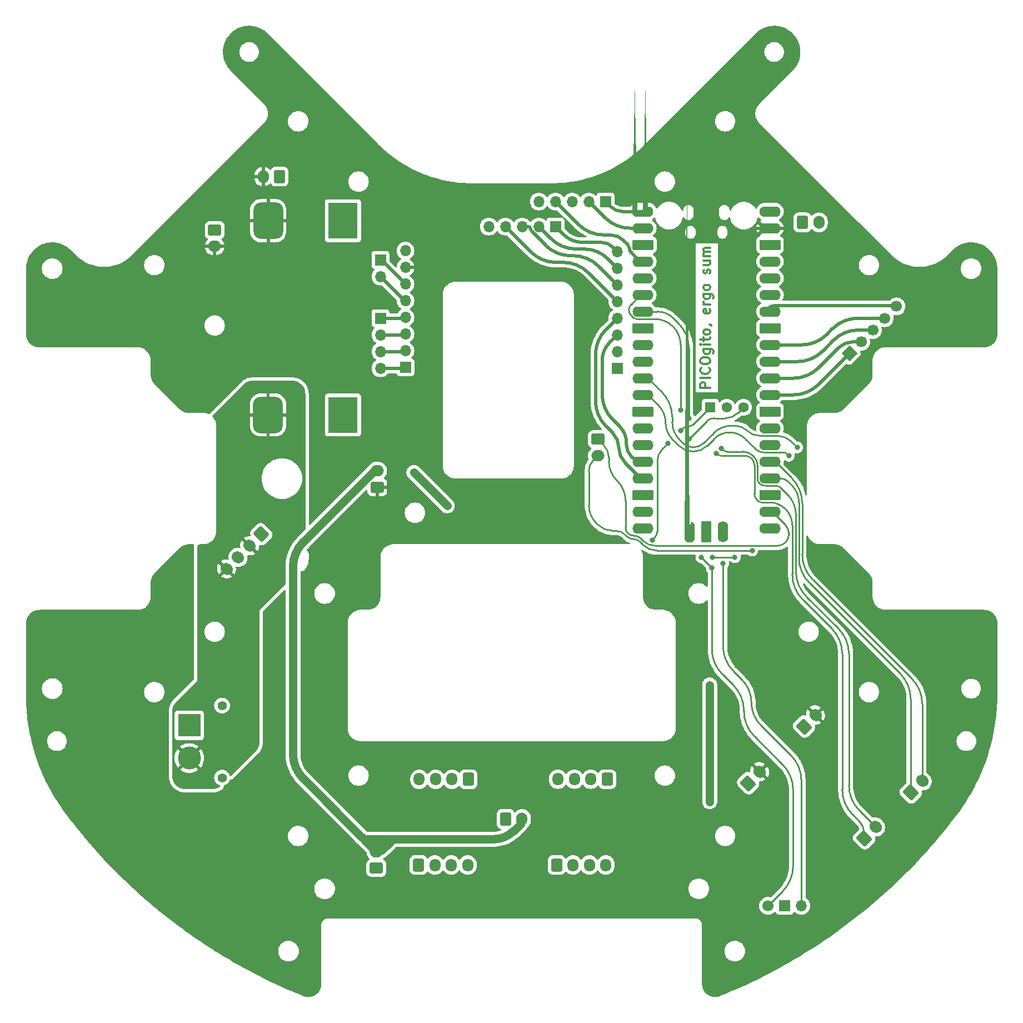
<source format=gtl>
%TF.GenerationSoftware,KiCad,Pcbnew,7.0.10*%
%TF.CreationDate,2024-01-30T15:13:43+08:00*%
%TF.ProjectId,top-rounded,746f702d-726f-4756-9e64-65642e6b6963,rev?*%
%TF.SameCoordinates,Original*%
%TF.FileFunction,Copper,L1,Top*%
%TF.FilePolarity,Positive*%
%FSLAX46Y46*%
G04 Gerber Fmt 4.6, Leading zero omitted, Abs format (unit mm)*
G04 Created by KiCad (PCBNEW 7.0.10) date 2024-01-30 15:13:43*
%MOMM*%
%LPD*%
G01*
G04 APERTURE LIST*
G04 Aperture macros list*
%AMRoundRect*
0 Rectangle with rounded corners*
0 $1 Rounding radius*
0 $2 $3 $4 $5 $6 $7 $8 $9 X,Y pos of 4 corners*
0 Add a 4 corners polygon primitive as box body*
4,1,4,$2,$3,$4,$5,$6,$7,$8,$9,$2,$3,0*
0 Add four circle primitives for the rounded corners*
1,1,$1+$1,$2,$3*
1,1,$1+$1,$4,$5*
1,1,$1+$1,$6,$7*
1,1,$1+$1,$8,$9*
0 Add four rect primitives between the rounded corners*
20,1,$1+$1,$2,$3,$4,$5,0*
20,1,$1+$1,$4,$5,$6,$7,0*
20,1,$1+$1,$6,$7,$8,$9,0*
20,1,$1+$1,$8,$9,$2,$3,0*%
%AMHorizOval*
0 Thick line with rounded ends*
0 $1 width*
0 $2 $3 position (X,Y) of the first rounded end (center of the circle)*
0 $4 $5 position (X,Y) of the second rounded end (center of the circle)*
0 Add line between two ends*
20,1,$1,$2,$3,$4,$5,0*
0 Add two circle primitives to create the rounded ends*
1,1,$1,$2,$3*
1,1,$1,$4,$5*%
%AMRotRect*
0 Rectangle, with rotation*
0 The origin of the aperture is its center*
0 $1 length*
0 $2 width*
0 $3 Rotation angle, in degrees counterclockwise*
0 Add horizontal line*
21,1,$1,$2,0,0,$3*%
%AMFreePoly0*
4,1,58,1.881242,0.792533,1.914585,0.788777,1.924216,0.782725,1.935306,0.780194,1.961541,0.759271,1.989950,0.741421,2.341421,0.389950,2.359271,0.361541,2.380194,0.335306,2.382725,0.324216,2.388777,0.314585,2.392533,0.281242,2.400000,0.248529,2.400000,-0.248529,2.392533,-0.281242,2.388777,-0.314585,2.382725,-0.324216,2.380194,-0.335306,2.359271,-0.361541,2.341421,-0.389950,
1.989950,-0.741421,1.961541,-0.759271,1.935306,-0.780194,1.924216,-0.782725,1.914585,-0.788777,1.881242,-0.792533,1.848529,-0.800000,0.000000,-0.800000,-0.248529,-0.800000,-0.281242,-0.792533,-0.314585,-0.788777,-0.324216,-0.782725,-0.335306,-0.780194,-0.361541,-0.759271,-0.389950,-0.741421,-0.741421,-0.389950,-0.759271,-0.361541,-0.780194,-0.335306,-0.782725,-0.324216,-0.788777,-0.314585,
-0.792533,-0.281242,-0.800000,-0.248529,-0.800000,0.248529,-0.792533,0.281242,-0.788777,0.314585,-0.782725,0.324216,-0.780194,0.335306,-0.759271,0.361541,-0.741421,0.389950,-0.389950,0.741421,-0.361541,0.759271,-0.335306,0.780194,-0.324216,0.782725,-0.314585,0.788777,-0.281242,0.792533,-0.248529,0.800000,1.848529,0.800000,1.881242,0.792533,1.881242,0.792533,$1*%
%AMFreePoly1*
4,1,58,0.281242,0.792533,0.314585,0.788777,0.324216,0.782725,0.335306,0.780194,0.361541,0.759271,0.389950,0.741421,0.741421,0.389950,0.759271,0.361541,0.780194,0.335306,0.782725,0.324216,0.788777,0.314585,0.792533,0.281242,0.800000,0.248529,0.800000,-0.248529,0.792533,-0.281242,0.788777,-0.314585,0.782725,-0.324216,0.780194,-0.335306,0.759271,-0.361541,0.741421,-0.389950,
0.389950,-0.741421,0.361541,-0.759271,0.335306,-0.780194,0.324216,-0.782725,0.314585,-0.788777,0.281242,-0.792533,0.248529,-0.800000,0.000000,-0.800000,-0.248529,-0.800000,-0.281242,-0.792533,-0.314585,-0.788777,-0.324216,-0.782725,-0.335306,-0.780194,-0.361541,-0.759271,-0.389950,-0.741421,-0.741421,-0.389950,-0.759271,-0.361541,-0.780194,-0.335306,-0.782725,-0.324216,-0.788777,-0.314585,
-0.792533,-0.281242,-0.800000,-0.248529,-0.800000,0.248529,-0.792533,0.281242,-0.788777,0.314585,-0.782725,0.324216,-0.780194,0.335306,-0.759271,0.361541,-0.741421,0.389950,-0.389950,0.741421,-0.361541,0.759271,-0.335306,0.780194,-0.324216,0.782725,-0.314585,0.788777,-0.281242,0.792533,-0.248529,0.800000,0.248529,0.800000,0.281242,0.792533,0.281242,0.792533,$1*%
%AMFreePoly2*
4,1,58,0.281242,2.392533,0.314585,2.388777,0.324216,2.382725,0.335306,2.380194,0.361541,2.359271,0.389950,2.341421,0.741421,1.989950,0.759271,1.961541,0.780194,1.935306,0.782725,1.924216,0.788777,1.914585,0.792533,1.881242,0.800000,1.848529,0.800000,-0.248529,0.792533,-0.281242,0.788777,-0.314585,0.782725,-0.324216,0.780194,-0.335306,0.759271,-0.361541,0.741421,-0.389950,
0.389950,-0.741421,0.361541,-0.759271,0.335306,-0.780194,0.324216,-0.782725,0.314585,-0.788777,0.281242,-0.792533,0.248529,-0.800000,0.000000,-0.800000,-0.248529,-0.800000,-0.281242,-0.792533,-0.314585,-0.788777,-0.324216,-0.782725,-0.335306,-0.780194,-0.361541,-0.759271,-0.389950,-0.741421,-0.741421,-0.389950,-0.759271,-0.361541,-0.780194,-0.335306,-0.782725,-0.324216,-0.788777,-0.314585,
-0.792533,-0.281242,-0.800000,-0.248529,-0.800000,1.848529,-0.792533,1.881242,-0.788777,1.914585,-0.782725,1.924216,-0.780194,1.935306,-0.759271,1.961541,-0.741421,1.989950,-0.389950,2.341421,-0.361541,2.359271,-0.335306,2.380194,-0.324216,2.382725,-0.314585,2.388777,-0.281242,2.392533,-0.248529,2.400000,0.248529,2.400000,0.281242,2.392533,0.281242,2.392533,$1*%
G04 Aperture macros list end*
%ADD10C,0.300000*%
%TA.AperFunction,NonConductor*%
%ADD11C,0.300000*%
%TD*%
%TA.AperFunction,ComponentPad*%
%ADD12R,1.700000X1.700000*%
%TD*%
%TA.AperFunction,ComponentPad*%
%ADD13O,1.700000X1.700000*%
%TD*%
%TA.AperFunction,ComponentPad*%
%ADD14RoundRect,0.250000X0.106066X-0.954594X0.954594X-0.106066X-0.106066X0.954594X-0.954594X0.106066X0*%
%TD*%
%TA.AperFunction,ComponentPad*%
%ADD15HorizOval,1.700000X-0.106066X0.106066X0.106066X-0.106066X0*%
%TD*%
%TA.AperFunction,ComponentPad*%
%ADD16RoundRect,0.250000X0.600000X0.725000X-0.600000X0.725000X-0.600000X-0.725000X0.600000X-0.725000X0*%
%TD*%
%TA.AperFunction,ComponentPad*%
%ADD17O,1.700000X1.950000*%
%TD*%
%TA.AperFunction,ComponentPad*%
%ADD18RoundRect,0.250000X-0.600000X-0.750000X0.600000X-0.750000X0.600000X0.750000X-0.600000X0.750000X0*%
%TD*%
%TA.AperFunction,ComponentPad*%
%ADD19O,1.700000X2.000000*%
%TD*%
%TA.AperFunction,ComponentPad*%
%ADD20RoundRect,0.250000X-0.750000X0.600000X-0.750000X-0.600000X0.750000X-0.600000X0.750000X0.600000X0*%
%TD*%
%TA.AperFunction,ComponentPad*%
%ADD21O,2.000000X1.700000*%
%TD*%
%TA.AperFunction,ComponentPad*%
%ADD22C,1.700000*%
%TD*%
%TA.AperFunction,ComponentPad*%
%ADD23C,1.400000*%
%TD*%
%TA.AperFunction,ComponentPad*%
%ADD24R,3.500000X3.500000*%
%TD*%
%TA.AperFunction,ComponentPad*%
%ADD25C,3.500000*%
%TD*%
%TA.AperFunction,ComponentPad*%
%ADD26RotRect,1.700000X1.700000X135.000000*%
%TD*%
%TA.AperFunction,ComponentPad*%
%ADD27HorizOval,1.700000X0.000000X0.000000X0.000000X0.000000X0*%
%TD*%
%TA.AperFunction,ComponentPad*%
%ADD28RoundRect,0.250000X0.600000X0.750000X-0.600000X0.750000X-0.600000X-0.750000X0.600000X-0.750000X0*%
%TD*%
%TA.AperFunction,SMDPad,CuDef*%
%ADD29FreePoly0,0.000000*%
%TD*%
%TA.AperFunction,ComponentPad*%
%ADD30FreePoly1,0.000000*%
%TD*%
%TA.AperFunction,SMDPad,CuDef*%
%ADD31O,3.200000X1.600000*%
%TD*%
%TA.AperFunction,ComponentPad*%
%ADD32C,1.600000*%
%TD*%
%TA.AperFunction,SMDPad,CuDef*%
%ADD33RoundRect,0.200000X-1.400000X-0.600000X1.400000X-0.600000X1.400000X0.600000X-1.400000X0.600000X0*%
%TD*%
%TA.AperFunction,ComponentPad*%
%ADD34RoundRect,0.200000X-0.600000X-0.600000X0.600000X-0.600000X0.600000X0.600000X-0.600000X0.600000X0*%
%TD*%
%TA.AperFunction,SMDPad,CuDef*%
%ADD35FreePoly2,0.000000*%
%TD*%
%TA.AperFunction,ComponentPad*%
%ADD36R,1.574800X1.574800*%
%TD*%
%TA.AperFunction,SMDPad,CuDef*%
%ADD37RoundRect,0.200000X-0.600000X-1.400000X0.600000X-1.400000X0.600000X1.400000X-0.600000X1.400000X0*%
%TD*%
%TA.AperFunction,ComponentPad*%
%ADD38C,1.574800*%
%TD*%
%TA.AperFunction,SMDPad,CuDef*%
%ADD39O,1.600000X3.200000*%
%TD*%
%TA.AperFunction,SMDPad,CuDef*%
%ADD40R,4.528000X5.544000*%
%TD*%
%TA.AperFunction,SMDPad,CuDef*%
%ADD41RoundRect,1.132000X-1.132000X-1.640000X1.132000X-1.640000X1.132000X1.640000X-1.132000X1.640000X0*%
%TD*%
%TA.AperFunction,ComponentPad*%
%ADD42RoundRect,0.250000X0.750000X-0.600000X0.750000X0.600000X-0.750000X0.600000X-0.750000X-0.600000X0*%
%TD*%
%TA.AperFunction,ComponentPad*%
%ADD43RoundRect,0.250000X-0.600000X-0.725000X0.600000X-0.725000X0.600000X0.725000X-0.600000X0.725000X0*%
%TD*%
%TA.AperFunction,ComponentPad*%
%ADD44RoundRect,0.250000X-0.088388X0.936916X-0.936916X0.088388X0.088388X-0.936916X0.936916X-0.088388X0*%
%TD*%
%TA.AperFunction,ComponentPad*%
%ADD45HorizOval,1.700000X-0.088388X0.088388X0.088388X-0.088388X0*%
%TD*%
%TA.AperFunction,ViaPad*%
%ADD46C,0.800000*%
%TD*%
%TA.AperFunction,Conductor*%
%ADD47C,0.500000*%
%TD*%
%TA.AperFunction,Conductor*%
%ADD48C,0.250000*%
%TD*%
%TA.AperFunction,Conductor*%
%ADD49C,1.270000*%
%TD*%
G04 APERTURE END LIST*
D10*
D11*
X130229828Y-86186489D02*
X128729828Y-86186489D01*
X128729828Y-86186489D02*
X128729828Y-85615060D01*
X128729828Y-85615060D02*
X128801257Y-85472203D01*
X128801257Y-85472203D02*
X128872685Y-85400774D01*
X128872685Y-85400774D02*
X129015542Y-85329346D01*
X129015542Y-85329346D02*
X129229828Y-85329346D01*
X129229828Y-85329346D02*
X129372685Y-85400774D01*
X129372685Y-85400774D02*
X129444114Y-85472203D01*
X129444114Y-85472203D02*
X129515542Y-85615060D01*
X129515542Y-85615060D02*
X129515542Y-86186489D01*
X130229828Y-84686489D02*
X128729828Y-84686489D01*
X130086971Y-83115060D02*
X130158400Y-83186488D01*
X130158400Y-83186488D02*
X130229828Y-83400774D01*
X130229828Y-83400774D02*
X130229828Y-83543631D01*
X130229828Y-83543631D02*
X130158400Y-83757917D01*
X130158400Y-83757917D02*
X130015542Y-83900774D01*
X130015542Y-83900774D02*
X129872685Y-83972203D01*
X129872685Y-83972203D02*
X129586971Y-84043631D01*
X129586971Y-84043631D02*
X129372685Y-84043631D01*
X129372685Y-84043631D02*
X129086971Y-83972203D01*
X129086971Y-83972203D02*
X128944114Y-83900774D01*
X128944114Y-83900774D02*
X128801257Y-83757917D01*
X128801257Y-83757917D02*
X128729828Y-83543631D01*
X128729828Y-83543631D02*
X128729828Y-83400774D01*
X128729828Y-83400774D02*
X128801257Y-83186488D01*
X128801257Y-83186488D02*
X128872685Y-83115060D01*
X128729828Y-82186488D02*
X128729828Y-81900774D01*
X128729828Y-81900774D02*
X128801257Y-81757917D01*
X128801257Y-81757917D02*
X128944114Y-81615060D01*
X128944114Y-81615060D02*
X129229828Y-81543631D01*
X129229828Y-81543631D02*
X129729828Y-81543631D01*
X129729828Y-81543631D02*
X130015542Y-81615060D01*
X130015542Y-81615060D02*
X130158400Y-81757917D01*
X130158400Y-81757917D02*
X130229828Y-81900774D01*
X130229828Y-81900774D02*
X130229828Y-82186488D01*
X130229828Y-82186488D02*
X130158400Y-82329346D01*
X130158400Y-82329346D02*
X130015542Y-82472203D01*
X130015542Y-82472203D02*
X129729828Y-82543631D01*
X129729828Y-82543631D02*
X129229828Y-82543631D01*
X129229828Y-82543631D02*
X128944114Y-82472203D01*
X128944114Y-82472203D02*
X128801257Y-82329346D01*
X128801257Y-82329346D02*
X128729828Y-82186488D01*
X129229828Y-80257917D02*
X130444114Y-80257917D01*
X130444114Y-80257917D02*
X130586971Y-80329345D01*
X130586971Y-80329345D02*
X130658400Y-80400774D01*
X130658400Y-80400774D02*
X130729828Y-80543631D01*
X130729828Y-80543631D02*
X130729828Y-80757917D01*
X130729828Y-80757917D02*
X130658400Y-80900774D01*
X130158400Y-80257917D02*
X130229828Y-80400774D01*
X130229828Y-80400774D02*
X130229828Y-80686488D01*
X130229828Y-80686488D02*
X130158400Y-80829345D01*
X130158400Y-80829345D02*
X130086971Y-80900774D01*
X130086971Y-80900774D02*
X129944114Y-80972202D01*
X129944114Y-80972202D02*
X129515542Y-80972202D01*
X129515542Y-80972202D02*
X129372685Y-80900774D01*
X129372685Y-80900774D02*
X129301257Y-80829345D01*
X129301257Y-80829345D02*
X129229828Y-80686488D01*
X129229828Y-80686488D02*
X129229828Y-80400774D01*
X129229828Y-80400774D02*
X129301257Y-80257917D01*
X130229828Y-79543631D02*
X129229828Y-79543631D01*
X128729828Y-79543631D02*
X128801257Y-79615059D01*
X128801257Y-79615059D02*
X128872685Y-79543631D01*
X128872685Y-79543631D02*
X128801257Y-79472202D01*
X128801257Y-79472202D02*
X128729828Y-79543631D01*
X128729828Y-79543631D02*
X128872685Y-79543631D01*
X129229828Y-79043630D02*
X129229828Y-78472202D01*
X128729828Y-78829345D02*
X130015542Y-78829345D01*
X130015542Y-78829345D02*
X130158400Y-78757916D01*
X130158400Y-78757916D02*
X130229828Y-78615059D01*
X130229828Y-78615059D02*
X130229828Y-78472202D01*
X130229828Y-77757916D02*
X130158400Y-77900773D01*
X130158400Y-77900773D02*
X130086971Y-77972202D01*
X130086971Y-77972202D02*
X129944114Y-78043630D01*
X129944114Y-78043630D02*
X129515542Y-78043630D01*
X129515542Y-78043630D02*
X129372685Y-77972202D01*
X129372685Y-77972202D02*
X129301257Y-77900773D01*
X129301257Y-77900773D02*
X129229828Y-77757916D01*
X129229828Y-77757916D02*
X129229828Y-77543630D01*
X129229828Y-77543630D02*
X129301257Y-77400773D01*
X129301257Y-77400773D02*
X129372685Y-77329345D01*
X129372685Y-77329345D02*
X129515542Y-77257916D01*
X129515542Y-77257916D02*
X129944114Y-77257916D01*
X129944114Y-77257916D02*
X130086971Y-77329345D01*
X130086971Y-77329345D02*
X130158400Y-77400773D01*
X130158400Y-77400773D02*
X130229828Y-77543630D01*
X130229828Y-77543630D02*
X130229828Y-77757916D01*
X130158400Y-76543630D02*
X130229828Y-76543630D01*
X130229828Y-76543630D02*
X130372685Y-76615059D01*
X130372685Y-76615059D02*
X130444114Y-76686487D01*
X130158400Y-74186487D02*
X130229828Y-74329344D01*
X130229828Y-74329344D02*
X130229828Y-74615059D01*
X130229828Y-74615059D02*
X130158400Y-74757916D01*
X130158400Y-74757916D02*
X130015542Y-74829344D01*
X130015542Y-74829344D02*
X129444114Y-74829344D01*
X129444114Y-74829344D02*
X129301257Y-74757916D01*
X129301257Y-74757916D02*
X129229828Y-74615059D01*
X129229828Y-74615059D02*
X129229828Y-74329344D01*
X129229828Y-74329344D02*
X129301257Y-74186487D01*
X129301257Y-74186487D02*
X129444114Y-74115059D01*
X129444114Y-74115059D02*
X129586971Y-74115059D01*
X129586971Y-74115059D02*
X129729828Y-74829344D01*
X130229828Y-73472202D02*
X129229828Y-73472202D01*
X129515542Y-73472202D02*
X129372685Y-73400773D01*
X129372685Y-73400773D02*
X129301257Y-73329345D01*
X129301257Y-73329345D02*
X129229828Y-73186487D01*
X129229828Y-73186487D02*
X129229828Y-73043630D01*
X129229828Y-71900774D02*
X130444114Y-71900774D01*
X130444114Y-71900774D02*
X130586971Y-71972202D01*
X130586971Y-71972202D02*
X130658400Y-72043631D01*
X130658400Y-72043631D02*
X130729828Y-72186488D01*
X130729828Y-72186488D02*
X130729828Y-72400774D01*
X130729828Y-72400774D02*
X130658400Y-72543631D01*
X130158400Y-71900774D02*
X130229828Y-72043631D01*
X130229828Y-72043631D02*
X130229828Y-72329345D01*
X130229828Y-72329345D02*
X130158400Y-72472202D01*
X130158400Y-72472202D02*
X130086971Y-72543631D01*
X130086971Y-72543631D02*
X129944114Y-72615059D01*
X129944114Y-72615059D02*
X129515542Y-72615059D01*
X129515542Y-72615059D02*
X129372685Y-72543631D01*
X129372685Y-72543631D02*
X129301257Y-72472202D01*
X129301257Y-72472202D02*
X129229828Y-72329345D01*
X129229828Y-72329345D02*
X129229828Y-72043631D01*
X129229828Y-72043631D02*
X129301257Y-71900774D01*
X130229828Y-70972202D02*
X130158400Y-71115059D01*
X130158400Y-71115059D02*
X130086971Y-71186488D01*
X130086971Y-71186488D02*
X129944114Y-71257916D01*
X129944114Y-71257916D02*
X129515542Y-71257916D01*
X129515542Y-71257916D02*
X129372685Y-71186488D01*
X129372685Y-71186488D02*
X129301257Y-71115059D01*
X129301257Y-71115059D02*
X129229828Y-70972202D01*
X129229828Y-70972202D02*
X129229828Y-70757916D01*
X129229828Y-70757916D02*
X129301257Y-70615059D01*
X129301257Y-70615059D02*
X129372685Y-70543631D01*
X129372685Y-70543631D02*
X129515542Y-70472202D01*
X129515542Y-70472202D02*
X129944114Y-70472202D01*
X129944114Y-70472202D02*
X130086971Y-70543631D01*
X130086971Y-70543631D02*
X130158400Y-70615059D01*
X130158400Y-70615059D02*
X130229828Y-70757916D01*
X130229828Y-70757916D02*
X130229828Y-70972202D01*
X130158400Y-68757916D02*
X130229828Y-68615059D01*
X130229828Y-68615059D02*
X130229828Y-68329345D01*
X130229828Y-68329345D02*
X130158400Y-68186488D01*
X130158400Y-68186488D02*
X130015542Y-68115059D01*
X130015542Y-68115059D02*
X129944114Y-68115059D01*
X129944114Y-68115059D02*
X129801257Y-68186488D01*
X129801257Y-68186488D02*
X129729828Y-68329345D01*
X129729828Y-68329345D02*
X129729828Y-68543631D01*
X129729828Y-68543631D02*
X129658400Y-68686488D01*
X129658400Y-68686488D02*
X129515542Y-68757916D01*
X129515542Y-68757916D02*
X129444114Y-68757916D01*
X129444114Y-68757916D02*
X129301257Y-68686488D01*
X129301257Y-68686488D02*
X129229828Y-68543631D01*
X129229828Y-68543631D02*
X129229828Y-68329345D01*
X129229828Y-68329345D02*
X129301257Y-68186488D01*
X129229828Y-66829345D02*
X130229828Y-66829345D01*
X129229828Y-67472202D02*
X130015542Y-67472202D01*
X130015542Y-67472202D02*
X130158400Y-67400773D01*
X130158400Y-67400773D02*
X130229828Y-67257916D01*
X130229828Y-67257916D02*
X130229828Y-67043630D01*
X130229828Y-67043630D02*
X130158400Y-66900773D01*
X130158400Y-66900773D02*
X130086971Y-66829345D01*
X130229828Y-66115059D02*
X129229828Y-66115059D01*
X129372685Y-66115059D02*
X129301257Y-66043630D01*
X129301257Y-66043630D02*
X129229828Y-65900773D01*
X129229828Y-65900773D02*
X129229828Y-65686487D01*
X129229828Y-65686487D02*
X129301257Y-65543630D01*
X129301257Y-65543630D02*
X129444114Y-65472202D01*
X129444114Y-65472202D02*
X130229828Y-65472202D01*
X129444114Y-65472202D02*
X129301257Y-65400773D01*
X129301257Y-65400773D02*
X129229828Y-65257916D01*
X129229828Y-65257916D02*
X129229828Y-65043630D01*
X129229828Y-65043630D02*
X129301257Y-64900773D01*
X129301257Y-64900773D02*
X129444114Y-64829344D01*
X129444114Y-64829344D02*
X130229828Y-64829344D01*
D12*
%TO.P,U2_R1,1,Pin_1*%
%TO.N,Net-(J9-Pin_4)*%
X83820000Y-83058000D03*
D13*
%TO.P,U2_R1,2,Pin_2*%
%TO.N,Net-(J9-Pin_3)*%
X83820000Y-80518000D03*
%TO.P,U2_R1,3,Pin_3*%
%TO.N,Net-(J9-Pin_2)*%
X83820000Y-77978000D03*
%TO.P,U2_R1,4,Pin_4*%
%TO.N,Net-(J9-Pin_1)*%
X83820000Y-75438000D03*
%TO.P,U2_R1,5,Pin_5*%
%TO.N,Net-(J10-Pin_2)*%
X83820000Y-72898000D03*
%TO.P,U2_R1,6,Pin_6*%
%TO.N,Net-(J10-Pin_1)*%
X83820000Y-70358000D03*
%TO.P,U2_R1,7,Pin_7*%
%TO.N,+5V*%
X83820000Y-67818000D03*
%TO.P,U2_R1,8,Pin_8*%
%TO.N,GND*%
X83820000Y-65278000D03*
%TD*%
D14*
%TO.P,P6,1,Pin_1*%
%TO.N,GND*%
X136027233Y-146420767D03*
D15*
%TO.P,P6,2,Pin_2*%
%TO.N,+5V*%
X137795000Y-144653000D03*
%TD*%
D16*
%TO.P,M1,1,Pin_1*%
%TO.N,unconnected-(M1-Pin_1-Pad1)*%
X114554000Y-145796000D03*
D17*
%TO.P,M1,2,Pin_2*%
%TO.N,PWM1A*%
X112054000Y-145796000D03*
%TO.P,M1,3,Pin_3*%
%TO.N,unconnected-(M1-Pin_3-Pad3)*%
X109554000Y-145796000D03*
%TO.P,M1,4,Pin_4*%
%TO.N,PWM1B*%
X107054000Y-145796000D03*
%TD*%
D18*
%TO.P,J5,1,Pin_1*%
%TO.N,PICO_RX1_IMU_TX*%
X144312000Y-60960000D03*
D19*
%TO.P,J5,2,Pin_2*%
%TO.N,PICO_TX1_IMU_RX*%
X146812000Y-60960000D03*
%TD*%
D14*
%TO.P,P7,1,Pin_1*%
%TO.N,GND*%
X144536233Y-137784767D03*
D15*
%TO.P,P7,2,Pin_2*%
%TO.N,+5V*%
X146304000Y-136017000D03*
%TD*%
D20*
%TO.P,P5,1,Pin_1*%
%TO.N,GND*%
X54754000Y-62123000D03*
D21*
%TO.P,P5,2,Pin_2*%
%TO.N,+5V*%
X54754000Y-64623000D03*
%TD*%
D22*
%TO.P,J3,1,Pin_1*%
%TO.N,Net-(J3-Pin_1)*%
X139065000Y-165100000D03*
D12*
%TO.P,J3,2,Pin_2*%
%TO.N,GND*%
X141605000Y-165100000D03*
D13*
%TO.P,J3,3,Pin_3*%
%TO.N,Net-(J3-Pin_3)*%
X144145000Y-165100000D03*
%TD*%
D12*
%TO.P,J1,1,Pin_1*%
%TO.N,Net-(J1-Pin_1)*%
X114300000Y-57785000D03*
D13*
%TO.P,J1,2,Pin_2*%
%TO.N,Net-(J1-Pin_2)*%
X111760000Y-57785000D03*
%TO.P,J1,3,Pin_3*%
%TO.N,GND*%
X109220000Y-57785000D03*
%TO.P,J1,4,Pin_4*%
%TO.N,Net-(J1-Pin_4)*%
X106680000Y-57785000D03*
%TO.P,J1,5,Pin_5*%
%TO.N,Net-(J1-Pin_5)*%
X104140000Y-57785000D03*
%TD*%
D23*
%TO.P,P1,*%
%TO.N,*%
X55873000Y-134581000D03*
X55873000Y-145581000D03*
D24*
%TO.P,P1,1,Pin_1*%
%TO.N,GND*%
X50873000Y-137581000D03*
D25*
%TO.P,P1,2,Pin_2*%
%TO.N,+12V*%
X50873000Y-142581000D03*
%TD*%
D12*
%TO.P,J8,1,Pin_1*%
%TO.N,Net-(J8-Pin_1)*%
X106680000Y-61595000D03*
D13*
%TO.P,J8,2,Pin_2*%
%TO.N,Net-(J8-Pin_2)*%
X104140000Y-61595000D03*
%TO.P,J8,3,Pin_3*%
%TO.N,Net-(J8-Pin_3)*%
X101600000Y-61595000D03*
%TO.P,J8,4,Pin_4*%
%TO.N,Net-(J8-Pin_4)*%
X99060000Y-61595000D03*
%TO.P,J8,5,Pin_5*%
%TO.N,Net-(J8-Pin_5)*%
X96520000Y-61595000D03*
%TD*%
D26*
%TO.P,J2,1,Pin_1*%
%TO.N,Net-(J2-Pin_1)*%
X151456846Y-80953154D03*
D27*
%TO.P,J2,2,Pin_2*%
%TO.N,Net-(J2-Pin_2)*%
X153252897Y-79157103D03*
%TO.P,J2,3,Pin_3*%
%TO.N,Net-(J2-Pin_3)*%
X155048948Y-77361052D03*
%TO.P,J2,4,Pin_4*%
%TO.N,Net-(J2-Pin_4)*%
X156845000Y-75565000D03*
%TO.P,J2,5,Pin_5*%
%TO.N,Net-(J2-Pin_5)*%
X158641051Y-73768949D03*
%TD*%
D12*
%TO.P,U2_L1,1,Pin_1*%
%TO.N,unconnected-(U2_L1-Pin_1-Pad1)*%
X116078000Y-83185000D03*
D13*
%TO.P,U2_L1,2,Pin_2*%
%TO.N,Net-(J8-Pin_5)*%
X116078000Y-80645000D03*
%TO.P,U2_L1,3,Pin_3*%
%TO.N,PICO_TX0_CAM_RX3*%
X116078000Y-78105000D03*
%TO.P,U2_L1,4,Pin_4*%
%TO.N,PICO_RX0_CAM_TX3*%
X116078000Y-75565000D03*
%TO.P,U2_L1,5,Pin_5*%
%TO.N,Net-(J8-Pin_4)*%
X116078000Y-73025000D03*
%TO.P,U2_L1,6,Pin_6*%
%TO.N,Net-(J8-Pin_3)*%
X116078000Y-70485000D03*
%TO.P,U2_L1,7,Pin_7*%
%TO.N,Net-(J8-Pin_2)*%
X116078000Y-67945000D03*
%TO.P,U2_L1,8,Pin_8*%
%TO.N,Net-(J8-Pin_1)*%
X116078000Y-65405000D03*
%TD*%
D14*
%TO.P,J7,1,Pin_1*%
%TO.N,IMU_I2C1_SDA*%
X160792233Y-147817767D03*
D15*
%TO.P,J7,2,Pin_2*%
%TO.N,IMU_I2C1_SCL*%
X162560000Y-146050000D03*
%TD*%
D12*
%TO.P,J9,1,Pin_1*%
%TO.N,Net-(J9-Pin_1)*%
X80010000Y-75565000D03*
D13*
%TO.P,J9,2,Pin_2*%
%TO.N,Net-(J9-Pin_2)*%
X80010000Y-78105000D03*
%TO.P,J9,3,Pin_3*%
%TO.N,Net-(J9-Pin_3)*%
X80010000Y-80645000D03*
%TO.P,J9,4,Pin_4*%
%TO.N,Net-(J9-Pin_4)*%
X80010000Y-83185000D03*
%TD*%
D14*
%TO.P,J6,1,Pin_1*%
%TO.N,IMU_I2C0_SDA*%
X153684886Y-154817653D03*
D15*
%TO.P,J6,2,Pin_2*%
%TO.N,IMU_I2C0_SCL*%
X155452653Y-153049886D03*
%TD*%
D28*
%TO.P,P4,1,Pin_1*%
%TO.N,GND*%
X64643000Y-53975000D03*
D19*
%TO.P,P4,2,Pin_2*%
%TO.N,+5V*%
X62143000Y-53975000D03*
%TD*%
D16*
%TO.P,M4,1,Pin_1*%
%TO.N,unconnected-(M4-Pin_1-Pad1)*%
X93412000Y-145813000D03*
D17*
%TO.P,M4,2,Pin_2*%
%TO.N,PWM4A*%
X90912000Y-145813000D03*
%TO.P,M4,3,Pin_3*%
%TO.N,unconnected-(M4-Pin_3-Pad3)*%
X88412000Y-145813000D03*
%TO.P,M4,4,Pin_4*%
%TO.N,PWM4B*%
X85912000Y-145813000D03*
%TD*%
D12*
%TO.P,J10,1,Pin_1*%
%TO.N,Net-(J10-Pin_1)*%
X80010000Y-66675000D03*
D13*
%TO.P,J10,2,Pin_2*%
%TO.N,Net-(J10-Pin_2)*%
X80010000Y-69215000D03*
%TD*%
D18*
%TO.P,P3,1,Pin_1*%
%TO.N,GND*%
X99080000Y-151875000D03*
D19*
%TO.P,P3,2,Pin_2*%
%TO.N,MOTOR_DRV_PWR*%
X101580000Y-151875000D03*
%TD*%
D29*
%TO.P,U1,1,GPIO0*%
%TO.N,Net-(J1-Pin_1)*%
X119177000Y-59309000D03*
D30*
X120777000Y-59309000D03*
D31*
%TO.P,U1,2,GPIO1*%
%TO.N,Net-(J1-Pin_2)*%
X119977000Y-61849000D03*
D32*
X120777000Y-61849000D03*
D33*
%TO.P,U1,3,GND*%
%TO.N,GND*%
X119977000Y-64389000D03*
D34*
X120777000Y-64389000D03*
D31*
%TO.P,U1,4,GPIO2*%
%TO.N,Net-(J1-Pin_4)*%
X119977000Y-66929000D03*
D32*
X120777000Y-66929000D03*
D31*
%TO.P,U1,5,GPIO3*%
%TO.N,Net-(J1-Pin_5)*%
X119977000Y-69469000D03*
D32*
X120777000Y-69469000D03*
D31*
%TO.P,U1,6,GPIO4*%
%TO.N,IMU_I2C0_SDA*%
X119977000Y-72009000D03*
D32*
X120777000Y-72009000D03*
D31*
%TO.P,U1,7,GPIO5*%
%TO.N,IMU_I2C0_SCL*%
X119977000Y-74549000D03*
D32*
X120777000Y-74549000D03*
D33*
%TO.P,U1,8,GND*%
%TO.N,GND*%
X119977000Y-77089000D03*
D34*
X120777000Y-77089000D03*
D31*
%TO.P,U1,9,GPIO6*%
%TO.N,PWM1A*%
X119977000Y-79629000D03*
D32*
X120777000Y-79629000D03*
D31*
%TO.P,U1,10,GPIO7*%
%TO.N,PWM1B*%
X119977000Y-82169000D03*
D32*
X120777000Y-82169000D03*
D31*
%TO.P,U1,11,GPIO8*%
%TO.N,PWM2A*%
X119977000Y-84709000D03*
D32*
X120777000Y-84709000D03*
D31*
%TO.P,U1,12,GPIO9*%
%TO.N,PWM2B*%
X119977000Y-87249000D03*
D32*
X120777000Y-87249000D03*
D33*
%TO.P,U1,13,GND*%
%TO.N,GND*%
X119977000Y-89789000D03*
D34*
X120777000Y-89789000D03*
D31*
%TO.P,U1,14,GPIO10*%
%TO.N,PWM3A*%
X119977000Y-92329000D03*
D32*
X120777000Y-92329000D03*
D31*
%TO.P,U1,15,GPIO11*%
%TO.N,PWM3B*%
X119977000Y-94869000D03*
D32*
X120777000Y-94869000D03*
D31*
%TO.P,U1,16,GPIO12*%
%TO.N,PICO_TX0_CAM_RX3*%
X119977000Y-97409000D03*
D32*
X120777000Y-97409000D03*
D31*
%TO.P,U1,17,GPIO13*%
%TO.N,PICO_RX0_CAM_TX3*%
X119977000Y-99949000D03*
D32*
X120777000Y-99949000D03*
D33*
%TO.P,U1,18,GND*%
%TO.N,GND*%
X119977000Y-102489000D03*
D34*
X120777000Y-102489000D03*
D31*
%TO.P,U1,19,GPIO14*%
%TO.N,PWM4A*%
X119977000Y-105029000D03*
D32*
X120777000Y-105029000D03*
D31*
%TO.P,U1,20,GPIO15*%
%TO.N,PWM4B*%
X119977000Y-107569000D03*
D32*
X120777000Y-107569000D03*
%TO.P,U1,21,GPIO16*%
%TO.N,PICO_TX0_BOTTOM_RX*%
X138557000Y-107569000D03*
D31*
X139357000Y-107569000D03*
D32*
%TO.P,U1,22,GPIO17*%
%TO.N,PICO_RX0_BOTTOM_TX*%
X138557000Y-105029000D03*
D31*
X139357000Y-105029000D03*
D34*
%TO.P,U1,23,GND*%
%TO.N,GND*%
X138557000Y-102489000D03*
D33*
X139357000Y-102489000D03*
D32*
%TO.P,U1,24,GPIO18*%
%TO.N,IMU_I2C1_SDA*%
X138557000Y-99949000D03*
D31*
X139357000Y-99949000D03*
D32*
%TO.P,U1,25,GPIO19*%
%TO.N,IMU_I2C1_SCL*%
X138557000Y-97409000D03*
D31*
X139357000Y-97409000D03*
D32*
%TO.P,U1,26,GPIO20*%
%TO.N,PICO_TX1_IMU_RX*%
X138557000Y-94869000D03*
D31*
X139357000Y-94869000D03*
D32*
%TO.P,U1,27,GPIO21*%
%TO.N,PICO_RX1_IMU_TX*%
X138557000Y-92329000D03*
D31*
X139357000Y-92329000D03*
D34*
%TO.P,U1,28,GND*%
%TO.N,GND*%
X138557000Y-89789000D03*
D33*
X139357000Y-89789000D03*
D32*
%TO.P,U1,29,GPIO22*%
%TO.N,Net-(J2-Pin_1)*%
X138557000Y-87249000D03*
D31*
X139357000Y-87249000D03*
D32*
%TO.P,U1,30,RUN*%
%TO.N,Net-(J2-Pin_2)*%
X138557000Y-84709000D03*
D31*
X139357000Y-84709000D03*
D32*
%TO.P,U1,31,GPIO26_ADC0*%
%TO.N,Net-(J2-Pin_3)*%
X138557000Y-82169000D03*
D31*
X139357000Y-82169000D03*
D32*
%TO.P,U1,32,GPIO27_ADC1*%
%TO.N,Net-(J2-Pin_4)*%
X138557000Y-79629000D03*
D31*
X139357000Y-79629000D03*
D34*
%TO.P,U1,33,AGND*%
%TO.N,unconnected-(U1-AGND-Pad33)*%
X138557000Y-77089000D03*
D33*
X139357000Y-77089000D03*
D32*
%TO.P,U1,34,GPIO28_ADC2*%
%TO.N,Net-(J2-Pin_5)*%
X138557000Y-74549000D03*
D31*
X139357000Y-74549000D03*
D32*
%TO.P,U1,35,ADC_VREF*%
%TO.N,unconnected-(U1-ADC_VREF-Pad35)*%
X138557000Y-72009000D03*
D31*
X139357000Y-72009000D03*
D32*
%TO.P,U1,36,3V3*%
%TO.N,unconnected-(U1-3V3-Pad36)*%
X138557000Y-69469000D03*
D31*
X139357000Y-69469000D03*
D32*
%TO.P,U1,37,3V3_EN*%
%TO.N,unconnected-(U1-3V3_EN-Pad37)*%
X138557000Y-66929000D03*
D31*
X139357000Y-66929000D03*
D34*
%TO.P,U1,38,GND*%
%TO.N,GND*%
X138557000Y-64389000D03*
D33*
X139357000Y-64389000D03*
D32*
%TO.P,U1,39,VSYS*%
%TO.N,+5V*%
X138557000Y-61849000D03*
D31*
X139357000Y-61849000D03*
D32*
%TO.P,U1,40,VBUS*%
%TO.N,unconnected-(U1-VBUS-Pad40)*%
X138557000Y-59309000D03*
D31*
X139357000Y-59309000D03*
D30*
%TO.P,U1,41,SWCLK*%
%TO.N,Net-(J3-Pin_1)*%
X127127000Y-107339000D03*
D35*
X127127000Y-108939000D03*
D36*
X130251200Y-89139000D03*
D34*
%TO.P,U1,42,GND*%
%TO.N,GND*%
X129667000Y-107339000D03*
D37*
X129667000Y-108139000D03*
D38*
X132791200Y-89139000D03*
D32*
%TO.P,U1,43,SWDIO*%
%TO.N,Net-(J3-Pin_3)*%
X132207000Y-107339000D03*
D39*
X132207000Y-108139000D03*
D38*
X135331200Y-89139000D03*
%TD*%
D40*
%TO.P,U3,1,Pin_1*%
%TO.N,GND*%
X74315270Y-60717708D03*
D12*
X75585270Y-62495708D03*
X73045270Y-62495708D03*
X75585270Y-88495708D03*
X73045270Y-88495708D03*
D40*
X74315270Y-90295708D03*
D22*
%TO.P,U3,2,Pin_2*%
%TO.N,+12V*%
X64155270Y-88495708D03*
X61615270Y-88495708D03*
D41*
X62885270Y-90295708D03*
%TO.P,U3,3,Pin_3*%
%TO.N,+5V*%
X62907270Y-60695708D03*
D22*
X64155270Y-62495708D03*
X61615270Y-62495708D03*
%TD*%
D42*
%TO.P,P2,1,Pin_1*%
%TO.N,GND*%
X79375000Y-159345000D03*
D21*
%TO.P,P2,2,Pin_2*%
%TO.N,MOTOR_DRV_PWR*%
X79375000Y-156845000D03*
%TD*%
D43*
%TO.P,M2,1,Pin_1*%
%TO.N,unconnected-(M2-Pin_1-Pad1)*%
X106847000Y-158877000D03*
D17*
%TO.P,M2,2,Pin_2*%
%TO.N,PWM2A*%
X109347000Y-158877000D03*
%TO.P,M2,3,Pin_3*%
%TO.N,unconnected-(M2-Pin_3-Pad3)*%
X111847000Y-158877000D03*
%TO.P,M2,4,Pin_4*%
%TO.N,PWM2B*%
X114347000Y-158877000D03*
%TD*%
D42*
%TO.P,SW1,1,A*%
%TO.N,+5V*%
X79502000Y-101306000D03*
D21*
%TO.P,SW1,2,B*%
%TO.N,MOTOR_DRV_PWR*%
X79502000Y-98806000D03*
%TD*%
D43*
%TO.P,M3,1,Pin_1*%
%TO.N,unconnected-(M3-Pin_1-Pad1)*%
X85805000Y-158877000D03*
D17*
%TO.P,M3,2,Pin_2*%
%TO.N,PWM3A*%
X88305000Y-158877000D03*
%TO.P,M3,3,Pin_3*%
%TO.N,unconnected-(M3-Pin_3-Pad3)*%
X90805000Y-158877000D03*
%TO.P,M3,4,Pin_4*%
%TO.N,PWM3B*%
X93305000Y-158877000D03*
%TD*%
D44*
%TO.P,P8,1,Pin_1*%
%TO.N,GND*%
X61849000Y-108458000D03*
D45*
%TO.P,P8,2,Pin_2*%
%TO.N,+12V*%
X60081233Y-110225767D03*
%TO.P,P8,3,Pin_3*%
%TO.N,GND*%
X58313466Y-111993534D03*
%TO.P,P8,4,Pin_4*%
%TO.N,+12V*%
X56545699Y-113761301D03*
%TD*%
D20*
%TO.P,J4,1,Pin_1*%
%TO.N,PICO_RX0_BOTTOM_TX*%
X113140000Y-94000000D03*
D21*
%TO.P,J4,2,Pin_2*%
%TO.N,PICO_TX0_BOTTOM_RX*%
X113140000Y-96500000D03*
%TD*%
D46*
%TO.N,IMU_I2C0_SDA*%
X125730000Y-89535000D03*
X131191000Y-96139000D03*
%TO.N,IMU_I2C0_SCL*%
X131953000Y-95377000D03*
X127000000Y-90805000D03*
%TO.N,PICO_TX0_BOTTOM_RX*%
X136652000Y-110961000D03*
%TO.N,GND*%
X130601000Y-111969000D03*
X130175000Y-140335000D03*
X130175000Y-140335000D03*
X130175000Y-131445000D03*
X130175000Y-149225000D03*
X85090000Y-99060000D03*
X90170000Y-104140000D03*
X133985000Y-111969000D03*
%TO.N,PWM2A*%
X143510000Y-95250000D03*
%TO.N,PWM2B*%
X142240000Y-96520000D03*
%TO.N,Net-(J3-Pin_1)*%
X128905000Y-112014000D03*
X125730000Y-92710000D03*
X121449000Y-109347000D03*
X130492500Y-113628000D03*
X123825000Y-94615000D03*
%TO.N,Net-(J3-Pin_3)*%
X132207000Y-112903000D03*
X127000000Y-93980000D03*
%TD*%
D47*
%TO.N,PICO_TX0_CAM_RX3*%
X118237000Y-96647000D02*
X118370382Y-96780382D01*
X113792000Y-82007446D02*
X113792000Y-87154036D01*
X116487171Y-92103171D02*
X115385792Y-91001792D01*
X114935000Y-79248000D02*
X116078000Y-78105000D01*
X119888000Y-97409000D02*
X120777000Y-97409000D01*
X117475000Y-94488000D02*
X117475000Y-94807369D01*
X113791990Y-87154036D02*
G75*
G03*
X115385793Y-91001791I5441610J36D01*
G01*
X114934986Y-79247986D02*
G75*
G03*
X113792000Y-82007446I2759414J-2759414D01*
G01*
X118370389Y-96780375D02*
G75*
G03*
X119888000Y-97409000I1517611J1517575D01*
G01*
X117474987Y-94488000D02*
G75*
G03*
X116487171Y-92103171I-3372687J0D01*
G01*
X117475013Y-94807369D02*
G75*
G03*
X118237000Y-96647000I2601587J-31D01*
G01*
%TO.N,PICO_RX0_CAM_TX3*%
X117270815Y-97574185D02*
X119245630Y-99549000D01*
X120211315Y-99949000D02*
X120777000Y-99949000D01*
X114369792Y-92017792D02*
X115393184Y-93041184D01*
X114369792Y-77273207D02*
X116078000Y-75565000D01*
X112776000Y-88170036D02*
X112776000Y-81120963D01*
X116332007Y-95307685D02*
G75*
G03*
X117270816Y-97574184I3205293J-15D01*
G01*
X114369821Y-77273236D02*
G75*
G03*
X112776000Y-81120963I3847679J-3847764D01*
G01*
X119245619Y-99549011D02*
G75*
G03*
X120211315Y-99949000I965681J965711D01*
G01*
X112775990Y-88170036D02*
G75*
G03*
X114369793Y-92017791I5441610J36D01*
G01*
X116332015Y-95307685D02*
G75*
G03*
X115393184Y-93041184I-3205315J-15D01*
G01*
D48*
%TO.N,IMU_I2C0_SDA*%
X120211315Y-72009000D02*
X120777000Y-72009000D01*
X137366998Y-103247002D02*
X137569009Y-103449013D01*
X131381500Y-96329500D02*
X131191000Y-96139000D01*
X118216751Y-73437878D02*
X119245630Y-72408999D01*
X150368000Y-147372969D02*
X150368000Y-126713963D01*
X153684886Y-153880736D02*
X153684886Y-154817653D01*
X144341792Y-118433792D02*
X148774207Y-122866207D01*
X139279159Y-103632000D02*
X138010778Y-103632000D01*
X135551444Y-96520000D02*
X131841407Y-96520000D01*
X151961792Y-151220725D02*
X153022385Y-152281318D01*
X136982000Y-102317534D02*
X136982000Y-97950555D01*
X142748000Y-107100840D02*
X142748000Y-114586036D01*
X118529625Y-75492615D02*
X118216751Y-75179741D01*
X121827553Y-75692000D02*
X119010983Y-75692000D01*
X125730000Y-79594446D02*
X125730000Y-89535000D01*
X136981986Y-102317534D02*
G75*
G03*
X137366998Y-103247002I1314514J34D01*
G01*
X142747990Y-114586036D02*
G75*
G03*
X144341793Y-118433791I5441610J36D01*
G01*
X153684869Y-153880736D02*
G75*
G03*
X153022384Y-152281319I-2261869J36D01*
G01*
X141732012Y-104647988D02*
G75*
G03*
X139279159Y-103632000I-2452812J-2452812D01*
G01*
X117855998Y-74308810D02*
G75*
G03*
X118216751Y-75179741I1231702J10D01*
G01*
X136562987Y-96939013D02*
G75*
G03*
X135551444Y-96520000I-1011587J-1011587D01*
G01*
X150368010Y-126713963D02*
G75*
G03*
X148774206Y-122866208I-5441610J-37D01*
G01*
X150368037Y-147372969D02*
G75*
G03*
X151961792Y-151220725I5441563J-31D01*
G01*
X142747983Y-107100840D02*
G75*
G03*
X141732000Y-104648000I-3468783J40D01*
G01*
X118216743Y-73437870D02*
G75*
G03*
X117856000Y-74308810I870957J-870930D01*
G01*
X131381498Y-96329502D02*
G75*
G03*
X131841407Y-96520000I459902J459902D01*
G01*
X125729951Y-79594446D02*
G75*
G03*
X124587000Y-76835000I-3902451J46D01*
G01*
X118529642Y-75492598D02*
G75*
G03*
X119010983Y-75692000I481358J481298D01*
G01*
X124587014Y-76834986D02*
G75*
G03*
X121827553Y-75692000I-2759414J-2759414D01*
G01*
X136982018Y-97950555D02*
G75*
G03*
X136563000Y-96939000I-1430618J-45D01*
G01*
X137569011Y-103449011D02*
G75*
G03*
X138010778Y-103632000I441789J441811D01*
G01*
X120211315Y-72009015D02*
G75*
G03*
X119245630Y-72408999I-15J-1365685D01*
G01*
%TO.N,IMU_I2C0_SCL*%
X136788698Y-96528302D02*
X136937065Y-96676669D01*
X140945485Y-101329481D02*
X142011002Y-102394998D01*
X125406207Y-76336211D02*
X124623793Y-75553797D01*
X149790207Y-122866207D02*
X144907792Y-117983792D01*
X152977792Y-150575025D02*
X155452653Y-153049886D01*
X122197998Y-74549000D02*
X120777000Y-74549000D01*
X151384000Y-146727269D02*
X151384000Y-126713963D01*
X140372154Y-101092000D02*
X138587728Y-101092000D01*
X135235629Y-95885000D02*
X132820210Y-95885000D01*
X143314000Y-114136036D02*
X143314000Y-105540713D01*
X137432000Y-100151069D02*
X137432000Y-97871547D01*
X132207000Y-95631000D02*
X131953000Y-95377000D01*
X127000000Y-80183967D02*
X127000000Y-90805000D01*
X137770505Y-100753495D02*
X137618621Y-100601611D01*
X137770497Y-100753503D02*
G75*
G03*
X138587728Y-101092000I817203J817203D01*
G01*
X143313994Y-105540713D02*
G75*
G03*
X142011002Y-102394998I-4448694J13D01*
G01*
X124623796Y-75553794D02*
G75*
G03*
X122197998Y-74549000I-2425796J-2425806D01*
G01*
X151384037Y-146727269D02*
G75*
G03*
X152977792Y-150575025I5441563J-31D01*
G01*
X137432034Y-100151069D02*
G75*
G03*
X137618622Y-100601610I637166J-31D01*
G01*
X132206997Y-95631003D02*
G75*
G03*
X132820210Y-95885000I613203J613203D01*
G01*
X127000008Y-80183967D02*
G75*
G03*
X125406207Y-76336211I-5441608J-33D01*
G01*
X136788689Y-96528311D02*
G75*
G03*
X135235629Y-95885000I-1553089J-1553089D01*
G01*
X143313990Y-114136036D02*
G75*
G03*
X144907793Y-117983791I5441610J36D01*
G01*
X140945505Y-101329461D02*
G75*
G03*
X140372154Y-101092000I-573305J-573339D01*
G01*
X151384010Y-126713963D02*
G75*
G03*
X149790206Y-122866208I-5441610J-37D01*
G01*
X137432040Y-97871547D02*
G75*
G03*
X136937064Y-96676670I-1689840J-53D01*
G01*
%TO.N,IMU_I2C1_SDA*%
X143764000Y-103634643D02*
X143764000Y-112046036D01*
X142116945Y-100460945D02*
X142684500Y-101028500D01*
X159198440Y-129734440D02*
X145357792Y-115893792D01*
D47*
X138557000Y-99949000D02*
X139741780Y-99949000D01*
D48*
X160792233Y-133582196D02*
X160792233Y-147817767D01*
X140881000Y-99949000D02*
X139433000Y-99949000D01*
X139433000Y-99949000D02*
X138557000Y-99949000D01*
X142116947Y-100460943D02*
G75*
G03*
X140881000Y-99949000I-1235947J-1235957D01*
G01*
X143763990Y-112046036D02*
G75*
G03*
X145357793Y-115893791I5441610J36D01*
G01*
X143763981Y-103634643D02*
G75*
G03*
X142684499Y-101028501I-3685581J43D01*
G01*
X160792240Y-133582196D02*
G75*
G03*
X159198440Y-129734440I-5441540J-4D01*
G01*
%TO.N,IMU_I2C1_SCL*%
X140722685Y-97974685D02*
X142678207Y-99930207D01*
X139357000Y-97409000D02*
X138557000Y-97409000D01*
X144272000Y-111538036D02*
X144272000Y-103777963D01*
X145865792Y-115385792D02*
X160966207Y-130486207D01*
X162560000Y-134333963D02*
X162560000Y-146050000D01*
D47*
X138557000Y-97409000D02*
X140589000Y-97409000D01*
D48*
X144272010Y-103777963D02*
G75*
G03*
X142678206Y-99930208I-5441610J-37D01*
G01*
X144271990Y-111538036D02*
G75*
G03*
X145865793Y-115385791I5441610J36D01*
G01*
X162560010Y-134333963D02*
G75*
G03*
X160966206Y-130486208I-5441610J-37D01*
G01*
X140722691Y-97974679D02*
G75*
G03*
X139357000Y-97409000I-1365691J-1365721D01*
G01*
%TO.N,PICO_RX0_BOTTOM_TX*%
X142240000Y-108501579D02*
X142240000Y-108400315D01*
X139122685Y-105029000D02*
X138557000Y-105029000D01*
X121868754Y-110236000D02*
X140505579Y-110236000D01*
X114808000Y-96847454D02*
X114808000Y-97364000D01*
X120007396Y-109465000D02*
X119647796Y-109105400D01*
X140088369Y-105428999D02*
X141660395Y-107001025D01*
X116078000Y-100330000D02*
X116007253Y-100259253D01*
X113974000Y-94834000D02*
X113140000Y-94000000D01*
X118654587Y-108694000D02*
X118585275Y-108694000D01*
X117348000Y-107456724D02*
X117348000Y-103396051D01*
X120007410Y-109464986D02*
G75*
G03*
X121868754Y-110236000I1861390J1861386D01*
G01*
X114807999Y-97364000D02*
G75*
G03*
X116007254Y-100259252I4094501J0D01*
G01*
X119647800Y-109105396D02*
G75*
G03*
X118654587Y-108694000I-993200J-993204D01*
G01*
X140505579Y-110235991D02*
G75*
G03*
X141732000Y-109728000I21J1734391D01*
G01*
X141732006Y-109728006D02*
G75*
G03*
X142240000Y-108501579I-1226406J1226406D01*
G01*
X117347990Y-107456724D02*
G75*
G03*
X117710389Y-108331610I1237310J24D01*
G01*
X140088380Y-105428988D02*
G75*
G03*
X139122685Y-105029000I-965680J-965712D01*
G01*
X142239987Y-108400315D02*
G75*
G03*
X141660394Y-107001026I-1978887J15D01*
G01*
X117710396Y-108331603D02*
G75*
G03*
X118585275Y-108694000I874904J874903D01*
G01*
X114808019Y-96847454D02*
G75*
G03*
X113974000Y-94834000I-2847519J-46D01*
G01*
X117348020Y-103396051D02*
G75*
G03*
X116078000Y-100330000I-4336120J-49D01*
G01*
%TO.N,PICO_TX0_BOTTOM_RX*%
X117550982Y-108808599D02*
X117327383Y-108585000D01*
X136652000Y-110961000D02*
X122098072Y-110961000D01*
X119537400Y-109631400D02*
X119996500Y-110090500D01*
X113110362Y-107014362D02*
X112903000Y-106807000D01*
X115794357Y-107950000D02*
X115369191Y-107950000D01*
X112450000Y-97190000D02*
X113140000Y-96500000D01*
X111760000Y-98855807D02*
X111760000Y-104047553D01*
X111760020Y-104047553D02*
G75*
G03*
X112903001Y-106806999I3902380J-47D01*
G01*
X113110359Y-107014365D02*
G75*
G03*
X115369191Y-107950000I2258841J2258865D01*
G01*
X119996508Y-110090492D02*
G75*
G03*
X122098072Y-110961000I2101592J2101592D01*
G01*
X112449998Y-97189998D02*
G75*
G03*
X111760000Y-98855807I1665802J-1665802D01*
G01*
X117550988Y-108808593D02*
G75*
G03*
X118544191Y-109220000I993212J993193D01*
G01*
X119537402Y-109631398D02*
G75*
G03*
X118544191Y-109220000I-993202J-993202D01*
G01*
X117327399Y-108584984D02*
G75*
G03*
X115794357Y-107950000I-1532999J-1533016D01*
G01*
D49*
%TO.N,GND*%
X130175000Y-140335000D02*
X130175000Y-149225000D01*
D48*
X130601000Y-111969000D02*
X133985000Y-111969000D01*
D49*
X90170000Y-104140000D02*
X85090000Y-99060000D01*
X130175000Y-140335000D02*
X130175000Y-131445000D01*
D48*
%TO.N,PWM2A*%
X124460000Y-91347553D02*
X124460000Y-90645963D01*
X129238568Y-94598931D02*
X130744517Y-93092982D01*
X140474764Y-93472000D02*
X137729630Y-93472000D01*
X142621000Y-94361000D02*
X143510000Y-95250000D01*
X126094931Y-94598931D02*
X125603000Y-94107000D01*
X122866207Y-86798207D02*
X120777000Y-84709000D01*
X133508750Y-91948000D02*
X134050369Y-91948000D01*
X126094953Y-94598909D02*
G75*
G03*
X127666750Y-95250000I1571847J1571809D01*
G01*
X142621011Y-94360989D02*
G75*
G03*
X140474764Y-93472000I-2146211J-2146211D01*
G01*
X124460020Y-91347553D02*
G75*
G03*
X125603001Y-94106999I3902380J-47D01*
G01*
X133508750Y-91948031D02*
G75*
G03*
X130744518Y-93092983I-50J-3909169D01*
G01*
X135890009Y-92709991D02*
G75*
G03*
X134050369Y-91948000I-1839609J-1839609D01*
G01*
X124460010Y-90645963D02*
G75*
G03*
X122866206Y-86798208I-5441610J-37D01*
G01*
X135889991Y-92710009D02*
G75*
G03*
X137729630Y-93472000I1839609J1839609D01*
G01*
X127666750Y-95250030D02*
G75*
G03*
X129238567Y-94598930I-50J2222930D01*
G01*
%TO.N,PWM2B*%
X141986000Y-96266000D02*
X142240000Y-96520000D01*
X129803025Y-94986974D02*
X130838171Y-93951828D01*
X135607828Y-93951828D02*
X137184655Y-95528655D01*
X141372789Y-96012000D02*
X138351554Y-96012000D01*
X124521630Y-94041630D02*
X125466974Y-94986974D01*
X122366369Y-88838369D02*
X120777000Y-87249000D01*
X133223000Y-92964013D02*
G75*
G03*
X130838172Y-93951829I0J-3372687D01*
G01*
X123444012Y-91440000D02*
G75*
G03*
X124521631Y-94041629I3679288J0D01*
G01*
X125466964Y-94986984D02*
G75*
G03*
X127635000Y-95885000I2168036J2168084D01*
G01*
X123443988Y-91440000D02*
G75*
G03*
X122366368Y-88838370I-3679288J0D01*
G01*
X135607837Y-93951819D02*
G75*
G03*
X133223000Y-92964000I-2384837J-2384881D01*
G01*
X141986003Y-96265997D02*
G75*
G03*
X141372789Y-96012000I-613203J-613203D01*
G01*
X127635000Y-95884985D02*
G75*
G03*
X129803025Y-94986974I0J3066085D01*
G01*
X137184687Y-95528623D02*
G75*
G03*
X138351554Y-96012000I1166913J1166823D01*
G01*
D49*
%TO.N,MOTOR_DRV_PWR*%
X80234506Y-156620493D02*
X80486250Y-156368750D01*
X78263750Y-155733750D02*
X77946250Y-155416250D01*
X78972286Y-98944363D02*
X68268792Y-109647857D01*
X81438750Y-155416250D02*
X80486250Y-156368750D01*
X77694506Y-154940000D02*
X81241480Y-154940000D01*
X77946250Y-155416250D02*
X78263750Y-155733750D01*
X66675000Y-113495613D02*
X66675000Y-141891036D01*
X101580000Y-152147500D02*
X101580000Y-151875000D01*
X101387313Y-152612686D02*
X100320000Y-153680000D01*
X77311250Y-154781250D02*
X77946250Y-155416250D01*
X78647006Y-155892500D02*
X80288980Y-155892500D01*
X78263750Y-155733750D02*
X79150493Y-156620493D01*
X77311250Y-154781250D02*
X76993750Y-154463750D01*
X81241480Y-154940000D02*
X82588519Y-154940000D01*
X76993750Y-154463750D02*
X77311250Y-154781250D01*
X82588519Y-154940000D02*
X97278090Y-154940000D01*
X76993750Y-154463750D02*
X68268792Y-145738792D01*
X79306325Y-98806000D02*
X79502000Y-98806000D01*
X77311250Y-154781250D02*
X77311250Y-154781250D01*
X80288980Y-155892492D02*
G75*
G03*
X81438750Y-155416250I20J1625992D01*
G01*
X97278090Y-154939996D02*
G75*
G03*
X100320000Y-153680000I10J4301896D01*
G01*
X81438783Y-155416283D02*
G75*
G03*
X81241480Y-154940000I-197283J197283D01*
G01*
X78263750Y-155733750D02*
X78263750Y-155733750D01*
X79150496Y-156620490D02*
G75*
G03*
X79692500Y-156845000I542004J541990D01*
G01*
X79306325Y-98806017D02*
G75*
G03*
X78972286Y-98944363I-25J-472383D01*
G01*
X78263748Y-155733752D02*
G75*
G03*
X78647006Y-155892500I383252J383252D01*
G01*
X79692500Y-156845003D02*
G75*
G03*
X80234506Y-156620493I0J766503D01*
G01*
X77311248Y-154781252D02*
G75*
G03*
X77694506Y-154940000I383252J383252D01*
G01*
X101387319Y-152612692D02*
G75*
G03*
X101580000Y-152147500I-465219J465192D01*
G01*
X80486283Y-156368783D02*
G75*
G03*
X80288980Y-155892500I-197283J197283D01*
G01*
X82588519Y-154940008D02*
G75*
G03*
X81438750Y-155416250I-19J-1625992D01*
G01*
X66675003Y-141891036D02*
G75*
G03*
X68268792Y-145738792I5441547J-4D01*
G01*
X68268796Y-109647861D02*
G75*
G03*
X66675000Y-113495613I3847704J-3847739D01*
G01*
D48*
%TO.N,Net-(J3-Pin_1)*%
X130492500Y-113614750D02*
X130492500Y-113628000D01*
X126840100Y-92075000D02*
X126814012Y-92075000D01*
X121462081Y-109296918D02*
X121811500Y-108947500D01*
X122174000Y-108072347D02*
X122174000Y-97433433D01*
X141281207Y-162883792D02*
X139065000Y-165100000D01*
X135382000Y-135414036D02*
X135382000Y-135349963D01*
X130483130Y-113592130D02*
X128905000Y-112014000D01*
X142875000Y-147414963D02*
X142875000Y-159036036D01*
X121449000Y-109328500D02*
X121449000Y-109347000D01*
X136975792Y-139261792D02*
X141281207Y-143567207D01*
X130492500Y-113628000D02*
X130492500Y-125952536D01*
X123825000Y-94615000D02*
X122999500Y-95440500D01*
X125730000Y-92710000D02*
X126047500Y-92392500D01*
X127651146Y-91739053D02*
X130251200Y-89139000D01*
X133788207Y-131502207D02*
X132086292Y-129800292D01*
X142875010Y-147414963D02*
G75*
G03*
X141281206Y-143567208I-5441610J-37D01*
G01*
X122999490Y-95440490D02*
G75*
G03*
X122174000Y-97433433I1992910J-1992910D01*
G01*
X126840100Y-92074997D02*
G75*
G03*
X127651146Y-91739053I0J1146997D01*
G01*
X130492531Y-113614750D02*
G75*
G03*
X130483129Y-113592131I-32031J-50D01*
G01*
X130492490Y-125952536D02*
G75*
G03*
X132086293Y-129800291I5441610J36D01*
G01*
X121462074Y-109296911D02*
G75*
G03*
X121449000Y-109328500I31626J-31589D01*
G01*
X121811486Y-108947486D02*
G75*
G03*
X122174000Y-108072347I-875186J875186D01*
G01*
X135381990Y-135414036D02*
G75*
G03*
X136975793Y-139261791I5441610J36D01*
G01*
X141281200Y-162883785D02*
G75*
G03*
X142875000Y-159036036I-3847800J3847785D01*
G01*
X126814012Y-92075006D02*
G75*
G03*
X126047500Y-92392500I-12J-1083994D01*
G01*
X135382010Y-135349963D02*
G75*
G03*
X133788206Y-131502208I-5441610J-37D01*
G01*
%TO.N,Net-(J3-Pin_3)*%
X132080000Y-90805000D02*
X130810000Y-90805000D01*
X134450159Y-90020040D02*
X135331200Y-89139000D01*
X135088159Y-130643159D02*
X133800792Y-129355792D01*
X132207000Y-112903000D02*
X132207000Y-125508036D01*
X144145000Y-146017963D02*
X144145000Y-165100000D01*
X127000000Y-93980000D02*
X129725987Y-91254012D01*
X132555100Y-90805000D02*
X132080000Y-90805000D01*
X137961840Y-137580840D02*
X142551207Y-142170207D01*
X132555100Y-90805004D02*
G75*
G03*
X134450159Y-90020040I0J2680004D01*
G01*
X136524994Y-134112000D02*
G75*
G03*
X135088158Y-130643160I-4905694J0D01*
G01*
X132206990Y-125508036D02*
G75*
G03*
X133800793Y-129355791I5441610J36D01*
G01*
X144145010Y-146017963D02*
G75*
G03*
X142551206Y-142170208I-5441610J-37D01*
G01*
X130810000Y-90804992D02*
G75*
G03*
X129725987Y-91254012I0J-1533008D01*
G01*
X136525006Y-134112000D02*
G75*
G03*
X137961841Y-137580839I4905694J0D01*
G01*
D47*
%TO.N,Net-(J1-Pin_1)*%
X116901630Y-59309000D02*
X120777000Y-59309000D01*
X115062000Y-58547000D02*
X114300000Y-57785000D01*
X115061991Y-58547009D02*
G75*
G03*
X116901630Y-59309000I1839609J1839609D01*
G01*
%TO.N,Net-(J1-Pin_2)*%
X118077963Y-61849000D02*
X120777000Y-61849000D01*
X114230207Y-60255207D02*
X111760000Y-57785000D01*
X114230215Y-60255199D02*
G75*
G03*
X118077963Y-61849000I3847785J3847799D01*
G01*
%TO.N,Net-(J1-Pin_4)*%
X117927000Y-64925390D02*
X117926998Y-65092592D01*
X117687722Y-64347722D02*
X117066000Y-63726000D01*
X120184610Y-66929000D02*
X120777000Y-66929000D01*
X110188455Y-61293455D02*
X106680000Y-57785000D01*
X118048042Y-65384822D02*
X119173337Y-66510117D01*
X114987362Y-62865000D02*
X113982500Y-62865000D01*
X117066011Y-63725989D02*
G75*
G03*
X114987362Y-62865000I-2078611J-2078611D01*
G01*
X110188453Y-61293457D02*
G75*
G03*
X113982500Y-62865000I3794047J3794057D01*
G01*
X117927011Y-65092592D02*
G75*
G03*
X118048043Y-65384821I413289J-8D01*
G01*
X117926991Y-64925390D02*
G75*
G03*
X117687722Y-64347722I-816991J-10D01*
G01*
X119173323Y-66510131D02*
G75*
G03*
X120184610Y-66929000I1011277J1011331D01*
G01*
D48*
%TO.N,Net-(J1-Pin_5)*%
X120523000Y-69215000D02*
X120777000Y-69469000D01*
D47*
%TO.N,Net-(J2-Pin_1)*%
X142907036Y-87249000D02*
X138557000Y-87249000D01*
X146754792Y-85655207D02*
X151456846Y-80953154D01*
X142907036Y-87249010D02*
G75*
G03*
X146754792Y-85655207I-36J5441610D01*
G01*
%TO.N,Net-(J2-Pin_2)*%
X142907036Y-84709000D02*
X138557000Y-84709000D01*
X149814871Y-80055128D02*
X146754792Y-83115207D01*
X151982897Y-79157103D02*
X153252897Y-79157103D01*
X151982897Y-79157114D02*
G75*
G03*
X149814871Y-80055128I3J-3066086D01*
G01*
X142907036Y-84709010D02*
G75*
G03*
X146754792Y-83115207I-36J5441610D01*
G01*
%TO.N,Net-(J2-Pin_3)*%
X152826448Y-77361052D02*
X155048948Y-77361052D01*
X147389792Y-80575206D02*
X149032403Y-78932596D01*
X143542036Y-82169000D02*
X138557000Y-82169000D01*
X143542036Y-82169009D02*
G75*
G03*
X147389792Y-80575206I-36J5441609D01*
G01*
X152826448Y-77361074D02*
G75*
G03*
X149032404Y-78932597I-48J-5365526D01*
G01*
%TO.N,Net-(J2-Pin_4)*%
X152748963Y-75565000D02*
X156845000Y-75565000D01*
X148901206Y-77158792D02*
X148024792Y-78035207D01*
X144177036Y-79629000D02*
X138557000Y-79629000D01*
X152748963Y-75564988D02*
G75*
G03*
X148901206Y-77158792I37J-5441612D01*
G01*
X144177036Y-79629010D02*
G75*
G03*
X148024792Y-78035207I-36J5441610D01*
G01*
%TO.N,Net-(J2-Pin_5)*%
X139001500Y-74104500D02*
X138557000Y-74549000D01*
X158586576Y-73714474D02*
X158641051Y-73768949D01*
X158455063Y-73660000D02*
X140074617Y-73660000D01*
X140074617Y-73660008D02*
G75*
G03*
X139001500Y-74104500I-17J-1517592D01*
G01*
X158586597Y-73714453D02*
G75*
G03*
X158455063Y-73660000I-131497J-131547D01*
G01*
%TO.N,Net-(J8-Pin_1)*%
X110799248Y-64008000D02*
X113693171Y-64008000D01*
X107886500Y-62801500D02*
X106680000Y-61595000D01*
X115379500Y-64706500D02*
X116078000Y-65405000D01*
X115379508Y-64706492D02*
G75*
G03*
X113693171Y-64008000I-1686308J-1686308D01*
G01*
X107886515Y-62801485D02*
G75*
G03*
X110799248Y-64008000I2912785J2912785D01*
G01*
%TO.N,Net-(J8-Pin_2)*%
X105975207Y-63430207D02*
X104140000Y-61595000D01*
X109822963Y-65024000D02*
X111091541Y-65024000D01*
X114617500Y-66484500D02*
X116078000Y-67945000D01*
X114617488Y-66484512D02*
G75*
G03*
X111091541Y-65024000I-3525988J-3525988D01*
G01*
X105975215Y-63430199D02*
G75*
G03*
X109822963Y-65024000I3847785J3847799D01*
G01*
%TO.N,Net-(J8-Pin_3)*%
X109379036Y-66040000D02*
X109000485Y-66040000D01*
X105152729Y-64446207D02*
X103030380Y-62323858D01*
X102570761Y-61595000D02*
X101600000Y-61595000D01*
X113226792Y-67633792D02*
X116078000Y-70485000D01*
X105152726Y-64446210D02*
G75*
G03*
X109000485Y-66040000I3847774J3847810D01*
G01*
X113226784Y-67633800D02*
G75*
G03*
X109379036Y-66040000I-3847784J-3847800D01*
G01*
X102840000Y-61864239D02*
G75*
G03*
X102570761Y-61595000I-269200J39D01*
G01*
X102839973Y-61864239D02*
G75*
G03*
X103030381Y-62323857I650027J39D01*
G01*
%TO.N,Net-(J8-Pin_4)*%
X102927207Y-65462207D02*
X99060000Y-61595000D01*
X107855036Y-67056000D02*
X106774963Y-67056000D01*
X111702792Y-68649792D02*
X116078000Y-73025000D01*
X102927215Y-65462199D02*
G75*
G03*
X106774963Y-67056000I3847785J3847799D01*
G01*
X111702784Y-68649800D02*
G75*
G03*
X107855036Y-67056000I-3847784J-3847800D01*
G01*
%TO.N,Net-(J8-Pin_5)*%
X96520000Y-61595000D02*
X96647000Y-61595000D01*
%TO.N,Net-(J9-Pin_1)*%
X83603197Y-75565000D02*
X80010000Y-75565000D01*
X83756500Y-75501500D02*
X83820000Y-75438000D01*
X83603197Y-75564998D02*
G75*
G03*
X83756499Y-75501499I3J216798D01*
G01*
%TO.N,Net-(J9-Pin_2)*%
X83603197Y-78105000D02*
X80010000Y-78105000D01*
X83756500Y-78041500D02*
X83820000Y-77978000D01*
X83603197Y-78104998D02*
G75*
G03*
X83756499Y-78041499I3J216798D01*
G01*
%TO.N,Net-(J9-Pin_3)*%
X83756500Y-80581500D02*
X83820000Y-80518000D01*
X83603197Y-80645000D02*
X80010000Y-80645000D01*
X83603197Y-80644998D02*
G75*
G03*
X83756499Y-80581499I3J216798D01*
G01*
%TO.N,Net-(J9-Pin_4)*%
X83603197Y-83185000D02*
X80010000Y-83185000D01*
X83756500Y-83121500D02*
X83820000Y-83058000D01*
X83603197Y-83184998D02*
G75*
G03*
X83756499Y-83121499I3J216798D01*
G01*
%TO.N,Net-(J10-Pin_1)*%
X80181901Y-66719901D02*
X83820000Y-70358000D01*
X80073500Y-66675000D02*
X80010000Y-66675000D01*
X80181900Y-66719902D02*
G75*
G03*
X80073500Y-66675000I-108400J-108398D01*
G01*
%TO.N,Net-(J10-Pin_2)*%
X83756500Y-72898000D02*
X83820000Y-72898000D01*
X83648098Y-72853098D02*
X80010000Y-69215000D01*
X83648099Y-72853097D02*
G75*
G03*
X83756500Y-72898000I108401J108397D01*
G01*
%TD*%
%TA.AperFunction,Conductor*%
%TO.N,+12V*%
G36*
X66584418Y-85090316D02*
G01*
X66855790Y-85109724D01*
X66873291Y-85112241D01*
X67134803Y-85169129D01*
X67151762Y-85174108D01*
X67334432Y-85242241D01*
X67402524Y-85267638D01*
X67418616Y-85274987D01*
X67653501Y-85403244D01*
X67668375Y-85412802D01*
X67796413Y-85508651D01*
X67882624Y-85573188D01*
X67895994Y-85584774D01*
X68085225Y-85774005D01*
X68096811Y-85787375D01*
X68257193Y-86001619D01*
X68266758Y-86016503D01*
X68395011Y-86251382D01*
X68402361Y-86267475D01*
X68495888Y-86518229D01*
X68500872Y-86535205D01*
X68557757Y-86796702D01*
X68560275Y-86814214D01*
X68579684Y-87085581D01*
X68580000Y-87094427D01*
X68580000Y-107679446D01*
X68560315Y-107746485D01*
X68543681Y-107767127D01*
X67425851Y-108884956D01*
X67425623Y-108885194D01*
X67299781Y-109011036D01*
X67299771Y-109011047D01*
X66992124Y-109366088D01*
X66710581Y-109742182D01*
X66456586Y-110137403D01*
X66231434Y-110549738D01*
X66036276Y-110977072D01*
X65872093Y-111417261D01*
X65739736Y-111868026D01*
X65739733Y-111868036D01*
X65639873Y-112327086D01*
X65573014Y-112792111D01*
X65539500Y-113260713D01*
X65539500Y-116019138D01*
X65519815Y-116086177D01*
X65503181Y-116106819D01*
X62180783Y-119429216D01*
X62180775Y-119429224D01*
X61595000Y-120015000D01*
X61595000Y-120843427D01*
X61595000Y-120843438D01*
X61595000Y-140137506D01*
X61594735Y-140145616D01*
X61578421Y-140394521D01*
X61576303Y-140410603D01*
X61528437Y-140651238D01*
X61524239Y-140666904D01*
X61445371Y-140899243D01*
X61439164Y-140914229D01*
X61330645Y-141134283D01*
X61322535Y-141148329D01*
X61186222Y-141352337D01*
X61176348Y-141365206D01*
X61011887Y-141552737D01*
X61006340Y-141558659D01*
X57239971Y-145325027D01*
X57178648Y-145358512D01*
X57108956Y-145353528D01*
X57053023Y-145311656D01*
X57033024Y-145271280D01*
X57026752Y-145249237D01*
X56997229Y-145145472D01*
X56997224Y-145145461D01*
X56898061Y-144946316D01*
X56898056Y-144946308D01*
X56763979Y-144768761D01*
X56599562Y-144618876D01*
X56599560Y-144618874D01*
X56410404Y-144501754D01*
X56410398Y-144501752D01*
X56202940Y-144421382D01*
X55984243Y-144380500D01*
X55761757Y-144380500D01*
X55543060Y-144421382D01*
X55411864Y-144472207D01*
X55335601Y-144501752D01*
X55335595Y-144501754D01*
X55146439Y-144618874D01*
X55146437Y-144618876D01*
X54982020Y-144768761D01*
X54847943Y-144946308D01*
X54847938Y-144946316D01*
X54748775Y-145145461D01*
X54748769Y-145145476D01*
X54687885Y-145359462D01*
X54687884Y-145359464D01*
X54667357Y-145580999D01*
X54667357Y-145581000D01*
X54687884Y-145802535D01*
X54687885Y-145802537D01*
X54748769Y-146016523D01*
X54748775Y-146016538D01*
X54847938Y-146215683D01*
X54847943Y-146215691D01*
X54982020Y-146393238D01*
X55146437Y-146543123D01*
X55146439Y-146543125D01*
X55335595Y-146660245D01*
X55335596Y-146660245D01*
X55335599Y-146660247D01*
X55535566Y-146737715D01*
X55590965Y-146780286D01*
X55614556Y-146846053D01*
X55598845Y-146914133D01*
X55559660Y-146956442D01*
X55423329Y-147047535D01*
X55409283Y-147055645D01*
X55189229Y-147164164D01*
X55174243Y-147170371D01*
X54941904Y-147249239D01*
X54926238Y-147253437D01*
X54685603Y-147301303D01*
X54669521Y-147303421D01*
X54420616Y-147319735D01*
X54412506Y-147320000D01*
X50264428Y-147320000D01*
X50255582Y-147319684D01*
X49984214Y-147300275D01*
X49966702Y-147297757D01*
X49705205Y-147240872D01*
X49688229Y-147235888D01*
X49437475Y-147142361D01*
X49421382Y-147135011D01*
X49186503Y-147006758D01*
X49171619Y-146997193D01*
X49117182Y-146956442D01*
X48957375Y-146836811D01*
X48944005Y-146825225D01*
X48754774Y-146635994D01*
X48743188Y-146622624D01*
X48582802Y-146408375D01*
X48573244Y-146393501D01*
X48444987Y-146158616D01*
X48437638Y-146142524D01*
X48344108Y-145891762D01*
X48339129Y-145874803D01*
X48282241Y-145613291D01*
X48279724Y-145595785D01*
X48262822Y-145359464D01*
X48260316Y-145324418D01*
X48260000Y-145315572D01*
X48260000Y-142581000D01*
X48618172Y-142581000D01*
X48637462Y-142875312D01*
X48637464Y-142875324D01*
X48695001Y-143164584D01*
X48695005Y-143164599D01*
X48789812Y-143443888D01*
X48920258Y-143708406D01*
X48920265Y-143708419D01*
X49084123Y-143953649D01*
X49113405Y-143987040D01*
X50047643Y-143052801D01*
X50117889Y-143165499D01*
X50251005Y-143305537D01*
X50399004Y-143408547D01*
X49466958Y-144340593D01*
X49500350Y-144369876D01*
X49745580Y-144533734D01*
X49745593Y-144533741D01*
X50010111Y-144664187D01*
X50289400Y-144758994D01*
X50289415Y-144758998D01*
X50578675Y-144816535D01*
X50578687Y-144816537D01*
X50873000Y-144835827D01*
X51167312Y-144816537D01*
X51167324Y-144816535D01*
X51456584Y-144758998D01*
X51456599Y-144758994D01*
X51735888Y-144664187D01*
X52000406Y-144533741D01*
X52000419Y-144533734D01*
X52245648Y-144369877D01*
X52279039Y-144340593D01*
X51344351Y-143405903D01*
X51418503Y-143364746D01*
X51565104Y-143238894D01*
X51683370Y-143086107D01*
X51699262Y-143053708D01*
X52632593Y-143987039D01*
X52661877Y-143953648D01*
X52825734Y-143708419D01*
X52825741Y-143708406D01*
X52956187Y-143443888D01*
X53050994Y-143164599D01*
X53050998Y-143164584D01*
X53108535Y-142875324D01*
X53108537Y-142875312D01*
X53127827Y-142581000D01*
X53108537Y-142286687D01*
X53108535Y-142286675D01*
X53050998Y-141997415D01*
X53050994Y-141997400D01*
X52956187Y-141718111D01*
X52825741Y-141453593D01*
X52825734Y-141453580D01*
X52661876Y-141208350D01*
X52632593Y-141174958D01*
X51698355Y-142109196D01*
X51628111Y-141996501D01*
X51494995Y-141856463D01*
X51346994Y-141753451D01*
X52279040Y-140821405D01*
X52245649Y-140792123D01*
X52000419Y-140628265D01*
X52000406Y-140628258D01*
X51735888Y-140497812D01*
X51456599Y-140403005D01*
X51456584Y-140403001D01*
X51167324Y-140345464D01*
X51167312Y-140345462D01*
X50873000Y-140326172D01*
X50578687Y-140345462D01*
X50578675Y-140345464D01*
X50289415Y-140403001D01*
X50289400Y-140403005D01*
X50010111Y-140497812D01*
X49745593Y-140628258D01*
X49745580Y-140628265D01*
X49500346Y-140792126D01*
X49500339Y-140792131D01*
X49466959Y-140821403D01*
X49466959Y-140821405D01*
X50401649Y-141756095D01*
X50327497Y-141797254D01*
X50180896Y-141923106D01*
X50062630Y-142075893D01*
X50046737Y-142108291D01*
X49113405Y-141174959D01*
X49113403Y-141174959D01*
X49084131Y-141208339D01*
X49084126Y-141208346D01*
X48920265Y-141453580D01*
X48920258Y-141453593D01*
X48789812Y-141718111D01*
X48695005Y-141997400D01*
X48695001Y-141997415D01*
X48637464Y-142286675D01*
X48637462Y-142286687D01*
X48618172Y-142581000D01*
X48260000Y-142581000D01*
X48260000Y-139378870D01*
X48622500Y-139378870D01*
X48622501Y-139378876D01*
X48628908Y-139438483D01*
X48679202Y-139573328D01*
X48679206Y-139573335D01*
X48765452Y-139688544D01*
X48765455Y-139688547D01*
X48880664Y-139774793D01*
X48880671Y-139774797D01*
X49015517Y-139825091D01*
X49015516Y-139825091D01*
X49022444Y-139825835D01*
X49075127Y-139831500D01*
X52670872Y-139831499D01*
X52730483Y-139825091D01*
X52865331Y-139774796D01*
X52980546Y-139688546D01*
X53066796Y-139573331D01*
X53117091Y-139438483D01*
X53123500Y-139378873D01*
X53123499Y-135783128D01*
X53117091Y-135723517D01*
X53066796Y-135588669D01*
X53066795Y-135588668D01*
X53066793Y-135588664D01*
X52980547Y-135473455D01*
X52980544Y-135473452D01*
X52865335Y-135387206D01*
X52865328Y-135387202D01*
X52730482Y-135336908D01*
X52730483Y-135336908D01*
X52670883Y-135330501D01*
X52670881Y-135330500D01*
X52670873Y-135330500D01*
X52670864Y-135330500D01*
X49075129Y-135330500D01*
X49075123Y-135330501D01*
X49015516Y-135336908D01*
X48880671Y-135387202D01*
X48880664Y-135387206D01*
X48765455Y-135473452D01*
X48765452Y-135473455D01*
X48679206Y-135588664D01*
X48679202Y-135588671D01*
X48628908Y-135723517D01*
X48627070Y-135740617D01*
X48622501Y-135783123D01*
X48622500Y-135783135D01*
X48622500Y-139378870D01*
X48260000Y-139378870D01*
X48260000Y-135452493D01*
X48260265Y-135444384D01*
X48263617Y-135393238D01*
X48276579Y-135195466D01*
X48278693Y-135179412D01*
X48326563Y-134938757D01*
X48330760Y-134923095D01*
X48371684Y-134802537D01*
X48409631Y-134690748D01*
X48415829Y-134675782D01*
X48462571Y-134581000D01*
X54667357Y-134581000D01*
X54687884Y-134802535D01*
X54687885Y-134802537D01*
X54748769Y-135016523D01*
X54748775Y-135016538D01*
X54847938Y-135215683D01*
X54847943Y-135215691D01*
X54982020Y-135393238D01*
X55146437Y-135543123D01*
X55146439Y-135543125D01*
X55335595Y-135660245D01*
X55335596Y-135660245D01*
X55335599Y-135660247D01*
X55543060Y-135740618D01*
X55761757Y-135781500D01*
X55761759Y-135781500D01*
X55984241Y-135781500D01*
X55984243Y-135781500D01*
X56202940Y-135740618D01*
X56410401Y-135660247D01*
X56599562Y-135543124D01*
X56763981Y-135393236D01*
X56898058Y-135215689D01*
X56997229Y-135016528D01*
X57058115Y-134802536D01*
X57078643Y-134581000D01*
X57058115Y-134359464D01*
X56997229Y-134145472D01*
X56997224Y-134145461D01*
X56898061Y-133946316D01*
X56898056Y-133946308D01*
X56763979Y-133768761D01*
X56599562Y-133618876D01*
X56599560Y-133618874D01*
X56410404Y-133501754D01*
X56410398Y-133501752D01*
X56202940Y-133421382D01*
X55984243Y-133380500D01*
X55761757Y-133380500D01*
X55543060Y-133421382D01*
X55411864Y-133472207D01*
X55335601Y-133501752D01*
X55335595Y-133501754D01*
X55146439Y-133618874D01*
X55146437Y-133618876D01*
X54982020Y-133768761D01*
X54847943Y-133946308D01*
X54847938Y-133946316D01*
X54748775Y-134145461D01*
X54748769Y-134145476D01*
X54687885Y-134359462D01*
X54687884Y-134359464D01*
X54667357Y-134580999D01*
X54667357Y-134581000D01*
X48462571Y-134581000D01*
X48524357Y-134455710D01*
X48532464Y-134441670D01*
X48668777Y-134237662D01*
X48678642Y-134224804D01*
X48843127Y-134037245D01*
X48848644Y-134031355D01*
X51484214Y-131395786D01*
X52070000Y-130810000D01*
X52070000Y-123334524D01*
X53189872Y-123334524D01*
X53209019Y-123577821D01*
X53209019Y-123577824D01*
X53209020Y-123577826D01*
X53265564Y-123813346D01*
X53265996Y-123815143D01*
X53359388Y-124040613D01*
X53486903Y-124248697D01*
X53486904Y-124248700D01*
X53486907Y-124248703D01*
X53645407Y-124434283D01*
X53789063Y-124556977D01*
X53830989Y-124592785D01*
X53830992Y-124592786D01*
X54039076Y-124720301D01*
X54264547Y-124813693D01*
X54264544Y-124813693D01*
X54264550Y-124813694D01*
X54264554Y-124813696D01*
X54501864Y-124870670D01*
X54745166Y-124889818D01*
X54988468Y-124870670D01*
X55225778Y-124813696D01*
X55451255Y-124720301D01*
X55659345Y-124592783D01*
X55844925Y-124434283D01*
X56003425Y-124248703D01*
X56130943Y-124040613D01*
X56224338Y-123815136D01*
X56281312Y-123577826D01*
X56300460Y-123334524D01*
X56281312Y-123091222D01*
X56224338Y-122853912D01*
X56130943Y-122628435D01*
X56130943Y-122628434D01*
X56003428Y-122420350D01*
X56003427Y-122420347D01*
X55967619Y-122378421D01*
X55844925Y-122234765D01*
X55664833Y-122080952D01*
X55659342Y-122076262D01*
X55659339Y-122076261D01*
X55451255Y-121948746D01*
X55225784Y-121855354D01*
X55225787Y-121855354D01*
X55120158Y-121829994D01*
X54988468Y-121798378D01*
X54988466Y-121798377D01*
X54988463Y-121798377D01*
X54745166Y-121779230D01*
X54501868Y-121798377D01*
X54264546Y-121855354D01*
X54039076Y-121948746D01*
X53830992Y-122076261D01*
X53830989Y-122076262D01*
X53645407Y-122234765D01*
X53486904Y-122420347D01*
X53486903Y-122420350D01*
X53359388Y-122628434D01*
X53265996Y-122853904D01*
X53209019Y-123091226D01*
X53189872Y-123334524D01*
X52070000Y-123334524D01*
X52070000Y-113791024D01*
X55107311Y-113791024D01*
X55148329Y-114023653D01*
X55229121Y-114245624D01*
X55229124Y-114245631D01*
X55347233Y-114450202D01*
X55418413Y-114535031D01*
X55418414Y-114535032D01*
X56082763Y-113870683D01*
X56109180Y-113960652D01*
X56183026Y-114075559D01*
X56286254Y-114165006D01*
X56410500Y-114221747D01*
X56435247Y-114225305D01*
X55771966Y-114888584D01*
X55771967Y-114888585D01*
X55856797Y-114959766D01*
X56061368Y-115077875D01*
X56061375Y-115077878D01*
X56283346Y-115158670D01*
X56515975Y-115199688D01*
X56515980Y-115199689D01*
X56752194Y-115199689D01*
X56752198Y-115199688D01*
X56984826Y-115158670D01*
X57206798Y-115077878D01*
X57206805Y-115077875D01*
X57398211Y-114967366D01*
X56656150Y-114225305D01*
X56680898Y-114221747D01*
X56805144Y-114165006D01*
X56908372Y-114075559D01*
X56982218Y-113960652D01*
X57008634Y-113870683D01*
X57751764Y-114613813D01*
X57862273Y-114422407D01*
X57862276Y-114422400D01*
X57943068Y-114200429D01*
X57984086Y-113967800D01*
X57984087Y-113967795D01*
X57984087Y-113731582D01*
X57984086Y-113731577D01*
X57950782Y-113542696D01*
X57958526Y-113473257D01*
X58002583Y-113419028D01*
X58068964Y-113397226D01*
X58094421Y-113399047D01*
X58283701Y-113432422D01*
X58283705Y-113432422D01*
X58520005Y-113432422D01*
X58520007Y-113432422D01*
X58752724Y-113391388D01*
X58974780Y-113310567D01*
X59179427Y-113192413D01*
X59360450Y-113040518D01*
X59512345Y-112859495D01*
X59630499Y-112654848D01*
X59711320Y-112432793D01*
X59752354Y-112200075D01*
X59752354Y-111963769D01*
X59718980Y-111774495D01*
X59726724Y-111705059D01*
X59770780Y-111650830D01*
X59837162Y-111629028D01*
X59862628Y-111630850D01*
X60051509Y-111664154D01*
X60051514Y-111664155D01*
X60287728Y-111664155D01*
X60287732Y-111664154D01*
X60520360Y-111623136D01*
X60742332Y-111542344D01*
X60742339Y-111542341D01*
X60933745Y-111431832D01*
X60191684Y-110689771D01*
X60216432Y-110686213D01*
X60340678Y-110629472D01*
X60443906Y-110540025D01*
X60517752Y-110425118D01*
X60544168Y-110335149D01*
X61287298Y-111078279D01*
X61397807Y-110886873D01*
X61397810Y-110886866D01*
X61478602Y-110664895D01*
X61519620Y-110432266D01*
X61519621Y-110432261D01*
X61519621Y-110224016D01*
X61539306Y-110156977D01*
X61592110Y-110111222D01*
X61661268Y-110101278D01*
X61672219Y-110103359D01*
X61678953Y-110104955D01*
X61678955Y-110104956D01*
X61849668Y-110145417D01*
X61849671Y-110145417D01*
X62025106Y-110145417D01*
X62025109Y-110145417D01*
X62117507Y-110123517D01*
X62195819Y-110104957D01*
X62195820Y-110104956D01*
X62195822Y-110104956D01*
X62352603Y-110026219D01*
X62432710Y-109960962D01*
X63351960Y-109041710D01*
X63417219Y-108961603D01*
X63495956Y-108804822D01*
X63500696Y-108784826D01*
X63533973Y-108644419D01*
X63536417Y-108634109D01*
X63536417Y-108458668D01*
X63529741Y-108430500D01*
X63495957Y-108287957D01*
X63482412Y-108260987D01*
X63417219Y-108131174D01*
X63417215Y-108131169D01*
X63417214Y-108131167D01*
X63351971Y-108051077D01*
X63351970Y-108051076D01*
X63351962Y-108051066D01*
X62255934Y-106955040D01*
X62175826Y-106889781D01*
X62097084Y-106850236D01*
X62019042Y-106811042D01*
X61848339Y-106770584D01*
X61848334Y-106770583D01*
X61848332Y-106770583D01*
X61672891Y-106770583D01*
X61672889Y-106770583D01*
X61672883Y-106770584D01*
X61502180Y-106811042D01*
X61397657Y-106863535D01*
X61345397Y-106889781D01*
X61345396Y-106889782D01*
X61345390Y-106889786D01*
X61265300Y-106955029D01*
X61265282Y-106955045D01*
X60346043Y-107874286D01*
X60346034Y-107874296D01*
X60280780Y-107954398D01*
X60202042Y-108111180D01*
X60161584Y-108281883D01*
X60161583Y-108281894D01*
X60161583Y-108457328D01*
X60161584Y-108457339D01*
X60203640Y-108634782D01*
X60199947Y-108704554D01*
X60159119Y-108761253D01*
X60094118Y-108786878D01*
X60082983Y-108787379D01*
X59874733Y-108787379D01*
X59642105Y-108828397D01*
X59420133Y-108909189D01*
X59420129Y-108909191D01*
X59228719Y-109019700D01*
X59970781Y-109761762D01*
X59946034Y-109765321D01*
X59821788Y-109822062D01*
X59718560Y-109911509D01*
X59644714Y-110026416D01*
X59618297Y-110116384D01*
X58875166Y-109373253D01*
X58764657Y-109564663D01*
X58764655Y-109564667D01*
X58683863Y-109786638D01*
X58642845Y-110019267D01*
X58642845Y-110255490D01*
X58676149Y-110444371D01*
X58668405Y-110513810D01*
X58624348Y-110568039D01*
X58557967Y-110589841D01*
X58532501Y-110588019D01*
X58343233Y-110554646D01*
X58343231Y-110554646D01*
X58106925Y-110554646D01*
X58106922Y-110554646D01*
X57874206Y-110595680D01*
X57652157Y-110676499D01*
X57652147Y-110676503D01*
X57447505Y-110794654D01*
X57447502Y-110794656D01*
X57266481Y-110946549D01*
X57114588Y-111127570D01*
X57114586Y-111127573D01*
X56996435Y-111332215D01*
X56996432Y-111332222D01*
X56915611Y-111554275D01*
X56874578Y-111786990D01*
X56874578Y-112023301D01*
X56907951Y-112212569D01*
X56900207Y-112282008D01*
X56856150Y-112336237D01*
X56789769Y-112358039D01*
X56764303Y-112356217D01*
X56575422Y-112322913D01*
X56339199Y-112322913D01*
X56106571Y-112363931D01*
X55884599Y-112444723D01*
X55884595Y-112444725D01*
X55693185Y-112555234D01*
X56435247Y-113297296D01*
X56410500Y-113300855D01*
X56286254Y-113357596D01*
X56183026Y-113447043D01*
X56109180Y-113561950D01*
X56082763Y-113651918D01*
X55339632Y-112908787D01*
X55229123Y-113100197D01*
X55229121Y-113100201D01*
X55148329Y-113322172D01*
X55107311Y-113554801D01*
X55107311Y-113791024D01*
X52070000Y-113791024D01*
X52070000Y-110474757D01*
X52071527Y-110455359D01*
X52089686Y-110340706D01*
X52101674Y-110303810D01*
X52149891Y-110209178D01*
X52172692Y-110177794D01*
X52247794Y-110102692D01*
X52279176Y-110079892D01*
X52373810Y-110031673D01*
X52410703Y-110019686D01*
X52522202Y-110002026D01*
X52541600Y-110000500D01*
X52968245Y-110000500D01*
X52973088Y-110001922D01*
X52988559Y-110000816D01*
X52997404Y-110000500D01*
X53131113Y-110000500D01*
X53131120Y-110000500D01*
X53391116Y-109966270D01*
X53644419Y-109898398D01*
X53886697Y-109798043D01*
X54113803Y-109666924D01*
X54321851Y-109507282D01*
X54321855Y-109507277D01*
X54321860Y-109507274D01*
X54507274Y-109321860D01*
X54507277Y-109321855D01*
X54507282Y-109321851D01*
X54666924Y-109113803D01*
X54798043Y-108886697D01*
X54898398Y-108644419D01*
X54966270Y-108391116D01*
X55000500Y-108131120D01*
X55000500Y-108000000D01*
X55000500Y-107999500D01*
X55000500Y-107997403D01*
X55000816Y-107988558D01*
X55001769Y-107975227D01*
X55000500Y-107968244D01*
X55000500Y-100000000D01*
X61894614Y-100000000D01*
X61914139Y-100347688D01*
X61914141Y-100347700D01*
X61972249Y-100689704D01*
X61972472Y-100691013D01*
X62068878Y-101025644D01*
X62174543Y-101280741D01*
X62201086Y-101344823D01*
X62202144Y-101347376D01*
X62370594Y-101652164D01*
X62572111Y-101936176D01*
X62804160Y-102195839D01*
X63063823Y-102427888D01*
X63347835Y-102629405D01*
X63652623Y-102797855D01*
X63974355Y-102931121D01*
X64308986Y-103027527D01*
X64652306Y-103085859D01*
X64999999Y-103105385D01*
X65347692Y-103085859D01*
X65691012Y-103027527D01*
X66025643Y-102931121D01*
X66347375Y-102797855D01*
X66652163Y-102629405D01*
X66936175Y-102427888D01*
X67195838Y-102195839D01*
X67427887Y-101936176D01*
X67629404Y-101652164D01*
X67797854Y-101347376D01*
X67931120Y-101025644D01*
X68027526Y-100691013D01*
X68085858Y-100347693D01*
X68105384Y-100000000D01*
X68085858Y-99652307D01*
X68027526Y-99308987D01*
X67931120Y-98974356D01*
X67797854Y-98652624D01*
X67629404Y-98347836D01*
X67427887Y-98063824D01*
X67195838Y-97804161D01*
X66936175Y-97572112D01*
X66652163Y-97370595D01*
X66347375Y-97202145D01*
X66025643Y-97068879D01*
X65710929Y-96978211D01*
X65691016Y-96972474D01*
X65691008Y-96972472D01*
X65347699Y-96914142D01*
X65347687Y-96914140D01*
X64999999Y-96894615D01*
X64652310Y-96914140D01*
X64652298Y-96914142D01*
X64308989Y-96972472D01*
X64308981Y-96972474D01*
X63974358Y-97068878D01*
X63974355Y-97068879D01*
X63880123Y-97107911D01*
X63652624Y-97202144D01*
X63347834Y-97370595D01*
X63146317Y-97513579D01*
X63063823Y-97572112D01*
X62804160Y-97804161D01*
X62572112Y-98063823D01*
X62370594Y-98347835D01*
X62202143Y-98652625D01*
X62068877Y-98974359D01*
X61972473Y-99308982D01*
X61972471Y-99308990D01*
X61914141Y-99652299D01*
X61914139Y-99652311D01*
X61894614Y-100000000D01*
X55000500Y-100000000D01*
X55000500Y-92031754D01*
X55001922Y-92026910D01*
X55000816Y-92011440D01*
X55000500Y-92002595D01*
X55000500Y-91868886D01*
X55000499Y-91868872D01*
X54983402Y-91739013D01*
X54966270Y-91608884D01*
X54898398Y-91355581D01*
X54848379Y-91234824D01*
X54798046Y-91113309D01*
X54798041Y-91113299D01*
X54666924Y-90886196D01*
X54507281Y-90678148D01*
X54507274Y-90678140D01*
X54392247Y-90563113D01*
X54382743Y-90545708D01*
X60121271Y-90545708D01*
X60121271Y-91999829D01*
X60136378Y-92191795D01*
X60196346Y-92441583D01*
X60196346Y-92441584D01*
X60294648Y-92678907D01*
X60294650Y-92678910D01*
X60428868Y-92897933D01*
X60428869Y-92897936D01*
X60595704Y-93093273D01*
X60791041Y-93260108D01*
X60791044Y-93260109D01*
X61010067Y-93394327D01*
X61010070Y-93394329D01*
X61247394Y-93492631D01*
X61497176Y-93552598D01*
X61689156Y-93567707D01*
X62635269Y-93567707D01*
X62635270Y-93567706D01*
X62635270Y-90545708D01*
X63135270Y-90545708D01*
X63135270Y-93567707D01*
X64081376Y-93567707D01*
X64081391Y-93567706D01*
X64273357Y-93552599D01*
X64523145Y-93492631D01*
X64523146Y-93492631D01*
X64760469Y-93394329D01*
X64760472Y-93394327D01*
X64979495Y-93260109D01*
X64979498Y-93260108D01*
X65174835Y-93093273D01*
X65341670Y-92897936D01*
X65341671Y-92897933D01*
X65475889Y-92678910D01*
X65475891Y-92678907D01*
X65574193Y-92441584D01*
X65574193Y-92441583D01*
X65634159Y-92191801D01*
X65649269Y-91999826D01*
X65649270Y-91999816D01*
X65649270Y-90545708D01*
X63135270Y-90545708D01*
X62635270Y-90545708D01*
X60121271Y-90545708D01*
X54382743Y-90545708D01*
X54358762Y-90501790D01*
X54363746Y-90432098D01*
X54392245Y-90387753D01*
X54734290Y-90045708D01*
X60121270Y-90045708D01*
X62635270Y-90045708D01*
X62635270Y-88745708D01*
X62060842Y-88745708D01*
X62083952Y-88709748D01*
X62125270Y-88569035D01*
X62125270Y-88422381D01*
X62083952Y-88281668D01*
X62060842Y-88245708D01*
X62635270Y-88245708D01*
X62635270Y-87023708D01*
X63135270Y-87023708D01*
X63135270Y-88245708D01*
X63709698Y-88245708D01*
X63686588Y-88281668D01*
X63645270Y-88422381D01*
X63645270Y-88569035D01*
X63686588Y-88709748D01*
X63709698Y-88745708D01*
X63135270Y-88745708D01*
X63135270Y-90045708D01*
X65649269Y-90045708D01*
X65649269Y-88591601D01*
X65649268Y-88591586D01*
X65634161Y-88399620D01*
X65574193Y-88149832D01*
X65574193Y-88149831D01*
X65475891Y-87912508D01*
X65475889Y-87912505D01*
X65341671Y-87693482D01*
X65341670Y-87693479D01*
X65174835Y-87498142D01*
X64979498Y-87331307D01*
X64979495Y-87331306D01*
X64760472Y-87197088D01*
X64760469Y-87197086D01*
X64523145Y-87098784D01*
X64273363Y-87038818D01*
X64081388Y-87023708D01*
X63135270Y-87023708D01*
X62635270Y-87023708D01*
X61689163Y-87023708D01*
X61689148Y-87023709D01*
X61497182Y-87038816D01*
X61247394Y-87098784D01*
X61247393Y-87098784D01*
X61010070Y-87197086D01*
X61010067Y-87197088D01*
X60791044Y-87331306D01*
X60791041Y-87331307D01*
X60595704Y-87498142D01*
X60428869Y-87693479D01*
X60428868Y-87693482D01*
X60294650Y-87912505D01*
X60294648Y-87912508D01*
X60196346Y-88149831D01*
X60196346Y-88149832D01*
X60136380Y-88399614D01*
X60121270Y-88591589D01*
X60121270Y-90045708D01*
X54734290Y-90045708D01*
X59101355Y-85678644D01*
X59107245Y-85673127D01*
X59294804Y-85508642D01*
X59307657Y-85498780D01*
X59511670Y-85362464D01*
X59525710Y-85354357D01*
X59745782Y-85245829D01*
X59760748Y-85239631D01*
X59953764Y-85174111D01*
X59993095Y-85160760D01*
X60008757Y-85156563D01*
X60249412Y-85108693D01*
X60265466Y-85106579D01*
X60493510Y-85091633D01*
X60514385Y-85090265D01*
X60522494Y-85090000D01*
X66575572Y-85090000D01*
X66584418Y-85090316D01*
G37*
%TD.AperFunction*%
%TD*%
%TA.AperFunction,Conductor*%
%TO.N,+5V*%
G36*
X60001564Y-31003892D02*
G01*
X60139485Y-31007387D01*
X60142261Y-31007489D01*
X60325068Y-31016470D01*
X60331507Y-31016956D01*
X60402784Y-31024204D01*
X60405881Y-31024558D01*
X60535476Y-31041063D01*
X60537800Y-31041384D01*
X60718453Y-31068181D01*
X60725158Y-31069366D01*
X60803004Y-31085364D01*
X60806019Y-31086024D01*
X60925586Y-31113770D01*
X60927595Y-31114254D01*
X61104963Y-31158683D01*
X61111879Y-31160632D01*
X61194909Y-31186683D01*
X61197805Y-31187632D01*
X61306026Y-31224623D01*
X61307451Y-31225121D01*
X61480742Y-31287126D01*
X61487792Y-31289898D01*
X61574517Y-31327115D01*
X61577333Y-31328365D01*
X61672356Y-31372025D01*
X61673514Y-31372566D01*
X61825841Y-31444612D01*
X61827429Y-31445376D01*
X61847994Y-31455463D01*
X61853535Y-31458358D01*
X61893550Y-31480568D01*
X61938034Y-31505260D01*
X61940752Y-31506814D01*
X62019794Y-31553343D01*
X62020579Y-31553810D01*
X62154729Y-31634216D01*
X62156528Y-31635314D01*
X62197091Y-31660597D01*
X62197094Y-31660599D01*
X62202333Y-31664052D01*
X62281674Y-31719275D01*
X62284180Y-31721067D01*
X62340514Y-31762434D01*
X62340921Y-31762733D01*
X62468849Y-31857612D01*
X62470744Y-31859047D01*
X62523665Y-31900011D01*
X62528526Y-31903975D01*
X62601239Y-31966397D01*
X62603715Y-31968581D01*
X62818107Y-32162894D01*
X62819094Y-32163798D01*
X62823929Y-32168279D01*
X62826841Y-32170978D01*
X62829114Y-32173139D01*
X62835383Y-32179251D01*
X62836502Y-32180356D01*
X79798283Y-49142136D01*
X79798636Y-49142490D01*
X79853591Y-49197601D01*
X79853664Y-49197638D01*
X79857189Y-49201027D01*
X80090989Y-49434828D01*
X80699333Y-49994852D01*
X81115106Y-50346995D01*
X81116724Y-50348389D01*
X81133742Y-50363313D01*
X81135423Y-50364203D01*
X81330300Y-50529256D01*
X81330309Y-50529263D01*
X81982827Y-51037140D01*
X82655776Y-51517618D01*
X83348006Y-51969876D01*
X84058334Y-52393141D01*
X84500240Y-52632289D01*
X84785560Y-52786697D01*
X85369565Y-53072200D01*
X85528402Y-53149851D01*
X85793181Y-53265994D01*
X86285636Y-53482006D01*
X86668397Y-53631359D01*
X87055938Y-53782578D01*
X87407038Y-53903111D01*
X87838002Y-54051062D01*
X87889294Y-54066332D01*
X88630507Y-54287001D01*
X89432078Y-54489986D01*
X90241353Y-54659673D01*
X91056949Y-54795772D01*
X91877472Y-54898049D01*
X91877474Y-54898049D01*
X91877489Y-54898051D01*
X92453753Y-54945800D01*
X92701521Y-54966331D01*
X93527688Y-55000501D01*
X93941125Y-55000500D01*
X93941625Y-55000500D01*
X106007490Y-55000500D01*
X106007568Y-55000522D01*
X106058875Y-55000522D01*
X106058875Y-55000523D01*
X106472312Y-55000522D01*
X106472313Y-55000522D01*
X106526755Y-54998269D01*
X107298479Y-54966348D01*
X107506196Y-54949135D01*
X108122510Y-54898065D01*
X108122522Y-54898063D01*
X108122528Y-54898063D01*
X108943051Y-54795782D01*
X109246371Y-54745166D01*
X121779230Y-54745166D01*
X121798377Y-54988463D01*
X121798377Y-54988466D01*
X121798378Y-54988468D01*
X121854922Y-55223988D01*
X121855354Y-55225785D01*
X121948746Y-55451255D01*
X122076261Y-55659339D01*
X122076262Y-55659342D01*
X122076265Y-55659345D01*
X122234765Y-55844925D01*
X122378421Y-55967619D01*
X122420347Y-56003427D01*
X122420350Y-56003428D01*
X122628434Y-56130943D01*
X122853905Y-56224335D01*
X122853902Y-56224335D01*
X122853908Y-56224336D01*
X122853912Y-56224338D01*
X123091222Y-56281312D01*
X123334524Y-56300460D01*
X123577826Y-56281312D01*
X123815136Y-56224338D01*
X124040613Y-56130943D01*
X124248703Y-56003425D01*
X124434283Y-55844925D01*
X124592783Y-55659345D01*
X124720301Y-55451255D01*
X124813696Y-55225778D01*
X124870670Y-54988468D01*
X124889818Y-54745166D01*
X124870670Y-54501864D01*
X124813696Y-54264554D01*
X124813693Y-54264546D01*
X124720301Y-54039076D01*
X124592786Y-53830992D01*
X124592785Y-53830989D01*
X124536558Y-53765156D01*
X124434283Y-53645407D01*
X124254191Y-53491594D01*
X124248700Y-53486904D01*
X124248697Y-53486903D01*
X124040613Y-53359388D01*
X123815142Y-53265996D01*
X123815145Y-53265996D01*
X123709516Y-53240636D01*
X123577826Y-53209020D01*
X123577824Y-53209019D01*
X123577821Y-53209019D01*
X123334524Y-53189872D01*
X123091226Y-53209019D01*
X122853904Y-53265996D01*
X122628434Y-53359388D01*
X122420350Y-53486903D01*
X122420347Y-53486904D01*
X122234765Y-53645407D01*
X122076262Y-53830989D01*
X122076261Y-53830992D01*
X121948746Y-54039076D01*
X121855354Y-54264546D01*
X121798377Y-54501868D01*
X121779230Y-54745166D01*
X109246371Y-54745166D01*
X109758647Y-54659681D01*
X110567921Y-54489992D01*
X111369492Y-54287005D01*
X112161990Y-54051066D01*
X112161988Y-54051066D01*
X112161997Y-54051064D01*
X112386685Y-53973927D01*
X112944061Y-53782579D01*
X113714368Y-53482003D01*
X114471597Y-53149851D01*
X115214452Y-52786690D01*
X115941665Y-52393141D01*
X116651994Y-51969877D01*
X117344225Y-51517619D01*
X118017175Y-51037142D01*
X118669694Y-50529266D01*
X118863894Y-50364786D01*
X118865187Y-50364213D01*
X118881773Y-50349668D01*
X118883300Y-50348350D01*
X119300668Y-49994859D01*
X119909019Y-49434833D01*
X120189374Y-49154476D01*
X120189382Y-49154471D01*
X120201292Y-49142560D01*
X120201294Y-49142560D01*
X123791076Y-45552778D01*
X130971618Y-45552778D01*
X130990765Y-45796075D01*
X130990765Y-45796078D01*
X130990766Y-45796080D01*
X131047310Y-46031600D01*
X131047742Y-46033397D01*
X131141134Y-46258867D01*
X131268649Y-46466951D01*
X131268650Y-46466954D01*
X131268653Y-46466957D01*
X131427153Y-46652537D01*
X131570809Y-46775231D01*
X131612735Y-46811039D01*
X131612738Y-46811040D01*
X131820822Y-46938555D01*
X132046293Y-47031947D01*
X132046290Y-47031947D01*
X132046296Y-47031948D01*
X132046300Y-47031950D01*
X132283610Y-47088924D01*
X132526912Y-47108072D01*
X132770214Y-47088924D01*
X133007524Y-47031950D01*
X133233001Y-46938555D01*
X133441091Y-46811037D01*
X133626671Y-46652537D01*
X133785171Y-46466957D01*
X133912689Y-46258867D01*
X134006084Y-46033390D01*
X134063058Y-45796080D01*
X134082206Y-45552778D01*
X134063058Y-45309476D01*
X134006084Y-45072166D01*
X133980716Y-45010922D01*
X133912689Y-44846688D01*
X133785174Y-44638604D01*
X133785173Y-44638601D01*
X133749365Y-44596675D01*
X133626671Y-44453019D01*
X133446579Y-44299206D01*
X133441088Y-44294516D01*
X133441085Y-44294515D01*
X133233001Y-44167000D01*
X133007530Y-44073608D01*
X133007533Y-44073608D01*
X132901904Y-44048248D01*
X132770214Y-44016632D01*
X132770212Y-44016631D01*
X132770209Y-44016631D01*
X132526912Y-43997484D01*
X132283614Y-44016631D01*
X132046292Y-44073608D01*
X131820822Y-44167000D01*
X131612738Y-44294515D01*
X131612735Y-44294516D01*
X131427153Y-44453019D01*
X131268650Y-44638601D01*
X131268649Y-44638604D01*
X131141134Y-44846688D01*
X131047742Y-45072158D01*
X130990765Y-45309480D01*
X130971618Y-45552778D01*
X123791076Y-45552778D01*
X134343847Y-35000005D01*
X138494357Y-35000005D01*
X138514890Y-35247812D01*
X138514892Y-35247824D01*
X138575936Y-35488881D01*
X138675826Y-35716606D01*
X138811833Y-35924782D01*
X138811836Y-35924785D01*
X138980256Y-36107738D01*
X139176491Y-36260474D01*
X139395190Y-36378828D01*
X139630386Y-36459571D01*
X139875665Y-36500500D01*
X140124335Y-36500500D01*
X140369614Y-36459571D01*
X140604810Y-36378828D01*
X140823509Y-36260474D01*
X141019744Y-36107738D01*
X141188164Y-35924785D01*
X141324173Y-35716607D01*
X141424063Y-35488881D01*
X141485108Y-35247821D01*
X141493848Y-35142343D01*
X141505643Y-35000005D01*
X141505643Y-34999994D01*
X141485109Y-34752187D01*
X141485107Y-34752175D01*
X141424063Y-34511118D01*
X141324173Y-34283393D01*
X141188166Y-34075217D01*
X141143582Y-34026786D01*
X141019744Y-33892262D01*
X140823509Y-33739526D01*
X140823507Y-33739525D01*
X140823506Y-33739524D01*
X140604811Y-33621172D01*
X140604802Y-33621169D01*
X140369616Y-33540429D01*
X140124335Y-33499500D01*
X139875665Y-33499500D01*
X139630383Y-33540429D01*
X139395197Y-33621169D01*
X139395188Y-33621172D01*
X139176493Y-33739524D01*
X138980257Y-33892261D01*
X138811833Y-34075217D01*
X138675826Y-34283393D01*
X138575936Y-34511118D01*
X138514892Y-34752175D01*
X138514890Y-34752187D01*
X138494357Y-34999994D01*
X138494357Y-35000005D01*
X134343847Y-35000005D01*
X137163584Y-32180268D01*
X137164454Y-32179409D01*
X137170923Y-32173103D01*
X137173125Y-32171008D01*
X137181164Y-32163558D01*
X137181530Y-32163222D01*
X137396343Y-31968527D01*
X137398678Y-31966468D01*
X137471502Y-31903950D01*
X137476312Y-31900028D01*
X137529244Y-31859056D01*
X137531199Y-31857576D01*
X137659161Y-31762672D01*
X137715855Y-31721040D01*
X137718303Y-31719290D01*
X137797683Y-31664040D01*
X137802909Y-31660597D01*
X137843580Y-31635246D01*
X137845044Y-31634351D01*
X137979785Y-31553591D01*
X137979950Y-31553493D01*
X138059281Y-31506794D01*
X138061925Y-31505282D01*
X138146479Y-31458350D01*
X138152026Y-31455454D01*
X138172565Y-31445379D01*
X138174157Y-31444612D01*
X138218547Y-31423617D01*
X138326724Y-31372452D01*
X138327491Y-31372094D01*
X138422689Y-31328354D01*
X138425364Y-31327166D01*
X138512236Y-31289885D01*
X138519273Y-31287120D01*
X138692654Y-31225083D01*
X138693847Y-31224666D01*
X138802190Y-31187634D01*
X138805049Y-31186696D01*
X138888146Y-31160624D01*
X138895018Y-31158687D01*
X139072461Y-31114240D01*
X139074281Y-31113801D01*
X139194056Y-31086007D01*
X139196977Y-31085367D01*
X139274854Y-31069363D01*
X139281533Y-31068183D01*
X139462223Y-31041380D01*
X139464497Y-31041067D01*
X139594127Y-31024557D01*
X139597206Y-31024205D01*
X139668495Y-31016956D01*
X139674928Y-31016471D01*
X139857745Y-31007489D01*
X139860508Y-31007387D01*
X139998436Y-31003892D01*
X140001421Y-31003853D01*
X140065198Y-31003853D01*
X140071258Y-31004001D01*
X140254986Y-31013027D01*
X140258155Y-31013226D01*
X140402693Y-31024233D01*
X140405731Y-31024503D01*
X140461036Y-31030127D01*
X140466571Y-31030818D01*
X140649834Y-31058002D01*
X140653471Y-31058598D01*
X140802827Y-31085367D01*
X140805837Y-31085946D01*
X140851977Y-31095428D01*
X140857090Y-31096593D01*
X141038458Y-31142024D01*
X141042402Y-31143083D01*
X141194749Y-31186676D01*
X141197725Y-31187568D01*
X141234190Y-31199008D01*
X141238718Y-31200528D01*
X141416939Y-31264297D01*
X141421098Y-31265871D01*
X141574420Y-31327115D01*
X141577204Y-31328267D01*
X141603778Y-31339671D01*
X141607774Y-31341473D01*
X141781471Y-31423625D01*
X141785795Y-31425776D01*
X141937947Y-31505254D01*
X141940607Y-31506687D01*
X141954545Y-31514423D01*
X141957110Y-31515847D01*
X141960678Y-31517907D01*
X142128338Y-31618398D01*
X142132826Y-31621219D01*
X142281509Y-31719209D01*
X142284111Y-31720972D01*
X142290707Y-31725563D01*
X142293735Y-31727739D01*
X142341025Y-31762811D01*
X142454275Y-31846803D01*
X142458710Y-31850252D01*
X142600209Y-31965630D01*
X142605102Y-31969838D01*
X142755847Y-32106465D01*
X142760255Y-32110662D01*
X142889336Y-32239743D01*
X142893533Y-32244151D01*
X143030160Y-32394896D01*
X143034374Y-32399797D01*
X143149737Y-32541277D01*
X143153203Y-32545733D01*
X143272253Y-32706255D01*
X143274427Y-32709279D01*
X143279033Y-32715896D01*
X143280798Y-32718502D01*
X143378779Y-32867172D01*
X143381601Y-32871660D01*
X143482091Y-33039319D01*
X143484149Y-33042885D01*
X143493282Y-33059338D01*
X143494773Y-33062108D01*
X143574204Y-33214169D01*
X143576391Y-33218564D01*
X143658504Y-33392178D01*
X143660359Y-33396294D01*
X143671694Y-33422707D01*
X143672897Y-33425611D01*
X143734115Y-33578869D01*
X143735713Y-33583091D01*
X143799445Y-33761209D01*
X143801007Y-33765864D01*
X143812428Y-33802266D01*
X143813331Y-33805274D01*
X143856916Y-33957597D01*
X143857984Y-33961579D01*
X143903403Y-34142900D01*
X143904580Y-34148067D01*
X143914041Y-34194101D01*
X143914635Y-34197189D01*
X143941395Y-34346500D01*
X143941998Y-34350180D01*
X143969172Y-34533365D01*
X143969877Y-34539012D01*
X143972598Y-34565764D01*
X143975493Y-34594232D01*
X143975771Y-34597362D01*
X143986766Y-34741759D01*
X143986975Y-34745089D01*
X143995997Y-34928730D01*
X143996146Y-34934815D01*
X143996146Y-34998501D01*
X143996106Y-35001643D01*
X143992614Y-35139399D01*
X143992505Y-35142342D01*
X143983528Y-35325061D01*
X143983041Y-35331519D01*
X143975794Y-35402797D01*
X143975436Y-35405921D01*
X143958954Y-35535329D01*
X143958606Y-35537857D01*
X143931820Y-35718432D01*
X143930624Y-35725197D01*
X143914644Y-35802961D01*
X143913972Y-35806031D01*
X143886243Y-35925526D01*
X143885737Y-35927626D01*
X143841323Y-36104934D01*
X143839352Y-36111925D01*
X143813337Y-36194841D01*
X143812359Y-36197826D01*
X143775388Y-36305988D01*
X143774804Y-36307656D01*
X143712895Y-36480680D01*
X143710095Y-36487807D01*
X143672880Y-36574527D01*
X143671604Y-36577397D01*
X143628032Y-36672228D01*
X143627451Y-36673474D01*
X143555386Y-36825841D01*
X143554622Y-36827429D01*
X143544546Y-36847972D01*
X143541635Y-36853544D01*
X143494734Y-36938044D01*
X143493174Y-36940772D01*
X143446713Y-37019697D01*
X143446212Y-37020541D01*
X143365775Y-37154742D01*
X143364650Y-37156583D01*
X143339403Y-37197089D01*
X143335945Y-37202336D01*
X143280737Y-37281656D01*
X143278909Y-37284213D01*
X143237592Y-37340478D01*
X143237242Y-37340951D01*
X143142425Y-37468795D01*
X143140886Y-37470827D01*
X143100001Y-37523648D01*
X143096029Y-37528519D01*
X143033588Y-37601254D01*
X143031380Y-37603758D01*
X142837118Y-37818092D01*
X142836199Y-37819094D01*
X142829024Y-37826838D01*
X142826873Y-37829100D01*
X142820671Y-37835462D01*
X142819644Y-37836502D01*
X137724378Y-42931767D01*
X137720516Y-42933875D01*
X137712032Y-42943667D01*
X137706005Y-42950141D01*
X137695798Y-42960348D01*
X137695680Y-42960491D01*
X137611530Y-43044642D01*
X137496281Y-43194836D01*
X137451894Y-43252684D01*
X137451886Y-43252694D01*
X137451885Y-43252695D01*
X137320767Y-43479795D01*
X137320765Y-43479799D01*
X137220410Y-43722074D01*
X137152536Y-43975380D01*
X137118306Y-44235370D01*
X137118306Y-44497611D01*
X137152533Y-44757607D01*
X137220404Y-45010906D01*
X137220409Y-45010922D01*
X137320752Y-45253174D01*
X137320755Y-45253180D01*
X137320757Y-45253184D01*
X137451874Y-45480289D01*
X137611513Y-45688337D01*
X137697090Y-45773915D01*
X137697097Y-45773924D01*
X137706071Y-45782898D01*
X137712096Y-45789369D01*
X137720379Y-45798927D01*
X137725960Y-45802787D01*
X152851629Y-60928454D01*
X157890166Y-65966991D01*
X157890519Y-65967345D01*
X157945390Y-66022372D01*
X157945415Y-66022385D01*
X157949062Y-66025886D01*
X158057228Y-66134052D01*
X158415775Y-66440280D01*
X158797243Y-66717433D01*
X158797247Y-66717435D01*
X158797252Y-66717439D01*
X159199261Y-66963791D01*
X159199266Y-66963793D01*
X159199280Y-66963802D01*
X159619408Y-67177868D01*
X160045867Y-67354513D01*
X160055041Y-67358313D01*
X160161945Y-67393048D01*
X160503479Y-67504019D01*
X160961971Y-67614093D01*
X161427686Y-67687855D01*
X161897753Y-67724850D01*
X161897761Y-67724850D01*
X162369266Y-67724850D01*
X162369274Y-67724850D01*
X162839341Y-67687855D01*
X163305056Y-67614093D01*
X163763549Y-67504019D01*
X164211991Y-67358311D01*
X164647619Y-67177868D01*
X165067747Y-66963802D01*
X165067762Y-66963792D01*
X165067766Y-66963791D01*
X165270157Y-66839765D01*
X165469785Y-66717433D01*
X165851253Y-66440280D01*
X166209800Y-66134052D01*
X166364512Y-65979337D01*
X166364524Y-65979329D01*
X166552042Y-65791811D01*
X167165673Y-65178179D01*
X167166418Y-65177443D01*
X167170952Y-65173019D01*
X167173017Y-65171052D01*
X167179023Y-65165473D01*
X167179405Y-65165122D01*
X167360294Y-65000526D01*
X167360332Y-65000568D01*
X167360465Y-65000369D01*
X167360662Y-65000191D01*
X167388606Y-64974864D01*
X167390710Y-64973005D01*
X167461670Y-64911795D01*
X167466329Y-64907971D01*
X167513865Y-64870873D01*
X167515505Y-64869617D01*
X167627434Y-64785579D01*
X167697624Y-64733523D01*
X167700029Y-64731786D01*
X167719922Y-64717776D01*
X167776586Y-64677868D01*
X167781603Y-64674515D01*
X167810218Y-64656395D01*
X167811380Y-64655671D01*
X167939810Y-64576969D01*
X167940182Y-64576744D01*
X168028867Y-64523589D01*
X168031449Y-64522085D01*
X168111855Y-64476535D01*
X168118391Y-64473086D01*
X168274559Y-64396579D01*
X168275587Y-64396085D01*
X168379137Y-64347109D01*
X168381733Y-64345919D01*
X168457979Y-64312122D01*
X168464298Y-64309530D01*
X168626487Y-64248244D01*
X168628201Y-64247613D01*
X168744969Y-64205833D01*
X168747751Y-64204876D01*
X168817935Y-64181691D01*
X168824057Y-64179843D01*
X168991788Y-64133958D01*
X168994065Y-64133361D01*
X169122879Y-64101096D01*
X169125767Y-64100410D01*
X169188442Y-64086336D01*
X169194246Y-64085179D01*
X169366593Y-64055099D01*
X169369582Y-64054616D01*
X169509305Y-64033890D01*
X169512196Y-64033498D01*
X169565982Y-64026864D01*
X169571304Y-64026326D01*
X169747623Y-64012450D01*
X169751115Y-64012226D01*
X169900402Y-64004892D01*
X169903326Y-64004785D01*
X169946969Y-64003713D01*
X169951864Y-64003692D01*
X170131069Y-64006507D01*
X170135142Y-64006639D01*
X170292472Y-64014368D01*
X170295424Y-64014550D01*
X170327791Y-64016937D01*
X170332209Y-64017344D01*
X170513477Y-64037356D01*
X170517973Y-64037937D01*
X170681716Y-64062226D01*
X170684617Y-64062692D01*
X170704806Y-64066196D01*
X170708615Y-64066920D01*
X170891278Y-64104748D01*
X170896153Y-64105863D01*
X171064366Y-64147998D01*
X171067275Y-64148764D01*
X171074170Y-64150672D01*
X171077517Y-64151651D01*
X171260889Y-64208063D01*
X171266140Y-64209808D01*
X171433123Y-64269556D01*
X171438693Y-64271705D01*
X171618983Y-64346384D01*
X171624468Y-64348815D01*
X171784797Y-64424645D01*
X171789695Y-64427098D01*
X171959293Y-64516896D01*
X171962283Y-64518534D01*
X171968587Y-64522105D01*
X171971146Y-64523597D01*
X172119851Y-64612727D01*
X172124164Y-64615434D01*
X172279994Y-64717795D01*
X172283279Y-64720030D01*
X172288813Y-64723927D01*
X172299973Y-64731788D01*
X172302413Y-64733551D01*
X172435367Y-64832156D01*
X172438876Y-64834862D01*
X172581277Y-64948947D01*
X172584657Y-64951758D01*
X172606683Y-64970757D01*
X172609218Y-64972944D01*
X172611497Y-64974959D01*
X172728138Y-65080676D01*
X172731148Y-65083497D01*
X172749811Y-65101582D01*
X172859834Y-65208203D01*
X172863346Y-65211747D01*
X172893332Y-65243242D01*
X172895404Y-65245471D01*
X172945349Y-65300577D01*
X172995721Y-65356153D01*
X172998133Y-65358896D01*
X173112899Y-65493270D01*
X173116363Y-65497511D01*
X173149627Y-65540134D01*
X173151471Y-65542557D01*
X173235527Y-65655893D01*
X173237367Y-65658442D01*
X173254687Y-65683086D01*
X173337953Y-65801562D01*
X173341263Y-65806521D01*
X173375559Y-65860679D01*
X173377156Y-65863271D01*
X173445368Y-65977076D01*
X173446721Y-65979389D01*
X173532757Y-66130228D01*
X173535805Y-66135911D01*
X173569006Y-66201869D01*
X173570342Y-66204605D01*
X173623267Y-66316505D01*
X173624186Y-66318494D01*
X173695444Y-66476313D01*
X173698121Y-66482714D01*
X173709162Y-66511336D01*
X173727513Y-66558911D01*
X173728078Y-66560374D01*
X173729107Y-66563143D01*
X173767567Y-66670628D01*
X173768130Y-66672236D01*
X173824393Y-66836566D01*
X173826586Y-66843658D01*
X173851231Y-66932709D01*
X173852007Y-66935654D01*
X173877037Y-67035583D01*
X173877327Y-67036765D01*
X173912323Y-67182535D01*
X173912736Y-67184313D01*
X173920109Y-67217146D01*
X173921296Y-67223115D01*
X173937295Y-67315315D01*
X173937779Y-67318322D01*
X173950550Y-67404423D01*
X173950655Y-67405144D01*
X173970304Y-67543200D01*
X173970608Y-67545493D01*
X173977965Y-67605141D01*
X173978562Y-67611199D01*
X173985446Y-67704532D01*
X173985633Y-67707566D01*
X173987492Y-67745392D01*
X173987503Y-67745638D01*
X173999000Y-67989444D01*
X173999054Y-67990717D01*
X173999341Y-67998503D01*
X173999415Y-68001533D01*
X173999490Y-68007580D01*
X173999500Y-68009118D01*
X173999500Y-77955492D01*
X173999480Y-77957706D01*
X173998765Y-77997737D01*
X173998607Y-78002162D01*
X173995273Y-78064348D01*
X173995185Y-78065822D01*
X173994047Y-78083179D01*
X173993997Y-78083910D01*
X173989980Y-78140088D01*
X173989586Y-78144499D01*
X173975071Y-78279507D01*
X173973811Y-78288268D01*
X173950100Y-78419694D01*
X173948218Y-78428345D01*
X173915191Y-78557741D01*
X173912697Y-78566234D01*
X173870520Y-78692952D01*
X173867427Y-78701245D01*
X173816322Y-78824624D01*
X173812645Y-78832675D01*
X173752872Y-78952087D01*
X173748630Y-78959856D01*
X173680479Y-79074719D01*
X173675693Y-79082166D01*
X173599525Y-79191868D01*
X173594220Y-79198954D01*
X173510433Y-79302927D01*
X173504637Y-79309617D01*
X173413627Y-79407368D01*
X173407368Y-79413626D01*
X173309626Y-79504628D01*
X173302936Y-79510425D01*
X173198942Y-79594229D01*
X173191856Y-79599534D01*
X173082166Y-79675693D01*
X173074719Y-79680479D01*
X172959856Y-79748630D01*
X172952087Y-79752872D01*
X172832671Y-79812647D01*
X172824620Y-79816324D01*
X172701237Y-79867431D01*
X172692943Y-79870524D01*
X172566234Y-79912697D01*
X172557740Y-79915191D01*
X172428325Y-79948221D01*
X172419676Y-79950103D01*
X172288268Y-79973811D01*
X172279507Y-79975071D01*
X172144499Y-79989586D01*
X172140088Y-79989980D01*
X172083910Y-79993997D01*
X172083179Y-79994047D01*
X172065822Y-79995185D01*
X172064348Y-79995273D01*
X172002162Y-79998607D01*
X171997738Y-79998765D01*
X171960908Y-79999422D01*
X171957703Y-79999480D01*
X171955494Y-79999500D01*
X157031752Y-79999500D01*
X157026901Y-79998075D01*
X157011405Y-79999184D01*
X157002558Y-79999500D01*
X156868872Y-79999500D01*
X156608884Y-80033730D01*
X156488035Y-80066111D01*
X156477964Y-80068365D01*
X156477768Y-80068400D01*
X156474536Y-80069728D01*
X156406642Y-80087920D01*
X156355581Y-80101602D01*
X156355579Y-80101602D01*
X156355578Y-80101603D01*
X156355571Y-80101605D01*
X156113309Y-80201953D01*
X156113299Y-80201958D01*
X155886196Y-80333075D01*
X155678148Y-80492718D01*
X155492718Y-80678148D01*
X155333075Y-80886196D01*
X155201958Y-81113299D01*
X155201953Y-81113309D01*
X155101605Y-81355571D01*
X155101602Y-81355581D01*
X155034007Y-81607853D01*
X155033730Y-81608885D01*
X154999500Y-81868872D01*
X154999500Y-82002558D01*
X154999184Y-82011405D01*
X154998228Y-82024766D01*
X154999500Y-82031752D01*
X154999500Y-84135663D01*
X154999483Y-84137695D01*
X154998962Y-84169491D01*
X154998830Y-84173541D01*
X154995769Y-84235874D01*
X154995653Y-84237901D01*
X154991578Y-84300084D01*
X154991246Y-84304129D01*
X154979043Y-84428027D01*
X154977984Y-84436070D01*
X154958035Y-84556910D01*
X154956452Y-84564870D01*
X154928641Y-84684147D01*
X154926540Y-84691986D01*
X154890985Y-84809193D01*
X154888378Y-84816875D01*
X154845241Y-84931489D01*
X154842135Y-84938988D01*
X154791580Y-85050562D01*
X154787991Y-85057839D01*
X154730255Y-85165853D01*
X154726197Y-85172881D01*
X154661519Y-85276889D01*
X154657011Y-85283635D01*
X154585675Y-85383182D01*
X154580736Y-85389619D01*
X154501746Y-85485869D01*
X154499123Y-85488960D01*
X154458053Y-85535794D01*
X154456701Y-85537311D01*
X154414810Y-85583531D01*
X154412035Y-85586494D01*
X154389841Y-85609426D01*
X154388419Y-85610871D01*
X150610836Y-89388454D01*
X150609391Y-89389876D01*
X150586510Y-89412021D01*
X150583546Y-89414797D01*
X150537309Y-89456703D01*
X150535796Y-89458052D01*
X150488967Y-89499120D01*
X150485872Y-89501746D01*
X150389622Y-89580735D01*
X150383186Y-89585674D01*
X150321344Y-89629989D01*
X150283637Y-89657011D01*
X150283617Y-89657025D01*
X150276869Y-89661533D01*
X150172882Y-89726196D01*
X150165856Y-89730253D01*
X150134840Y-89746832D01*
X150062667Y-89785410D01*
X150057838Y-89787991D01*
X150050561Y-89791580D01*
X149938982Y-89842137D01*
X149931507Y-89845233D01*
X149816879Y-89888379D01*
X149809195Y-89890987D01*
X149691985Y-89926544D01*
X149684149Y-89928644D01*
X149580980Y-89952702D01*
X149564876Y-89956457D01*
X149556918Y-89958041D01*
X149436062Y-89977994D01*
X149428013Y-89979053D01*
X149304132Y-89991250D01*
X149300087Y-89991582D01*
X149237874Y-89995657D01*
X149235850Y-89995773D01*
X149173544Y-89998832D01*
X149169492Y-89998964D01*
X149140353Y-89999440D01*
X149137771Y-89999483D01*
X149135747Y-89999500D01*
X147031752Y-89999500D01*
X147026901Y-89998075D01*
X147011405Y-89999184D01*
X147002558Y-89999500D01*
X146868872Y-89999500D01*
X146608884Y-90033730D01*
X146488035Y-90066111D01*
X146477964Y-90068365D01*
X146477768Y-90068400D01*
X146474536Y-90069728D01*
X146406642Y-90087920D01*
X146355581Y-90101602D01*
X146355579Y-90101602D01*
X146355578Y-90101603D01*
X146355571Y-90101605D01*
X146113309Y-90201953D01*
X146113299Y-90201958D01*
X145886196Y-90333075D01*
X145678148Y-90492718D01*
X145492718Y-90678148D01*
X145333075Y-90886196D01*
X145201958Y-91113299D01*
X145201953Y-91113309D01*
X145101605Y-91355571D01*
X145101602Y-91355581D01*
X145033730Y-91608884D01*
X145030356Y-91634515D01*
X144999500Y-91868872D01*
X144999500Y-92002558D01*
X144999184Y-92011405D01*
X144998228Y-92024766D01*
X144999500Y-92031752D01*
X144999500Y-102441189D01*
X144979815Y-102508228D01*
X144927011Y-102553983D01*
X144857853Y-102563927D01*
X144794297Y-102534902D01*
X144756523Y-102476124D01*
X144754334Y-102467548D01*
X144712792Y-102276586D01*
X144667391Y-102121967D01*
X144590695Y-101860769D01*
X144439247Y-101454723D01*
X144259217Y-101060517D01*
X144051525Y-100680157D01*
X144036009Y-100656013D01*
X143817241Y-100315602D01*
X143817224Y-100315578D01*
X143557525Y-99968660D01*
X143352119Y-99731609D01*
X143273721Y-99641133D01*
X143273711Y-99641123D01*
X143273699Y-99641110D01*
X143186589Y-99554000D01*
X143186586Y-99553996D01*
X143120502Y-99487912D01*
X143062474Y-99429883D01*
X143062463Y-99429873D01*
X141456413Y-97823822D01*
X141422928Y-97762499D01*
X141424319Y-97704048D01*
X141425956Y-97697938D01*
X141442635Y-97635692D01*
X141462468Y-97409000D01*
X141454339Y-97316089D01*
X141468105Y-97247591D01*
X141516720Y-97197408D01*
X141584749Y-97181474D01*
X141650591Y-97204848D01*
X141780542Y-97299263D01*
X141787270Y-97304151D01*
X141960192Y-97381142D01*
X141960197Y-97381144D01*
X142145354Y-97420500D01*
X142145355Y-97420500D01*
X142334644Y-97420500D01*
X142334646Y-97420500D01*
X142519803Y-97381144D01*
X142692730Y-97304151D01*
X142845871Y-97192888D01*
X142972533Y-97052216D01*
X143067179Y-96888284D01*
X143125674Y-96708256D01*
X143145460Y-96520000D01*
X143125674Y-96331744D01*
X143107292Y-96275173D01*
X143105298Y-96205335D01*
X143141378Y-96145502D01*
X143204078Y-96114673D01*
X143251005Y-96115567D01*
X143321774Y-96130609D01*
X143415354Y-96150500D01*
X143415355Y-96150500D01*
X143604644Y-96150500D01*
X143604646Y-96150500D01*
X143789803Y-96111144D01*
X143962730Y-96034151D01*
X144115871Y-95922888D01*
X144242533Y-95782216D01*
X144337179Y-95618284D01*
X144395674Y-95438256D01*
X144415460Y-95250000D01*
X144395674Y-95061744D01*
X144337179Y-94881716D01*
X144242533Y-94717784D01*
X144115871Y-94577112D01*
X144115870Y-94577111D01*
X143962734Y-94465851D01*
X143962729Y-94465848D01*
X143789807Y-94388857D01*
X143789802Y-94388855D01*
X143644001Y-94357865D01*
X143604646Y-94349500D01*
X143604645Y-94349500D01*
X143545453Y-94349500D01*
X143478414Y-94329815D01*
X143457772Y-94313181D01*
X143100852Y-93956261D01*
X143100826Y-93956214D01*
X143022676Y-93878065D01*
X142950287Y-93805676D01*
X142950284Y-93805673D01*
X142705410Y-93600200D01*
X142443556Y-93416850D01*
X142166706Y-93257012D01*
X142166701Y-93257010D01*
X141877017Y-93121929D01*
X141876998Y-93121921D01*
X141576627Y-93012598D01*
X141576612Y-93012593D01*
X141449622Y-92978567D01*
X141389961Y-92942202D01*
X141359432Y-92879355D01*
X141367727Y-92809980D01*
X141369300Y-92806458D01*
X141383739Y-92775496D01*
X141442635Y-92555692D01*
X141462468Y-92329000D01*
X141461706Y-92320295D01*
X141456095Y-92256152D01*
X141442635Y-92102308D01*
X141383739Y-91882504D01*
X141287568Y-91676266D01*
X141175848Y-91516712D01*
X141157045Y-91489858D01*
X140996142Y-91328955D01*
X140986106Y-91321927D01*
X140925515Y-91279502D01*
X140881891Y-91224927D01*
X140874697Y-91155429D01*
X140906219Y-91093074D01*
X140959747Y-91059543D01*
X141046606Y-91032478D01*
X141192185Y-90944472D01*
X141312472Y-90824185D01*
X141400478Y-90678606D01*
X141451086Y-90516196D01*
X141457500Y-90445616D01*
X141457500Y-89132384D01*
X141451086Y-89061804D01*
X141400478Y-88899394D01*
X141312472Y-88753815D01*
X141312470Y-88753813D01*
X141312469Y-88753811D01*
X141192188Y-88633530D01*
X141178844Y-88625463D01*
X141046606Y-88545522D01*
X141046604Y-88545521D01*
X141046602Y-88545520D01*
X141046603Y-88545520D01*
X140959749Y-88518456D01*
X140901601Y-88479719D01*
X140873627Y-88415694D01*
X140884709Y-88346708D01*
X140925513Y-88298498D01*
X140996139Y-88249047D01*
X141157047Y-88088139D01*
X141182088Y-88052377D01*
X141236665Y-88008752D01*
X141283663Y-87999500D01*
X142828155Y-87999500D01*
X142828160Y-87999501D01*
X142855667Y-87999500D01*
X142855699Y-87999509D01*
X142907041Y-87999509D01*
X142907041Y-87999510D01*
X143128190Y-87999509D01*
X143569362Y-87967953D01*
X144007158Y-87905005D01*
X144022195Y-87901734D01*
X144069249Y-87891497D01*
X144439349Y-87810986D01*
X144863731Y-87686374D01*
X145278142Y-87531806D01*
X145680471Y-87348067D01*
X146068667Y-87136096D01*
X146440752Y-86896971D01*
X146521318Y-86836660D01*
X146794823Y-86631918D01*
X146835966Y-86596267D01*
X147129098Y-86342267D01*
X147285474Y-86185892D01*
X147285475Y-86185892D01*
X147341252Y-86130115D01*
X147341252Y-86130113D01*
X147351456Y-86119910D01*
X147351459Y-86119905D01*
X150944904Y-82526461D01*
X151006223Y-82492979D01*
X151075915Y-82497963D01*
X151120262Y-82526464D01*
X151136790Y-82542992D01*
X151136794Y-82542995D01*
X151136796Y-82542997D01*
X151183472Y-82580613D01*
X151314386Y-82640400D01*
X151314387Y-82640400D01*
X151314389Y-82640401D01*
X151456846Y-82660882D01*
X151599303Y-82640401D01*
X151730219Y-82580613D01*
X151776902Y-82542994D01*
X153046684Y-81273210D01*
X153084305Y-81226527D01*
X153144093Y-81095611D01*
X153164574Y-80953154D01*
X153144093Y-80810697D01*
X153133096Y-80786618D01*
X153086248Y-80684035D01*
X153076304Y-80614877D01*
X153105329Y-80551321D01*
X153164107Y-80513546D01*
X153209846Y-80508995D01*
X153252897Y-80512762D01*
X153488305Y-80492166D01*
X153716560Y-80431006D01*
X153930727Y-80331138D01*
X154124298Y-80195598D01*
X154291392Y-80028504D01*
X154426932Y-79834933D01*
X154526800Y-79620766D01*
X154587960Y-79392511D01*
X154608556Y-79157103D01*
X154587960Y-78921695D01*
X154560980Y-78821003D01*
X154562643Y-78751153D01*
X154601806Y-78693291D01*
X154666034Y-78665787D01*
X154712848Y-78669135D01*
X154813540Y-78696115D01*
X155001866Y-78712591D01*
X155048947Y-78716711D01*
X155048948Y-78716711D01*
X155048949Y-78716711D01*
X155088182Y-78713278D01*
X155284356Y-78696115D01*
X155512611Y-78634955D01*
X155726778Y-78535087D01*
X155920349Y-78399547D01*
X156087443Y-78232453D01*
X156222983Y-78038882D01*
X156322851Y-77824715D01*
X156384011Y-77596460D01*
X156404607Y-77361052D01*
X156384011Y-77125644D01*
X156357030Y-77024948D01*
X156358693Y-76955101D01*
X156397855Y-76897238D01*
X156462084Y-76869734D01*
X156508895Y-76873081D01*
X156609592Y-76900063D01*
X156786034Y-76915500D01*
X156844999Y-76920659D01*
X156845000Y-76920659D01*
X156845001Y-76920659D01*
X156903966Y-76915500D01*
X157080408Y-76900063D01*
X157308663Y-76838903D01*
X157522830Y-76739035D01*
X157716401Y-76603495D01*
X157883495Y-76436401D01*
X158019035Y-76242830D01*
X158118903Y-76028663D01*
X158180063Y-75800408D01*
X158200659Y-75565000D01*
X158180063Y-75329592D01*
X158153083Y-75228900D01*
X158154746Y-75159050D01*
X158193909Y-75101188D01*
X158258137Y-75073684D01*
X158304951Y-75077032D01*
X158405643Y-75104012D01*
X158593969Y-75120488D01*
X158641050Y-75124608D01*
X158641051Y-75124608D01*
X158641052Y-75124608D01*
X158680285Y-75121175D01*
X158876459Y-75104012D01*
X159104714Y-75042852D01*
X159318881Y-74942984D01*
X159512452Y-74807444D01*
X159679546Y-74640350D01*
X159815086Y-74446779D01*
X159914954Y-74232612D01*
X159976114Y-74004357D01*
X159996710Y-73768949D01*
X159976114Y-73533541D01*
X159926095Y-73346865D01*
X159914956Y-73305293D01*
X159914955Y-73305292D01*
X159914954Y-73305286D01*
X159815086Y-73091120D01*
X159808460Y-73081656D01*
X159679545Y-72897546D01*
X159512453Y-72730455D01*
X159512446Y-72730450D01*
X159318885Y-72594916D01*
X159318881Y-72594914D01*
X159246875Y-72561337D01*
X159104714Y-72495046D01*
X159104710Y-72495045D01*
X159104706Y-72495043D01*
X158876464Y-72433887D01*
X158876454Y-72433885D01*
X158641052Y-72413290D01*
X158641050Y-72413290D01*
X158405647Y-72433885D01*
X158405637Y-72433887D01*
X158177395Y-72495043D01*
X158177386Y-72495047D01*
X157963222Y-72594913D01*
X157963220Y-72594914D01*
X157769651Y-72730452D01*
X157732251Y-72767853D01*
X157626921Y-72873182D01*
X157565601Y-72906666D01*
X157539242Y-72909500D01*
X141352282Y-72909500D01*
X141285243Y-72889815D01*
X141239488Y-72837011D01*
X141229544Y-72767853D01*
X141250707Y-72714377D01*
X141258477Y-72703280D01*
X141287568Y-72661734D01*
X141383739Y-72455496D01*
X141442635Y-72235692D01*
X141460928Y-72026599D01*
X141462468Y-72009001D01*
X141462468Y-72008998D01*
X141450209Y-71868877D01*
X141442635Y-71782308D01*
X141383739Y-71562504D01*
X141287568Y-71356266D01*
X141157047Y-71169861D01*
X141157045Y-71169858D01*
X140996141Y-71008954D01*
X140809734Y-70878432D01*
X140809728Y-70878429D01*
X140751725Y-70851382D01*
X140699285Y-70805210D01*
X140680133Y-70738017D01*
X140700348Y-70671135D01*
X140751725Y-70626618D01*
X140809734Y-70599568D01*
X140996139Y-70469047D01*
X141157047Y-70308139D01*
X141287568Y-70121734D01*
X141383739Y-69915496D01*
X141442635Y-69695692D01*
X141460928Y-69486599D01*
X141462468Y-69469001D01*
X141462468Y-69468998D01*
X141449389Y-69319505D01*
X141442635Y-69242308D01*
X141383739Y-69022504D01*
X141287568Y-68816266D01*
X141157047Y-68629861D01*
X141157045Y-68629858D01*
X140996141Y-68468954D01*
X140809734Y-68338432D01*
X140809728Y-68338429D01*
X140770608Y-68320187D01*
X140751724Y-68311381D01*
X140699285Y-68265210D01*
X140680133Y-68198017D01*
X140700348Y-68131135D01*
X140751725Y-68086618D01*
X140754039Y-68085539D01*
X140809734Y-68059568D01*
X140996139Y-67929047D01*
X141157047Y-67768139D01*
X141287568Y-67581734D01*
X141338231Y-67473088D01*
X152891928Y-67473088D01*
X152911075Y-67716385D01*
X152911075Y-67716388D01*
X152911076Y-67716390D01*
X152967620Y-67951910D01*
X152968052Y-67953707D01*
X153061444Y-68179177D01*
X153188959Y-68387261D01*
X153188960Y-68387264D01*
X153242671Y-68450151D01*
X153347463Y-68572847D01*
X153483557Y-68689082D01*
X153533045Y-68731349D01*
X153533048Y-68731350D01*
X153741132Y-68858865D01*
X153966603Y-68952257D01*
X153966600Y-68952257D01*
X153966606Y-68952258D01*
X153966610Y-68952260D01*
X154203920Y-69009234D01*
X154447222Y-69028382D01*
X154690524Y-69009234D01*
X154927834Y-68952260D01*
X155153311Y-68858865D01*
X155361401Y-68731347D01*
X155546981Y-68572847D01*
X155705481Y-68387267D01*
X155832999Y-68179177D01*
X155907216Y-68000000D01*
X168419628Y-68000000D01*
X168439085Y-68247228D01*
X168496976Y-68488362D01*
X168591877Y-68717474D01*
X168721450Y-68928916D01*
X168721453Y-68928921D01*
X168770305Y-68986119D01*
X168882508Y-69117492D01*
X168996674Y-69214999D01*
X169071078Y-69278546D01*
X169071083Y-69278549D01*
X169282525Y-69408122D01*
X169511637Y-69503023D01*
X169718567Y-69552702D01*
X169752775Y-69560915D01*
X170000000Y-69580372D01*
X170247225Y-69560915D01*
X170488362Y-69503023D01*
X170717474Y-69408122D01*
X170928919Y-69278548D01*
X171117492Y-69117492D01*
X171278548Y-68928919D01*
X171408122Y-68717474D01*
X171503023Y-68488362D01*
X171560915Y-68247225D01*
X171580372Y-68000000D01*
X171560915Y-67752775D01*
X171539620Y-67664076D01*
X171503023Y-67511637D01*
X171408122Y-67282525D01*
X171278549Y-67071083D01*
X171278546Y-67071078D01*
X171186923Y-66963802D01*
X171117492Y-66882508D01*
X170997343Y-66779891D01*
X170928921Y-66721453D01*
X170928916Y-66721450D01*
X170717474Y-66591877D01*
X170488362Y-66496976D01*
X170247228Y-66439085D01*
X170000000Y-66419628D01*
X169752771Y-66439085D01*
X169511637Y-66496976D01*
X169282525Y-66591877D01*
X169071083Y-66721450D01*
X169071078Y-66721453D01*
X168882508Y-66882508D01*
X168721453Y-67071078D01*
X168721450Y-67071083D01*
X168591877Y-67282525D01*
X168496976Y-67511637D01*
X168439085Y-67752771D01*
X168419628Y-68000000D01*
X155907216Y-68000000D01*
X155926394Y-67953700D01*
X155983368Y-67716390D01*
X156002516Y-67473088D01*
X155983368Y-67229786D01*
X155926394Y-66992476D01*
X155926391Y-66992468D01*
X155832999Y-66766998D01*
X155706379Y-66560374D01*
X155705483Y-66558913D01*
X155705483Y-66558911D01*
X155652585Y-66496976D01*
X155546981Y-66373329D01*
X155366889Y-66219516D01*
X155361398Y-66214826D01*
X155361395Y-66214825D01*
X155153311Y-66087310D01*
X154927840Y-65993918D01*
X154927843Y-65993918D01*
X154776432Y-65957567D01*
X154690524Y-65936942D01*
X154690522Y-65936941D01*
X154690519Y-65936941D01*
X154447222Y-65917794D01*
X154203924Y-65936941D01*
X154203920Y-65936942D01*
X153970876Y-65992892D01*
X153966602Y-65993918D01*
X153741132Y-66087310D01*
X153533048Y-66214825D01*
X153533045Y-66214826D01*
X153347463Y-66373329D01*
X153188960Y-66558911D01*
X153188959Y-66558914D01*
X153061444Y-66766998D01*
X152968052Y-66992468D01*
X152968050Y-66992475D01*
X152968050Y-66992476D01*
X152949549Y-67069539D01*
X152911075Y-67229790D01*
X152891928Y-67473088D01*
X141338231Y-67473088D01*
X141383739Y-67375496D01*
X141442635Y-67155692D01*
X141460916Y-66946736D01*
X141462468Y-66929001D01*
X141462468Y-66928998D01*
X141456801Y-66864230D01*
X141442635Y-66702308D01*
X141394376Y-66522203D01*
X141383741Y-66482511D01*
X141383738Y-66482502D01*
X141334740Y-66377426D01*
X141287568Y-66276266D01*
X141157047Y-66089861D01*
X141157045Y-66089858D01*
X140996142Y-65928955D01*
X140973344Y-65912992D01*
X140925515Y-65879502D01*
X140881891Y-65824927D01*
X140874697Y-65755429D01*
X140906219Y-65693074D01*
X140959747Y-65659543D01*
X141046606Y-65632478D01*
X141192185Y-65544472D01*
X141312472Y-65424185D01*
X141400478Y-65278606D01*
X141451086Y-65116196D01*
X141457500Y-65045616D01*
X141457500Y-63732384D01*
X141451086Y-63661804D01*
X141400478Y-63499394D01*
X141312472Y-63353815D01*
X141312470Y-63353813D01*
X141312469Y-63353811D01*
X141192188Y-63233530D01*
X141188990Y-63231597D01*
X141046606Y-63145522D01*
X140959143Y-63118268D01*
X140900997Y-63079531D01*
X140873023Y-63015506D01*
X140884104Y-62946521D01*
X140924912Y-62898308D01*
X140995818Y-62848659D01*
X141156657Y-62687820D01*
X141287134Y-62501482D01*
X141383265Y-62295326D01*
X141383269Y-62295317D01*
X141435872Y-62099000D01*
X138990686Y-62099000D01*
X139016493Y-62058844D01*
X139057000Y-61920889D01*
X139057000Y-61777111D01*
X139051976Y-61760001D01*
X142961500Y-61760001D01*
X142961501Y-61760018D01*
X142972000Y-61862796D01*
X142972001Y-61862799D01*
X143017248Y-61999344D01*
X143027186Y-62029334D01*
X143119288Y-62178656D01*
X143243344Y-62302712D01*
X143392666Y-62394814D01*
X143559203Y-62449999D01*
X143661991Y-62460500D01*
X144962008Y-62460499D01*
X145064797Y-62449999D01*
X145231334Y-62394814D01*
X145380656Y-62302712D01*
X145504712Y-62178656D01*
X145596814Y-62029334D01*
X145596814Y-62029331D01*
X145600178Y-62023879D01*
X145652126Y-61977154D01*
X145721088Y-61965931D01*
X145785170Y-61993774D01*
X145793398Y-62001294D01*
X145940599Y-62148495D01*
X146029434Y-62210698D01*
X146134165Y-62284032D01*
X146134167Y-62284033D01*
X146134170Y-62284035D01*
X146348337Y-62383903D01*
X146348343Y-62383904D01*
X146348344Y-62383905D01*
X146389050Y-62394812D01*
X146576592Y-62445063D01*
X146753034Y-62460500D01*
X146811999Y-62465659D01*
X146812000Y-62465659D01*
X146812001Y-62465659D01*
X146870966Y-62460500D01*
X147047408Y-62445063D01*
X147275663Y-62383903D01*
X147489829Y-62284035D01*
X147683401Y-62148495D01*
X147850495Y-61981401D01*
X147986035Y-61787829D01*
X148085903Y-61573663D01*
X148147063Y-61345408D01*
X148162500Y-61168966D01*
X148162500Y-60751034D01*
X148147063Y-60574592D01*
X148091537Y-60367364D01*
X148085905Y-60346344D01*
X148085904Y-60346343D01*
X148085903Y-60346337D01*
X147986035Y-60132171D01*
X147967105Y-60105135D01*
X147850494Y-59938597D01*
X147683402Y-59771506D01*
X147683395Y-59771501D01*
X147489834Y-59635967D01*
X147489830Y-59635965D01*
X147449777Y-59617288D01*
X147275663Y-59536097D01*
X147275659Y-59536096D01*
X147275655Y-59536094D01*
X147047413Y-59474938D01*
X147047403Y-59474936D01*
X146812001Y-59454341D01*
X146811999Y-59454341D01*
X146576596Y-59474936D01*
X146576586Y-59474938D01*
X146348344Y-59536094D01*
X146348335Y-59536098D01*
X146134171Y-59635964D01*
X146134169Y-59635965D01*
X145940597Y-59771505D01*
X145793398Y-59918705D01*
X145732075Y-59952190D01*
X145662383Y-59947206D01*
X145606450Y-59905334D01*
X145600178Y-59896120D01*
X145504712Y-59741344D01*
X145380657Y-59617289D01*
X145380656Y-59617288D01*
X145287888Y-59560069D01*
X145231336Y-59525187D01*
X145231331Y-59525185D01*
X145187443Y-59510642D01*
X145064797Y-59470001D01*
X145064795Y-59470000D01*
X144962010Y-59459500D01*
X143661998Y-59459500D01*
X143661981Y-59459501D01*
X143559203Y-59470000D01*
X143559200Y-59470001D01*
X143392668Y-59525185D01*
X143392663Y-59525187D01*
X143243342Y-59617289D01*
X143119289Y-59741342D01*
X143027187Y-59890663D01*
X143027185Y-59890668D01*
X143000488Y-59971234D01*
X142972001Y-60057203D01*
X142972001Y-60057204D01*
X142972000Y-60057204D01*
X142961500Y-60159983D01*
X142961500Y-61760001D01*
X139051976Y-61760001D01*
X139016493Y-61639156D01*
X138990686Y-61599000D01*
X141435872Y-61599000D01*
X141435872Y-61598999D01*
X141383269Y-61402682D01*
X141383265Y-61402673D01*
X141287134Y-61196517D01*
X141156657Y-61010179D01*
X140995820Y-60849342D01*
X140809482Y-60718865D01*
X140751133Y-60691657D01*
X140698694Y-60645484D01*
X140679542Y-60578291D01*
X140699758Y-60511410D01*
X140751129Y-60466895D01*
X140809734Y-60439568D01*
X140996139Y-60309047D01*
X141157047Y-60148139D01*
X141287568Y-59961734D01*
X141383739Y-59755496D01*
X141442635Y-59535692D01*
X141462468Y-59309000D01*
X141442635Y-59082308D01*
X141383739Y-58862504D01*
X141287568Y-58656266D01*
X141157047Y-58469861D01*
X141157045Y-58469858D01*
X140996141Y-58308954D01*
X140809734Y-58178432D01*
X140809732Y-58178431D01*
X140603497Y-58082261D01*
X140603488Y-58082258D01*
X140383697Y-58023366D01*
X140383687Y-58023364D01*
X140213785Y-58008500D01*
X140213784Y-58008500D01*
X138619196Y-58008500D01*
X138608390Y-58008028D01*
X138581912Y-58005711D01*
X138557001Y-58003532D01*
X138556998Y-58003532D01*
X138330313Y-58023364D01*
X138330302Y-58023366D01*
X138110511Y-58082258D01*
X138110502Y-58082261D01*
X137904267Y-58178431D01*
X137904265Y-58178432D01*
X137717858Y-58308954D01*
X137556954Y-58469858D01*
X137426432Y-58656265D01*
X137426431Y-58656267D01*
X137358968Y-58800942D01*
X137312795Y-58853381D01*
X137245602Y-58872533D01*
X137178721Y-58852317D01*
X137140638Y-58812966D01*
X137087055Y-58724853D01*
X136974690Y-58586738D01*
X136905708Y-58501947D01*
X136786831Y-58390923D01*
X136695700Y-58305812D01*
X136460935Y-58140098D01*
X136205793Y-58007894D01*
X135935037Y-57911667D01*
X135935034Y-57911666D01*
X135758509Y-57874984D01*
X135653686Y-57853202D01*
X135653684Y-57853201D01*
X135653680Y-57853201D01*
X135535070Y-57845088D01*
X135438752Y-57838500D01*
X135295248Y-57838500D01*
X135204724Y-57844691D01*
X135080319Y-57853201D01*
X134798965Y-57911666D01*
X134798962Y-57911667D01*
X134528206Y-58007894D01*
X134273064Y-58140098D01*
X134038299Y-58305812D01*
X133828289Y-58501950D01*
X133646944Y-58724853D01*
X133497636Y-58970380D01*
X133430234Y-59125556D01*
X133385471Y-59179203D01*
X133318810Y-59200132D01*
X133251415Y-59181700D01*
X133204685Y-59129757D01*
X133192500Y-59076154D01*
X133192500Y-59044043D01*
X133192499Y-59044039D01*
X133177369Y-58909750D01*
X133177368Y-58909745D01*
X133143937Y-58814205D01*
X133117789Y-58739478D01*
X133108599Y-58724853D01*
X133021815Y-58586737D01*
X132894262Y-58459184D01*
X132741523Y-58363211D01*
X132571254Y-58303631D01*
X132571249Y-58303630D01*
X132392004Y-58283435D01*
X132391996Y-58283435D01*
X132212750Y-58303630D01*
X132212745Y-58303631D01*
X132042476Y-58363211D01*
X131889737Y-58459184D01*
X131762184Y-58586737D01*
X131666211Y-58739476D01*
X131606631Y-58909745D01*
X131606630Y-58909750D01*
X131591500Y-59044039D01*
X131591500Y-59833960D01*
X131606630Y-59968249D01*
X131606631Y-59968254D01*
X131666211Y-60138523D01*
X131742501Y-60259937D01*
X131762184Y-60291262D01*
X131889738Y-60418816D01*
X131966252Y-60466893D01*
X132017343Y-60498996D01*
X132042478Y-60514789D01*
X132177294Y-60561963D01*
X132212745Y-60574368D01*
X132212750Y-60574369D01*
X132391996Y-60594565D01*
X132392000Y-60594565D01*
X132392004Y-60594565D01*
X132571249Y-60574369D01*
X132571252Y-60574368D01*
X132571255Y-60574368D01*
X132741522Y-60514789D01*
X132894262Y-60418816D01*
X133021816Y-60291262D01*
X133064697Y-60223016D01*
X133117031Y-60176725D01*
X133186085Y-60166076D01*
X133249933Y-60194451D01*
X133288305Y-60252841D01*
X133292536Y-60272102D01*
X133305629Y-60367358D01*
X133305630Y-60367364D01*
X133339756Y-60489160D01*
X133383156Y-60644058D01*
X133383157Y-60644061D01*
X133383158Y-60644063D01*
X133383158Y-60644064D01*
X133497634Y-60907617D01*
X133633680Y-61131335D01*
X133646945Y-61153147D01*
X133828292Y-61376053D01*
X133932079Y-61472983D01*
X134038299Y-61572187D01*
X134070618Y-61595000D01*
X134273064Y-61737901D01*
X134528203Y-61870104D01*
X134528206Y-61870105D01*
X134776691Y-61958417D01*
X134798968Y-61966334D01*
X135080314Y-62024798D01*
X135295248Y-62039500D01*
X135295255Y-62039500D01*
X135438745Y-62039500D01*
X135438752Y-62039500D01*
X135653686Y-62024798D01*
X135935032Y-61966334D01*
X136205797Y-61870104D01*
X136460936Y-61737901D01*
X136657717Y-61598999D01*
X137278127Y-61598999D01*
X137278128Y-61599000D01*
X137953447Y-61599000D01*
X137953447Y-61598999D01*
X137477974Y-61123526D01*
X137477973Y-61123526D01*
X137426868Y-61196512D01*
X137426866Y-61196516D01*
X137330734Y-61402673D01*
X137330730Y-61402682D01*
X137278127Y-61598999D01*
X136657717Y-61598999D01*
X136695698Y-61572189D01*
X136905708Y-61376053D01*
X137087055Y-61153147D01*
X137236361Y-60907625D01*
X137236363Y-60907620D01*
X137236365Y-60907617D01*
X137313464Y-60730115D01*
X137350844Y-60644058D01*
X137428371Y-60367358D01*
X137436404Y-60308912D01*
X137465034Y-60245178D01*
X137523577Y-60207040D01*
X137593445Y-60206606D01*
X137646930Y-60238117D01*
X137717858Y-60309045D01*
X137717861Y-60309047D01*
X137904266Y-60439568D01*
X137962865Y-60466893D01*
X138015305Y-60513065D01*
X138034457Y-60580258D01*
X138014242Y-60647139D01*
X137962867Y-60691657D01*
X137904513Y-60718868D01*
X137904512Y-60718868D01*
X137831526Y-60769973D01*
X137831526Y-60769974D01*
X138424466Y-61362913D01*
X138414685Y-61364320D01*
X138283900Y-61424048D01*
X138175239Y-61518202D01*
X138097507Y-61639156D01*
X138057000Y-61777111D01*
X138057000Y-61920889D01*
X138097507Y-62058844D01*
X138175239Y-62179798D01*
X138283900Y-62273952D01*
X138414685Y-62333680D01*
X138424465Y-62335086D01*
X137831526Y-62928025D01*
X137836566Y-62985628D01*
X137836105Y-62985668D01*
X137839906Y-63022380D01*
X137808386Y-63084735D01*
X137754854Y-63118268D01*
X137667397Y-63145520D01*
X137521811Y-63233530D01*
X137401530Y-63353811D01*
X137313522Y-63499393D01*
X137262913Y-63661807D01*
X137259414Y-63700314D01*
X137256500Y-63732384D01*
X137256500Y-65045616D01*
X137258423Y-65066778D01*
X137262913Y-65116192D01*
X137262913Y-65116194D01*
X137262914Y-65116196D01*
X137313522Y-65278606D01*
X137400761Y-65422917D01*
X137401530Y-65424188D01*
X137521811Y-65544469D01*
X137521813Y-65544470D01*
X137521815Y-65544472D01*
X137667394Y-65632478D01*
X137754250Y-65659543D01*
X137812397Y-65698280D01*
X137840372Y-65762305D01*
X137829291Y-65831290D01*
X137788483Y-65879503D01*
X137717858Y-65928954D01*
X137556954Y-66089858D01*
X137426432Y-66276265D01*
X137426431Y-66276267D01*
X137330261Y-66482502D01*
X137330258Y-66482511D01*
X137271366Y-66702302D01*
X137271364Y-66702313D01*
X137251532Y-66928998D01*
X137251532Y-66929001D01*
X137271364Y-67155686D01*
X137271366Y-67155697D01*
X137330258Y-67375488D01*
X137330261Y-67375497D01*
X137426431Y-67581732D01*
X137426432Y-67581734D01*
X137556954Y-67768141D01*
X137717858Y-67929045D01*
X137717861Y-67929047D01*
X137904266Y-68059568D01*
X137959961Y-68085539D01*
X137962275Y-68086618D01*
X138014714Y-68132791D01*
X138033866Y-68199984D01*
X138013650Y-68266865D01*
X137962275Y-68311382D01*
X137904267Y-68338431D01*
X137904265Y-68338432D01*
X137717858Y-68468954D01*
X137556954Y-68629858D01*
X137426432Y-68816265D01*
X137426431Y-68816267D01*
X137330261Y-69022502D01*
X137330258Y-69022511D01*
X137271366Y-69242302D01*
X137271364Y-69242313D01*
X137251532Y-69468998D01*
X137251532Y-69469001D01*
X137271364Y-69695686D01*
X137271366Y-69695697D01*
X137330258Y-69915488D01*
X137330261Y-69915497D01*
X137426431Y-70121732D01*
X137426432Y-70121734D01*
X137556954Y-70308141D01*
X137717858Y-70469045D01*
X137717861Y-70469047D01*
X137904266Y-70599568D01*
X137962275Y-70626618D01*
X138014714Y-70672791D01*
X138033866Y-70739984D01*
X138013650Y-70806865D01*
X137962275Y-70851382D01*
X137904267Y-70878431D01*
X137904265Y-70878432D01*
X137717858Y-71008954D01*
X137556954Y-71169858D01*
X137426432Y-71356265D01*
X137426431Y-71356267D01*
X137330261Y-71562502D01*
X137330258Y-71562511D01*
X137271366Y-71782302D01*
X137271364Y-71782313D01*
X137251532Y-72008998D01*
X137251532Y-72009001D01*
X137271364Y-72235686D01*
X137271366Y-72235697D01*
X137330258Y-72455488D01*
X137330261Y-72455497D01*
X137426431Y-72661732D01*
X137426432Y-72661734D01*
X137556954Y-72848141D01*
X137717858Y-73009045D01*
X137717861Y-73009047D01*
X137904266Y-73139568D01*
X137962275Y-73166618D01*
X138014714Y-73212791D01*
X138033866Y-73279984D01*
X138013650Y-73346865D01*
X137962275Y-73391382D01*
X137904267Y-73418431D01*
X137904265Y-73418432D01*
X137717858Y-73548954D01*
X137556954Y-73709858D01*
X137426432Y-73896265D01*
X137426431Y-73896267D01*
X137330261Y-74102502D01*
X137330258Y-74102511D01*
X137271366Y-74322302D01*
X137271364Y-74322313D01*
X137251532Y-74548998D01*
X137251532Y-74549001D01*
X137271364Y-74775686D01*
X137271366Y-74775697D01*
X137330258Y-74995488D01*
X137330261Y-74995497D01*
X137426431Y-75201732D01*
X137426432Y-75201734D01*
X137556954Y-75388141D01*
X137717857Y-75549044D01*
X137717860Y-75549046D01*
X137717861Y-75549047D01*
X137788483Y-75598497D01*
X137832108Y-75653072D01*
X137839302Y-75722570D01*
X137807780Y-75784925D01*
X137754251Y-75818456D01*
X137667396Y-75845521D01*
X137667394Y-75845521D01*
X137667394Y-75845522D01*
X137620650Y-75873780D01*
X137521811Y-75933530D01*
X137401530Y-76053811D01*
X137313522Y-76199393D01*
X137262913Y-76361807D01*
X137261084Y-76381939D01*
X137257428Y-76422178D01*
X137256500Y-76432386D01*
X137256500Y-77745613D01*
X137262913Y-77816192D01*
X137262913Y-77816194D01*
X137262914Y-77816196D01*
X137307009Y-77957706D01*
X137313522Y-77978606D01*
X137401530Y-78124188D01*
X137521811Y-78244469D01*
X137521813Y-78244470D01*
X137521815Y-78244472D01*
X137667394Y-78332478D01*
X137754250Y-78359543D01*
X137812397Y-78398280D01*
X137840372Y-78462305D01*
X137829291Y-78531290D01*
X137788483Y-78579503D01*
X137717858Y-78628954D01*
X137556954Y-78789858D01*
X137426432Y-78976265D01*
X137426431Y-78976267D01*
X137330261Y-79182502D01*
X137330258Y-79182511D01*
X137271366Y-79402302D01*
X137271364Y-79402313D01*
X137251532Y-79628998D01*
X137251532Y-79629001D01*
X137271364Y-79855686D01*
X137271366Y-79855697D01*
X137330258Y-80075488D01*
X137330261Y-80075497D01*
X137426431Y-80281732D01*
X137426432Y-80281734D01*
X137556954Y-80468141D01*
X137717858Y-80629045D01*
X137717861Y-80629047D01*
X137904266Y-80759568D01*
X137962275Y-80786618D01*
X138014714Y-80832791D01*
X138033866Y-80899984D01*
X138013650Y-80966865D01*
X137962275Y-81011382D01*
X137904267Y-81038431D01*
X137904265Y-81038432D01*
X137717858Y-81168954D01*
X137556954Y-81329858D01*
X137426432Y-81516265D01*
X137426431Y-81516267D01*
X137330261Y-81722502D01*
X137330258Y-81722511D01*
X137271366Y-81942302D01*
X137271364Y-81942313D01*
X137251532Y-82168998D01*
X137251532Y-82169001D01*
X137271364Y-82395686D01*
X137271366Y-82395697D01*
X137330258Y-82615488D01*
X137330261Y-82615497D01*
X137426431Y-82821732D01*
X137426432Y-82821734D01*
X137556954Y-83008141D01*
X137717858Y-83169045D01*
X137717861Y-83169047D01*
X137904266Y-83299568D01*
X137962275Y-83326618D01*
X138014714Y-83372791D01*
X138033866Y-83439984D01*
X138013650Y-83506865D01*
X137962275Y-83551382D01*
X137904267Y-83578431D01*
X137904265Y-83578432D01*
X137717858Y-83708954D01*
X137556954Y-83869858D01*
X137426432Y-84056265D01*
X137426431Y-84056267D01*
X137330261Y-84262502D01*
X137330258Y-84262511D01*
X137271366Y-84482302D01*
X137271364Y-84482313D01*
X137251532Y-84708998D01*
X137251532Y-84709001D01*
X137271364Y-84935686D01*
X137271366Y-84935697D01*
X137330258Y-85155488D01*
X137330261Y-85155497D01*
X137426431Y-85361732D01*
X137426432Y-85361734D01*
X137556954Y-85548141D01*
X137717858Y-85709045D01*
X137717861Y-85709047D01*
X137904266Y-85839568D01*
X137962275Y-85866618D01*
X138014714Y-85912791D01*
X138033866Y-85979984D01*
X138013650Y-86046865D01*
X137962275Y-86091382D01*
X137904267Y-86118431D01*
X137904265Y-86118432D01*
X137717858Y-86248954D01*
X137556954Y-86409858D01*
X137426432Y-86596265D01*
X137426431Y-86596267D01*
X137330261Y-86802502D01*
X137330258Y-86802511D01*
X137271366Y-87022302D01*
X137271364Y-87022313D01*
X137251532Y-87248998D01*
X137251532Y-87249001D01*
X137271364Y-87475686D01*
X137271366Y-87475697D01*
X137330258Y-87695488D01*
X137330261Y-87695497D01*
X137426431Y-87901732D01*
X137426432Y-87901734D01*
X137556954Y-88088141D01*
X137717857Y-88249044D01*
X137717860Y-88249046D01*
X137717861Y-88249047D01*
X137788483Y-88298497D01*
X137832108Y-88353072D01*
X137839302Y-88422570D01*
X137807780Y-88484925D01*
X137754251Y-88518456D01*
X137667396Y-88545521D01*
X137521811Y-88633530D01*
X137401530Y-88753811D01*
X137313522Y-88899393D01*
X137262913Y-89061807D01*
X137257782Y-89118275D01*
X137256500Y-89132384D01*
X137256500Y-90445616D01*
X137258019Y-90462333D01*
X137262913Y-90516192D01*
X137262913Y-90516194D01*
X137262914Y-90516196D01*
X137313522Y-90678606D01*
X137353084Y-90744050D01*
X137401530Y-90824188D01*
X137521811Y-90944469D01*
X137521813Y-90944470D01*
X137521815Y-90944472D01*
X137667394Y-91032478D01*
X137754250Y-91059543D01*
X137812397Y-91098280D01*
X137840372Y-91162305D01*
X137829291Y-91231290D01*
X137788483Y-91279503D01*
X137717858Y-91328954D01*
X137556954Y-91489858D01*
X137426432Y-91676265D01*
X137426431Y-91676267D01*
X137330261Y-91882502D01*
X137330258Y-91882511D01*
X137271366Y-92102302D01*
X137271364Y-92102313D01*
X137251532Y-92328998D01*
X137251532Y-92329001D01*
X137271364Y-92555686D01*
X137271367Y-92555703D01*
X137283062Y-92599351D01*
X137281398Y-92669200D01*
X137242235Y-92727062D01*
X137178006Y-92754565D01*
X137128959Y-92750596D01*
X137087542Y-92738664D01*
X137083634Y-92737538D01*
X137070510Y-92732945D01*
X136878649Y-92653475D01*
X136866120Y-92647442D01*
X136684352Y-92546983D01*
X136672579Y-92539585D01*
X136503204Y-92419409D01*
X136492338Y-92410745D01*
X136335208Y-92270325D01*
X136330175Y-92265567D01*
X136220200Y-92155591D01*
X136101075Y-92057828D01*
X135975097Y-91954441D01*
X135711457Y-91778283D01*
X135711454Y-91778281D01*
X135711452Y-91778280D01*
X135431812Y-91628811D01*
X135416612Y-91622515D01*
X135138876Y-91507474D01*
X135138873Y-91507473D01*
X135138868Y-91507471D01*
X134921929Y-91441665D01*
X134835442Y-91415430D01*
X134756603Y-91399749D01*
X134524454Y-91353574D01*
X134524448Y-91353573D01*
X134524441Y-91353572D01*
X134320510Y-91333489D01*
X134208901Y-91322498D01*
X134208897Y-91322498D01*
X134080184Y-91322499D01*
X134013144Y-91302815D01*
X133967389Y-91250011D01*
X133957445Y-91180853D01*
X133986469Y-91117297D01*
X134021727Y-91089143D01*
X134256528Y-90963638D01*
X134526572Y-90783199D01*
X134777629Y-90577160D01*
X134892456Y-90462333D01*
X134892457Y-90462333D01*
X134926666Y-90428123D01*
X134987983Y-90394640D01*
X135046440Y-90396031D01*
X135106696Y-90412177D01*
X135106697Y-90412177D01*
X135106704Y-90412179D01*
X135311558Y-90430101D01*
X135331199Y-90431820D01*
X135331200Y-90431820D01*
X135331201Y-90431820D01*
X135383183Y-90427272D01*
X135555696Y-90412179D01*
X135773370Y-90353853D01*
X135977610Y-90258615D01*
X136162209Y-90129358D01*
X136321558Y-89970009D01*
X136450815Y-89785410D01*
X136546053Y-89581170D01*
X136604379Y-89363496D01*
X136624020Y-89139000D01*
X136622782Y-89124855D01*
X136617266Y-89061804D01*
X136604379Y-88914504D01*
X136546053Y-88696830D01*
X136450815Y-88492590D01*
X136321558Y-88307991D01*
X136321556Y-88307988D01*
X136162211Y-88148643D01*
X135977610Y-88019385D01*
X135977604Y-88019382D01*
X135773376Y-87924149D01*
X135773365Y-87924145D01*
X135555698Y-87865821D01*
X135555691Y-87865820D01*
X135331201Y-87846180D01*
X135331199Y-87846180D01*
X135106708Y-87865820D01*
X135106701Y-87865821D01*
X134889034Y-87924145D01*
X134889023Y-87924149D01*
X134684795Y-88019382D01*
X134684789Y-88019385D01*
X134500188Y-88148643D01*
X134340843Y-88307988D01*
X134211585Y-88492589D01*
X134211584Y-88492591D01*
X134173582Y-88574088D01*
X134127410Y-88626527D01*
X134060216Y-88645679D01*
X133993335Y-88625463D01*
X133948818Y-88574088D01*
X133922876Y-88518456D01*
X133910815Y-88492590D01*
X133781558Y-88307991D01*
X133781556Y-88307988D01*
X133622211Y-88148643D01*
X133437610Y-88019385D01*
X133437604Y-88019382D01*
X133233376Y-87924149D01*
X133233365Y-87924145D01*
X133015698Y-87865821D01*
X133015691Y-87865820D01*
X132791201Y-87846180D01*
X132791199Y-87846180D01*
X132566708Y-87865820D01*
X132566701Y-87865821D01*
X132349034Y-87924145D01*
X132349023Y-87924149D01*
X132144795Y-88019382D01*
X132144789Y-88019385D01*
X131960188Y-88148643D01*
X131800845Y-88307986D01*
X131763876Y-88360784D01*
X131709299Y-88404409D01*
X131639800Y-88411601D01*
X131577446Y-88380079D01*
X131542032Y-88319849D01*
X131539011Y-88302912D01*
X131532691Y-88244116D01*
X131482397Y-88109271D01*
X131482393Y-88109264D01*
X131396147Y-87994055D01*
X131396144Y-87994052D01*
X131280935Y-87907806D01*
X131280928Y-87907802D01*
X131146082Y-87857508D01*
X131146083Y-87857508D01*
X131086483Y-87851101D01*
X131086481Y-87851100D01*
X131086473Y-87851100D01*
X131086464Y-87851100D01*
X129415929Y-87851100D01*
X129415923Y-87851101D01*
X129356316Y-87857508D01*
X129221471Y-87907802D01*
X129221464Y-87907806D01*
X129106255Y-87994052D01*
X129106252Y-87994055D01*
X129020006Y-88109264D01*
X129020002Y-88109271D01*
X128969708Y-88244117D01*
X128963301Y-88303716D01*
X128963300Y-88303735D01*
X128963300Y-89490946D01*
X128943615Y-89557985D01*
X128926981Y-89578627D01*
X128029220Y-90476387D01*
X127967897Y-90509872D01*
X127898205Y-90504888D01*
X127842272Y-90463016D01*
X127828264Y-90439153D01*
X127827180Y-90436720D01*
X127827179Y-90436716D01*
X127732533Y-90272784D01*
X127692962Y-90228836D01*
X127657350Y-90189284D01*
X127627120Y-90126292D01*
X127625500Y-90106312D01*
X127625500Y-80235333D01*
X127625507Y-80235305D01*
X127625507Y-80183963D01*
X127625508Y-80183963D01*
X127625506Y-79967278D01*
X127621780Y-79915191D01*
X127600722Y-79620767D01*
X127594588Y-79535013D01*
X127532911Y-79106054D01*
X127532910Y-79106048D01*
X127440791Y-78682590D01*
X127370047Y-78441663D01*
X127318694Y-78266773D01*
X127167246Y-77860728D01*
X126987217Y-77466521D01*
X126779525Y-77086161D01*
X126770755Y-77072515D01*
X126545241Y-76721606D01*
X126545223Y-76721582D01*
X126497123Y-76657328D01*
X126339248Y-76446430D01*
X126285520Y-76374657D01*
X126228970Y-76309395D01*
X126001722Y-76047137D01*
X126001712Y-76047127D01*
X126001700Y-76047114D01*
X125914589Y-75960003D01*
X125914586Y-75959999D01*
X125107587Y-75153000D01*
X125107580Y-75152988D01*
X124940869Y-74986277D01*
X124669544Y-74758609D01*
X124379428Y-74555468D01*
X124379417Y-74555461D01*
X124379411Y-74555457D01*
X124191181Y-74446783D01*
X124072683Y-74378368D01*
X124072668Y-74378360D01*
X123751671Y-74228677D01*
X123418843Y-74107539D01*
X123076740Y-74015874D01*
X123076743Y-74015874D01*
X123076733Y-74015872D01*
X123076727Y-74015870D01*
X123076723Y-74015870D01*
X122727932Y-73954369D01*
X122375093Y-73923500D01*
X122375090Y-73923500D01*
X122277017Y-73923500D01*
X121991188Y-73923500D01*
X121924149Y-73903815D01*
X121889613Y-73870623D01*
X121777045Y-73709858D01*
X121616141Y-73548954D01*
X121429734Y-73418432D01*
X121429728Y-73418429D01*
X121371725Y-73391382D01*
X121319285Y-73345210D01*
X121300133Y-73278017D01*
X121320348Y-73211135D01*
X121371725Y-73166618D01*
X121429734Y-73139568D01*
X121616139Y-73009047D01*
X121777047Y-72848139D01*
X121907568Y-72661734D01*
X122003739Y-72455496D01*
X122062635Y-72235692D01*
X122080928Y-72026599D01*
X122082468Y-72009001D01*
X122082468Y-72008998D01*
X122070209Y-71868877D01*
X122062635Y-71782308D01*
X122003739Y-71562504D01*
X121907568Y-71356266D01*
X121777047Y-71169861D01*
X121777045Y-71169858D01*
X121616141Y-71008954D01*
X121429734Y-70878432D01*
X121429728Y-70878429D01*
X121371725Y-70851382D01*
X121319285Y-70805210D01*
X121300133Y-70738017D01*
X121320348Y-70671135D01*
X121371725Y-70626618D01*
X121429734Y-70599568D01*
X121616139Y-70469047D01*
X121777047Y-70308139D01*
X121907568Y-70121734D01*
X122003739Y-69915496D01*
X122062635Y-69695692D01*
X122080928Y-69486599D01*
X122082468Y-69469001D01*
X122082468Y-69468998D01*
X122069389Y-69319505D01*
X122062635Y-69242308D01*
X122003739Y-69022504D01*
X121907568Y-68816266D01*
X121777047Y-68629861D01*
X121777045Y-68629858D01*
X121616141Y-68468954D01*
X121429734Y-68338432D01*
X121429728Y-68338429D01*
X121390608Y-68320187D01*
X121371724Y-68311381D01*
X121319285Y-68265210D01*
X121300133Y-68198017D01*
X121320348Y-68131135D01*
X121371725Y-68086618D01*
X121374039Y-68085539D01*
X121429734Y-68059568D01*
X121616139Y-67929047D01*
X121777047Y-67768139D01*
X121907568Y-67581734D01*
X122003739Y-67375496D01*
X122062635Y-67155692D01*
X122080916Y-66946736D01*
X122082468Y-66929001D01*
X122082468Y-66928998D01*
X122076801Y-66864230D01*
X122062635Y-66702308D01*
X122014376Y-66522203D01*
X122003741Y-66482511D01*
X122003738Y-66482502D01*
X121954740Y-66377426D01*
X121907568Y-66276266D01*
X121777047Y-66089861D01*
X121777045Y-66089858D01*
X121616142Y-65928955D01*
X121593344Y-65912992D01*
X121545515Y-65879502D01*
X121501891Y-65824927D01*
X121494697Y-65755429D01*
X121526219Y-65693074D01*
X121579747Y-65659543D01*
X121666606Y-65632478D01*
X121812185Y-65544472D01*
X121932472Y-65424185D01*
X122020478Y-65278606D01*
X122071086Y-65116196D01*
X122077500Y-65045616D01*
X122077500Y-64173832D01*
X128074037Y-64173832D01*
X128074037Y-86842280D01*
X131385340Y-86842280D01*
X131385340Y-64173832D01*
X128074037Y-64173832D01*
X122077500Y-64173832D01*
X122077500Y-63732384D01*
X122071086Y-63661804D01*
X122020478Y-63499394D01*
X121932472Y-63353815D01*
X121932470Y-63353813D01*
X121932469Y-63353811D01*
X121812188Y-63233530D01*
X121812185Y-63233528D01*
X121666606Y-63145522D01*
X121666604Y-63145521D01*
X121666602Y-63145520D01*
X121666603Y-63145520D01*
X121579749Y-63118456D01*
X121521601Y-63079719D01*
X121493627Y-63015694D01*
X121504709Y-62946708D01*
X121545513Y-62898498D01*
X121616139Y-62849047D01*
X121752628Y-62712558D01*
X126466500Y-62712558D01*
X126481157Y-62842648D01*
X126481159Y-62842658D01*
X126535674Y-62998451D01*
X126538878Y-63007606D01*
X126631853Y-63155576D01*
X126755424Y-63279147D01*
X126903394Y-63372122D01*
X127068343Y-63429841D01*
X127068349Y-63429841D01*
X127068351Y-63429842D01*
X127241996Y-63449407D01*
X127242000Y-63449407D01*
X127242004Y-63449407D01*
X127415648Y-63429842D01*
X127415647Y-63429842D01*
X127415657Y-63429841D01*
X127580606Y-63372122D01*
X127728576Y-63279147D01*
X127852147Y-63155576D01*
X127945122Y-63007606D01*
X128002841Y-62842657D01*
X128017499Y-62712558D01*
X131316500Y-62712558D01*
X131331157Y-62842648D01*
X131331159Y-62842658D01*
X131385674Y-62998451D01*
X131388878Y-63007606D01*
X131481853Y-63155576D01*
X131605424Y-63279147D01*
X131753394Y-63372122D01*
X131918343Y-63429841D01*
X131918349Y-63429841D01*
X131918351Y-63429842D01*
X132091996Y-63449407D01*
X132092000Y-63449407D01*
X132092004Y-63449407D01*
X132265648Y-63429842D01*
X132265647Y-63429842D01*
X132265657Y-63429841D01*
X132430606Y-63372122D01*
X132578576Y-63279147D01*
X132702147Y-63155576D01*
X132795122Y-63007606D01*
X132852841Y-62842657D01*
X132867500Y-62712552D01*
X132867500Y-62225448D01*
X132853253Y-62099000D01*
X137278128Y-62099000D01*
X137330730Y-62295317D01*
X137330735Y-62295331D01*
X137426863Y-62501478D01*
X137477974Y-62574472D01*
X137953447Y-62099000D01*
X137278128Y-62099000D01*
X132853253Y-62099000D01*
X132852841Y-62095343D01*
X132795122Y-61930394D01*
X132702147Y-61782424D01*
X132578576Y-61658853D01*
X132430606Y-61565878D01*
X132430605Y-61565877D01*
X132430604Y-61565877D01*
X132265658Y-61508159D01*
X132265648Y-61508157D01*
X132092004Y-61488593D01*
X132091996Y-61488593D01*
X131918351Y-61508157D01*
X131918341Y-61508159D01*
X131753395Y-61565877D01*
X131605423Y-61658853D01*
X131481853Y-61782423D01*
X131388877Y-61930395D01*
X131331159Y-62095341D01*
X131331157Y-62095351D01*
X131316500Y-62225441D01*
X131316500Y-62712558D01*
X128017499Y-62712558D01*
X128017500Y-62712552D01*
X128017500Y-62225448D01*
X128002841Y-62095343D01*
X127945122Y-61930394D01*
X127852147Y-61782424D01*
X127728576Y-61658853D01*
X127580606Y-61565878D01*
X127580605Y-61565877D01*
X127580604Y-61565877D01*
X127415658Y-61508159D01*
X127415648Y-61508157D01*
X127242004Y-61488593D01*
X127241996Y-61488593D01*
X127068351Y-61508157D01*
X127068341Y-61508159D01*
X126903395Y-61565877D01*
X126755423Y-61658853D01*
X126631853Y-61782423D01*
X126538877Y-61930395D01*
X126481159Y-62095341D01*
X126481157Y-62095351D01*
X126466500Y-62225441D01*
X126466500Y-62712558D01*
X121752628Y-62712558D01*
X121777047Y-62688139D01*
X121907568Y-62501734D01*
X122003739Y-62295496D01*
X122062635Y-62075692D01*
X122082468Y-61849000D01*
X122081488Y-61837803D01*
X122062635Y-61622313D01*
X122062635Y-61622308D01*
X122003739Y-61402504D01*
X121907568Y-61196266D01*
X121777047Y-61009861D01*
X121777045Y-61009858D01*
X121616141Y-60848954D01*
X121429734Y-60718432D01*
X121429725Y-60718427D01*
X121426510Y-60716928D01*
X121425332Y-60715891D01*
X121425043Y-60715724D01*
X121425076Y-60715665D01*
X121374072Y-60670754D01*
X121354922Y-60603560D01*
X121375140Y-60536680D01*
X121413839Y-60498999D01*
X121429806Y-60489155D01*
X121501171Y-60432245D01*
X121533519Y-60401817D01*
X121561240Y-60375742D01*
X121590341Y-60346335D01*
X121687877Y-60247772D01*
X121749023Y-60213968D01*
X121818739Y-60218587D01*
X121874892Y-60260165D01*
X121898859Y-60318108D01*
X121902740Y-60346337D01*
X121905629Y-60367357D01*
X121905630Y-60367364D01*
X121939756Y-60489160D01*
X121983156Y-60644058D01*
X121983157Y-60644061D01*
X121983158Y-60644063D01*
X121983158Y-60644064D01*
X122097634Y-60907617D01*
X122233680Y-61131335D01*
X122246945Y-61153147D01*
X122428292Y-61376053D01*
X122532079Y-61472983D01*
X122638299Y-61572187D01*
X122670618Y-61595000D01*
X122873064Y-61737901D01*
X123128203Y-61870104D01*
X123128206Y-61870105D01*
X123376691Y-61958417D01*
X123398968Y-61966334D01*
X123680314Y-62024798D01*
X123895248Y-62039500D01*
X123895255Y-62039500D01*
X124038745Y-62039500D01*
X124038752Y-62039500D01*
X124253686Y-62024798D01*
X124535032Y-61966334D01*
X124805797Y-61870104D01*
X125060936Y-61737901D01*
X125295698Y-61572189D01*
X125505708Y-61376053D01*
X125687055Y-61153147D01*
X125836361Y-60907625D01*
X125836363Y-60907620D01*
X125836365Y-60907617D01*
X125913464Y-60730115D01*
X125950844Y-60644058D01*
X126028371Y-60367358D01*
X126041463Y-60272102D01*
X126070093Y-60208369D01*
X126128635Y-60170230D01*
X126198503Y-60169796D01*
X126257515Y-60207205D01*
X126269301Y-60223016D01*
X126312179Y-60291256D01*
X126312182Y-60291259D01*
X126312184Y-60291262D01*
X126439738Y-60418816D01*
X126516252Y-60466893D01*
X126567343Y-60498996D01*
X126592478Y-60514789D01*
X126727294Y-60561963D01*
X126762745Y-60574368D01*
X126762750Y-60574369D01*
X126941996Y-60594565D01*
X126942000Y-60594565D01*
X126942004Y-60594565D01*
X127121249Y-60574369D01*
X127121252Y-60574368D01*
X127121255Y-60574368D01*
X127291522Y-60514789D01*
X127444262Y-60418816D01*
X127571816Y-60291262D01*
X127667789Y-60138522D01*
X127727368Y-59968255D01*
X127727964Y-59962970D01*
X127736110Y-59890663D01*
X127742500Y-59833954D01*
X127742500Y-59044046D01*
X127727368Y-58909745D01*
X127667789Y-58739478D01*
X127658599Y-58724853D01*
X127571815Y-58586737D01*
X127444262Y-58459184D01*
X127291523Y-58363211D01*
X127121254Y-58303631D01*
X127121249Y-58303630D01*
X126942004Y-58283435D01*
X126941996Y-58283435D01*
X126762750Y-58303630D01*
X126762745Y-58303631D01*
X126592476Y-58363211D01*
X126439737Y-58459184D01*
X126312184Y-58586737D01*
X126216211Y-58739476D01*
X126156631Y-58909745D01*
X126156630Y-58909750D01*
X126141500Y-59044039D01*
X126141500Y-59076154D01*
X126121815Y-59143193D01*
X126069011Y-59188948D01*
X125999853Y-59198892D01*
X125936297Y-59169867D01*
X125903766Y-59125556D01*
X125845581Y-58991601D01*
X125836361Y-58970375D01*
X125687055Y-58724853D01*
X125505708Y-58501947D01*
X125386831Y-58390923D01*
X125295700Y-58305812D01*
X125060935Y-58140098D01*
X124805793Y-58007894D01*
X124535037Y-57911667D01*
X124535034Y-57911666D01*
X124358509Y-57874984D01*
X124253686Y-57853202D01*
X124253684Y-57853201D01*
X124253680Y-57853201D01*
X124135070Y-57845088D01*
X124038752Y-57838500D01*
X123895248Y-57838500D01*
X123804724Y-57844691D01*
X123680319Y-57853201D01*
X123398965Y-57911666D01*
X123398962Y-57911667D01*
X123128206Y-58007894D01*
X122873064Y-58140098D01*
X122638299Y-58305812D01*
X122428289Y-58501950D01*
X122246943Y-58724855D01*
X122228309Y-58755497D01*
X122176657Y-58802548D01*
X122107766Y-58814205D01*
X122043510Y-58786766D01*
X122013740Y-58750877D01*
X121998777Y-58723702D01*
X121998769Y-58723690D01*
X121998763Y-58723678D01*
X121957155Y-58656194D01*
X121900245Y-58584829D01*
X121900240Y-58584824D01*
X121900238Y-58584821D01*
X121843742Y-58524759D01*
X121625665Y-58308953D01*
X121501171Y-58185755D01*
X121501160Y-58185746D01*
X121429819Y-58128855D01*
X121429814Y-58128851D01*
X121429810Y-58128848D01*
X121429806Y-58128845D01*
X121361372Y-58082867D01*
X121289157Y-58049201D01*
X121274933Y-58045079D01*
X121227038Y-58031199D01*
X121176273Y-58019158D01*
X121149888Y-58012900D01*
X121149884Y-58012899D01*
X121149882Y-58012899D01*
X121093372Y-58006532D01*
X121086444Y-58005751D01*
X121059175Y-58002678D01*
X121059176Y-58002678D01*
X120976795Y-58000157D01*
X119120332Y-58001469D01*
X118894822Y-58002679D01*
X118894819Y-58002679D01*
X118860628Y-58006532D01*
X118860627Y-58006532D01*
X118804115Y-58012899D01*
X118804110Y-58012899D01*
X118723194Y-58028782D01*
X118667116Y-58049201D01*
X118648341Y-58056037D01*
X118648339Y-58056037D01*
X118648339Y-58056038D01*
X118591688Y-58087231D01*
X118591681Y-58087235D01*
X118524194Y-58128844D01*
X118452821Y-58185761D01*
X118392759Y-58242257D01*
X118116206Y-58521721D01*
X118055059Y-58555527D01*
X118028067Y-58558500D01*
X116986635Y-58558500D01*
X116986615Y-58558499D01*
X116905685Y-58558499D01*
X116897577Y-58558234D01*
X116668111Y-58543197D01*
X116652029Y-58541080D01*
X116430486Y-58497014D01*
X116414818Y-58492816D01*
X116200920Y-58420209D01*
X116185935Y-58414002D01*
X115983339Y-58314094D01*
X115969292Y-58305983D01*
X115781486Y-58180496D01*
X115768617Y-58170622D01*
X115692740Y-58104080D01*
X115655316Y-58045079D01*
X115650499Y-58010852D01*
X115650499Y-56887129D01*
X115650498Y-56887123D01*
X115644091Y-56827516D01*
X115593797Y-56692671D01*
X115593793Y-56692664D01*
X115507547Y-56577455D01*
X115507544Y-56577452D01*
X115392335Y-56491206D01*
X115392328Y-56491202D01*
X115257482Y-56440908D01*
X115257483Y-56440908D01*
X115197883Y-56434501D01*
X115197881Y-56434500D01*
X115197873Y-56434500D01*
X115197864Y-56434500D01*
X113402129Y-56434500D01*
X113402123Y-56434501D01*
X113342516Y-56440908D01*
X113207671Y-56491202D01*
X113207664Y-56491206D01*
X113092455Y-56577452D01*
X113092452Y-56577455D01*
X113006206Y-56692664D01*
X113006203Y-56692669D01*
X112957189Y-56824083D01*
X112915317Y-56880016D01*
X112849853Y-56904433D01*
X112781580Y-56889581D01*
X112753326Y-56868430D01*
X112631402Y-56746506D01*
X112631395Y-56746501D01*
X112437834Y-56610967D01*
X112437830Y-56610965D01*
X112437828Y-56610964D01*
X112223663Y-56511097D01*
X112223659Y-56511096D01*
X112223655Y-56511094D01*
X111995413Y-56449938D01*
X111995403Y-56449936D01*
X111760001Y-56429341D01*
X111759999Y-56429341D01*
X111524596Y-56449936D01*
X111524586Y-56449938D01*
X111296344Y-56511094D01*
X111296335Y-56511098D01*
X111082171Y-56610964D01*
X111082169Y-56610965D01*
X110888597Y-56746505D01*
X110721505Y-56913597D01*
X110591575Y-57099158D01*
X110536998Y-57142783D01*
X110467500Y-57149977D01*
X110405145Y-57118454D01*
X110388425Y-57099158D01*
X110258494Y-56913597D01*
X110091402Y-56746506D01*
X110091395Y-56746501D01*
X109897834Y-56610967D01*
X109897830Y-56610965D01*
X109897828Y-56610964D01*
X109683663Y-56511097D01*
X109683659Y-56511096D01*
X109683655Y-56511094D01*
X109455413Y-56449938D01*
X109455403Y-56449936D01*
X109220001Y-56429341D01*
X109219999Y-56429341D01*
X108984596Y-56449936D01*
X108984586Y-56449938D01*
X108756344Y-56511094D01*
X108756335Y-56511098D01*
X108542171Y-56610964D01*
X108542169Y-56610965D01*
X108348597Y-56746505D01*
X108181505Y-56913597D01*
X108051575Y-57099158D01*
X107996998Y-57142783D01*
X107927500Y-57149977D01*
X107865145Y-57118454D01*
X107848425Y-57099158D01*
X107718494Y-56913597D01*
X107551402Y-56746506D01*
X107551395Y-56746501D01*
X107357834Y-56610967D01*
X107357830Y-56610965D01*
X107357828Y-56610964D01*
X107143663Y-56511097D01*
X107143659Y-56511096D01*
X107143655Y-56511094D01*
X106915413Y-56449938D01*
X106915403Y-56449936D01*
X106680001Y-56429341D01*
X106679999Y-56429341D01*
X106444596Y-56449936D01*
X106444586Y-56449938D01*
X106216344Y-56511094D01*
X106216335Y-56511098D01*
X106002171Y-56610964D01*
X106002169Y-56610965D01*
X105808597Y-56746505D01*
X105641505Y-56913597D01*
X105511575Y-57099158D01*
X105456998Y-57142783D01*
X105387500Y-57149977D01*
X105325145Y-57118454D01*
X105308425Y-57099158D01*
X105178494Y-56913597D01*
X105011402Y-56746506D01*
X105011395Y-56746501D01*
X104817834Y-56610967D01*
X104817830Y-56610965D01*
X104817828Y-56610964D01*
X104603663Y-56511097D01*
X104603659Y-56511096D01*
X104603655Y-56511094D01*
X104375413Y-56449938D01*
X104375403Y-56449936D01*
X104140001Y-56429341D01*
X104139999Y-56429341D01*
X103904596Y-56449936D01*
X103904586Y-56449938D01*
X103676344Y-56511094D01*
X103676335Y-56511098D01*
X103462171Y-56610964D01*
X103462169Y-56610965D01*
X103268597Y-56746505D01*
X103101505Y-56913597D01*
X102965965Y-57107169D01*
X102965964Y-57107171D01*
X102866098Y-57321335D01*
X102866094Y-57321344D01*
X102804938Y-57549586D01*
X102804936Y-57549596D01*
X102784341Y-57784999D01*
X102784341Y-57785000D01*
X102804936Y-58020403D01*
X102804938Y-58020413D01*
X102866094Y-58248655D01*
X102866096Y-58248659D01*
X102866097Y-58248663D01*
X102949358Y-58427217D01*
X102965965Y-58462830D01*
X102965967Y-58462834D01*
X103032953Y-58558499D01*
X103101505Y-58656401D01*
X103268599Y-58823495D01*
X103365384Y-58891265D01*
X103462165Y-58959032D01*
X103462167Y-58959033D01*
X103462170Y-58959035D01*
X103676337Y-59058903D01*
X103676343Y-59058904D01*
X103676344Y-59058905D01*
X103731285Y-59073626D01*
X103904592Y-59120063D01*
X104084634Y-59135815D01*
X104139999Y-59140659D01*
X104140000Y-59140659D01*
X104140001Y-59140659D01*
X104195366Y-59135815D01*
X104375408Y-59120063D01*
X104603663Y-59058903D01*
X104817830Y-58959035D01*
X105011401Y-58823495D01*
X105178495Y-58656401D01*
X105308425Y-58470842D01*
X105363002Y-58427217D01*
X105432500Y-58420023D01*
X105494855Y-58451546D01*
X105511575Y-58470842D01*
X105641500Y-58656395D01*
X105641505Y-58656401D01*
X105808599Y-58823495D01*
X105905384Y-58891265D01*
X106002165Y-58959032D01*
X106002167Y-58959033D01*
X106002170Y-58959035D01*
X106216337Y-59058903D01*
X106216343Y-59058904D01*
X106216344Y-59058905D01*
X106271285Y-59073626D01*
X106444592Y-59120063D01*
X106624634Y-59135815D01*
X106679999Y-59140659D01*
X106680000Y-59140659D01*
X106680001Y-59140659D01*
X106715284Y-59137571D01*
X106893013Y-59122022D01*
X106961512Y-59135788D01*
X106991501Y-59157869D01*
X107988283Y-60154651D01*
X108021768Y-60215974D01*
X108018932Y-60255623D01*
X108041512Y-60250712D01*
X108106977Y-60275128D01*
X108120343Y-60286711D01*
X108279341Y-60445708D01*
X109621451Y-61787818D01*
X109621455Y-61787826D01*
X109754079Y-61920451D01*
X109812228Y-61978600D01*
X110043104Y-62178655D01*
X110142396Y-62264692D01*
X110492126Y-62526496D01*
X110492131Y-62526499D01*
X110859652Y-62762690D01*
X111006101Y-62842657D01*
X111230492Y-62965184D01*
X111243087Y-62972061D01*
X111349605Y-63020706D01*
X111402408Y-63066460D01*
X111422093Y-63133500D01*
X111402409Y-63200539D01*
X111349605Y-63246294D01*
X111298093Y-63257500D01*
X110802311Y-63257500D01*
X110796225Y-63257351D01*
X110475145Y-63241573D01*
X110463035Y-63240380D01*
X110148075Y-63193657D01*
X110136140Y-63191283D01*
X109827265Y-63113911D01*
X109815621Y-63110378D01*
X109515828Y-63003108D01*
X109504586Y-62998451D01*
X109486889Y-62990081D01*
X109216755Y-62862315D01*
X109206023Y-62856579D01*
X108932908Y-62692879D01*
X108922790Y-62686118D01*
X108763451Y-62567943D01*
X108667041Y-62496440D01*
X108657654Y-62488737D01*
X108419120Y-62272542D01*
X108414714Y-62268346D01*
X108357088Y-62210719D01*
X108357065Y-62210698D01*
X108066818Y-61920451D01*
X108033333Y-61859128D01*
X108030499Y-61832770D01*
X108030499Y-60697129D01*
X108030498Y-60697123D01*
X108029910Y-60691657D01*
X108024091Y-60637517D01*
X108022810Y-60634083D01*
X107973797Y-60502671D01*
X107973796Y-60502670D01*
X107973796Y-60502669D01*
X107933399Y-60448706D01*
X107908983Y-60383243D01*
X107913020Y-60364683D01*
X107909448Y-60366016D01*
X107841175Y-60351164D01*
X107826290Y-60341598D01*
X107798904Y-60321097D01*
X107772331Y-60301204D01*
X107772328Y-60301202D01*
X107637482Y-60250908D01*
X107637483Y-60250908D01*
X107577883Y-60244501D01*
X107577881Y-60244500D01*
X107577873Y-60244500D01*
X107577864Y-60244500D01*
X105782129Y-60244500D01*
X105782123Y-60244501D01*
X105722516Y-60250908D01*
X105587671Y-60301202D01*
X105587664Y-60301206D01*
X105472455Y-60387452D01*
X105472452Y-60387455D01*
X105386206Y-60502664D01*
X105386203Y-60502669D01*
X105337189Y-60634083D01*
X105295317Y-60690016D01*
X105229853Y-60714433D01*
X105161580Y-60699581D01*
X105133326Y-60678430D01*
X105011402Y-60556506D01*
X105011395Y-60556501D01*
X105010332Y-60555757D01*
X104972521Y-60529281D01*
X104817834Y-60420967D01*
X104817830Y-60420965D01*
X104793460Y-60409601D01*
X104603663Y-60321097D01*
X104603659Y-60321096D01*
X104603655Y-60321094D01*
X104375413Y-60259938D01*
X104375403Y-60259936D01*
X104140001Y-60239341D01*
X104139999Y-60239341D01*
X103904596Y-60259936D01*
X103904586Y-60259938D01*
X103676344Y-60321094D01*
X103676335Y-60321098D01*
X103462171Y-60420964D01*
X103462169Y-60420965D01*
X103268597Y-60556505D01*
X103101508Y-60723594D01*
X103017347Y-60843789D01*
X102962770Y-60887413D01*
X102893271Y-60894606D01*
X102873372Y-60889191D01*
X102835631Y-60875458D01*
X102835623Y-60875456D01*
X102782634Y-60866118D01*
X102720028Y-60835097D01*
X102702580Y-60815123D01*
X102672735Y-60772500D01*
X102638495Y-60723599D01*
X102638493Y-60723596D01*
X102471402Y-60556506D01*
X102471395Y-60556501D01*
X102470332Y-60555757D01*
X102432521Y-60529281D01*
X102277834Y-60420967D01*
X102277830Y-60420965D01*
X102253460Y-60409601D01*
X102063663Y-60321097D01*
X102063659Y-60321096D01*
X102063655Y-60321094D01*
X101835413Y-60259938D01*
X101835403Y-60259936D01*
X101600001Y-60239341D01*
X101599999Y-60239341D01*
X101364596Y-60259936D01*
X101364586Y-60259938D01*
X101136344Y-60321094D01*
X101136335Y-60321098D01*
X100922171Y-60420964D01*
X100922169Y-60420965D01*
X100728597Y-60556505D01*
X100561505Y-60723597D01*
X100431575Y-60909158D01*
X100376998Y-60952783D01*
X100307500Y-60959977D01*
X100245145Y-60928454D01*
X100228425Y-60909158D01*
X100098494Y-60723597D01*
X99931402Y-60556506D01*
X99931395Y-60556501D01*
X99930332Y-60555757D01*
X99892521Y-60529281D01*
X99737834Y-60420967D01*
X99737830Y-60420965D01*
X99713460Y-60409601D01*
X99523663Y-60321097D01*
X99523659Y-60321096D01*
X99523655Y-60321094D01*
X99295413Y-60259938D01*
X99295403Y-60259936D01*
X99060001Y-60239341D01*
X99059999Y-60239341D01*
X98824596Y-60259936D01*
X98824586Y-60259938D01*
X98596344Y-60321094D01*
X98596335Y-60321098D01*
X98382171Y-60420964D01*
X98382169Y-60420965D01*
X98188597Y-60556505D01*
X98021505Y-60723597D01*
X97891575Y-60909158D01*
X97836998Y-60952783D01*
X97767500Y-60959977D01*
X97705145Y-60928454D01*
X97688425Y-60909158D01*
X97558494Y-60723597D01*
X97391402Y-60556506D01*
X97391395Y-60556501D01*
X97390332Y-60555757D01*
X97352521Y-60529281D01*
X97197834Y-60420967D01*
X97197830Y-60420965D01*
X97173460Y-60409601D01*
X96983663Y-60321097D01*
X96983659Y-60321096D01*
X96983655Y-60321094D01*
X96755413Y-60259938D01*
X96755403Y-60259936D01*
X96520001Y-60239341D01*
X96519999Y-60239341D01*
X96284596Y-60259936D01*
X96284586Y-60259938D01*
X96056344Y-60321094D01*
X96056335Y-60321098D01*
X95842171Y-60420964D01*
X95842169Y-60420965D01*
X95648597Y-60556505D01*
X95481505Y-60723597D01*
X95345965Y-60917169D01*
X95345964Y-60917171D01*
X95246098Y-61131335D01*
X95246094Y-61131344D01*
X95184938Y-61359586D01*
X95184936Y-61359596D01*
X95164341Y-61594999D01*
X95164341Y-61595000D01*
X95184936Y-61830403D01*
X95184938Y-61830413D01*
X95246094Y-62058655D01*
X95246096Y-62058659D01*
X95246097Y-62058663D01*
X95311318Y-62198530D01*
X95345965Y-62272830D01*
X95345967Y-62272834D01*
X95434891Y-62399829D01*
X95481505Y-62466401D01*
X95648599Y-62633495D01*
X95726183Y-62687820D01*
X95842165Y-62769032D01*
X95842167Y-62769033D01*
X95842170Y-62769035D01*
X96056337Y-62868903D01*
X96056343Y-62868904D01*
X96056344Y-62868905D01*
X96111285Y-62883626D01*
X96284592Y-62930063D01*
X96472704Y-62946521D01*
X96519999Y-62950659D01*
X96520000Y-62950659D01*
X96520001Y-62950659D01*
X96567296Y-62946521D01*
X96755408Y-62930063D01*
X96983663Y-62868903D01*
X97197830Y-62769035D01*
X97391401Y-62633495D01*
X97558495Y-62466401D01*
X97688425Y-62280842D01*
X97743002Y-62237217D01*
X97812500Y-62230023D01*
X97874855Y-62261546D01*
X97891575Y-62280842D01*
X98021500Y-62466395D01*
X98021505Y-62466401D01*
X98188599Y-62633495D01*
X98266183Y-62687820D01*
X98382165Y-62769032D01*
X98382167Y-62769033D01*
X98382170Y-62769035D01*
X98596337Y-62868903D01*
X98596343Y-62868904D01*
X98596344Y-62868905D01*
X98651285Y-62883626D01*
X98824592Y-62930063D01*
X99012704Y-62946521D01*
X99059999Y-62950659D01*
X99060000Y-62950659D01*
X99060001Y-62950659D01*
X99107296Y-62946521D01*
X99273013Y-62932022D01*
X99341512Y-62945788D01*
X99371501Y-62967869D01*
X102336406Y-65932773D01*
X102336427Y-65932796D01*
X102454882Y-66051251D01*
X102455121Y-66051474D01*
X102552885Y-66149238D01*
X102552898Y-66149250D01*
X102552908Y-66149260D01*
X102716528Y-66291037D01*
X102887176Y-66438904D01*
X103241248Y-66703959D01*
X103241260Y-66703967D01*
X103409560Y-66812127D01*
X103613337Y-66943087D01*
X104001533Y-67155058D01*
X104403861Y-67338796D01*
X104818271Y-67493365D01*
X105089058Y-67572876D01*
X105242655Y-67617977D01*
X105674836Y-67711994D01*
X105674840Y-67711994D01*
X105674842Y-67711995D01*
X106112638Y-67774943D01*
X106522252Y-67804241D01*
X106553808Y-67806499D01*
X106553809Y-67806499D01*
X106672800Y-67806499D01*
X106672808Y-67806500D01*
X106774958Y-67806500D01*
X106853839Y-67806501D01*
X106853844Y-67806500D01*
X107776150Y-67806500D01*
X107852605Y-67806500D01*
X107857474Y-67806596D01*
X108218235Y-67820772D01*
X108227907Y-67821533D01*
X108584052Y-67863688D01*
X108593626Y-67865204D01*
X108945375Y-67935173D01*
X108954806Y-67937437D01*
X109299962Y-68034782D01*
X109309205Y-68037786D01*
X109645646Y-68161908D01*
X109654641Y-68165633D01*
X109980305Y-68315766D01*
X109988976Y-68320185D01*
X110301848Y-68495402D01*
X110310132Y-68500479D01*
X110592398Y-68689082D01*
X110608307Y-68699712D01*
X110616181Y-68705432D01*
X110897803Y-68927446D01*
X110905194Y-68933759D01*
X111001290Y-69022588D01*
X111170503Y-69179006D01*
X111174013Y-69182381D01*
X112940296Y-70948664D01*
X114705130Y-72713497D01*
X114738615Y-72774820D01*
X114740977Y-72811985D01*
X114722341Y-73024997D01*
X114722341Y-73025000D01*
X114742936Y-73260403D01*
X114742938Y-73260413D01*
X114804094Y-73488655D01*
X114804096Y-73488659D01*
X114804097Y-73488663D01*
X114844744Y-73575830D01*
X114903965Y-73702830D01*
X114903967Y-73702834D01*
X114950579Y-73769402D01*
X115039410Y-73896266D01*
X115039501Y-73896395D01*
X115039506Y-73896402D01*
X115206597Y-74063493D01*
X115206603Y-74063498D01*
X115392158Y-74193425D01*
X115435783Y-74248002D01*
X115442977Y-74317500D01*
X115411454Y-74379855D01*
X115392158Y-74396575D01*
X115206597Y-74526505D01*
X115039505Y-74693597D01*
X114903965Y-74887169D01*
X114903964Y-74887171D01*
X114831370Y-75042850D01*
X114804167Y-75101188D01*
X114804098Y-75101335D01*
X114804094Y-75101344D01*
X114742938Y-75329586D01*
X114742936Y-75329596D01*
X114722341Y-75564999D01*
X114722341Y-75565001D01*
X114740977Y-75778012D01*
X114727210Y-75846512D01*
X114705130Y-75876500D01*
X113877728Y-76703904D01*
X113877727Y-76703905D01*
X113839115Y-76742515D01*
X113839114Y-76742517D01*
X113809088Y-76772544D01*
X113806191Y-76775441D01*
X113805266Y-76776420D01*
X113682760Y-76898926D01*
X113682747Y-76898940D01*
X113393110Y-77233192D01*
X113128061Y-77587249D01*
X113128050Y-77587265D01*
X112888929Y-77959338D01*
X112676954Y-78347532D01*
X112493207Y-78749872D01*
X112338644Y-79164262D01*
X112214026Y-79588656D01*
X112120007Y-80020836D01*
X112057058Y-80458637D01*
X112025500Y-80899808D01*
X112025500Y-81120957D01*
X112025499Y-81207433D01*
X112025500Y-81207450D01*
X112025500Y-88085026D01*
X112025499Y-88085048D01*
X112025499Y-88118669D01*
X112025490Y-88118699D01*
X112025490Y-88391190D01*
X112057047Y-88832362D01*
X112119995Y-89270163D01*
X112213737Y-89701077D01*
X112214014Y-89702349D01*
X112338626Y-90126731D01*
X112482921Y-90513600D01*
X112493197Y-90541149D01*
X112613866Y-90805376D01*
X112676932Y-90943470D01*
X112677479Y-90944472D01*
X112887422Y-91328953D01*
X112888904Y-91331666D01*
X112999007Y-91502989D01*
X113128028Y-91703751D01*
X113128031Y-91703756D01*
X113393086Y-92057828D01*
X113393088Y-92057830D01*
X113682732Y-92392097D01*
X113682741Y-92392106D01*
X113682753Y-92392119D01*
X113728453Y-92437819D01*
X113761938Y-92499142D01*
X113756954Y-92568834D01*
X113715082Y-92624767D01*
X113649618Y-92649184D01*
X113640772Y-92649500D01*
X112339998Y-92649500D01*
X112339981Y-92649501D01*
X112237203Y-92660000D01*
X112237200Y-92660001D01*
X112070668Y-92715185D01*
X112070663Y-92715187D01*
X111921342Y-92807289D01*
X111797289Y-92931342D01*
X111705187Y-93080663D01*
X111705185Y-93080668D01*
X111693616Y-93115581D01*
X111650001Y-93247203D01*
X111650001Y-93247204D01*
X111650000Y-93247204D01*
X111639500Y-93349983D01*
X111639500Y-94650001D01*
X111639501Y-94650018D01*
X111650000Y-94752796D01*
X111650001Y-94752799D01*
X111705185Y-94919331D01*
X111705186Y-94919334D01*
X111797288Y-95068656D01*
X111921344Y-95192712D01*
X112029628Y-95259502D01*
X112076120Y-95288178D01*
X112122845Y-95340126D01*
X112134068Y-95409088D01*
X112106224Y-95473171D01*
X112098706Y-95481398D01*
X111951501Y-95628603D01*
X111951501Y-95628604D01*
X111815967Y-95822165D01*
X111815965Y-95822169D01*
X111716098Y-96036335D01*
X111716094Y-96036344D01*
X111654938Y-96264586D01*
X111654936Y-96264596D01*
X111634341Y-96499999D01*
X111634341Y-96500000D01*
X111654936Y-96735403D01*
X111654938Y-96735413D01*
X111716094Y-96963655D01*
X111716098Y-96963665D01*
X111718829Y-96969522D01*
X111729318Y-97038600D01*
X111709547Y-97090814D01*
X111555577Y-97321246D01*
X111555566Y-97321264D01*
X111417488Y-97579588D01*
X111417483Y-97579600D01*
X111306086Y-97848539D01*
X111305388Y-97850224D01*
X111220357Y-98130536D01*
X111220355Y-98130543D01*
X111220352Y-98130555D01*
X111163212Y-98417826D01*
X111163209Y-98417842D01*
X111134500Y-98709349D01*
X111134500Y-104090428D01*
X111134518Y-104091041D01*
X111134517Y-104245240D01*
X111134517Y-104245244D01*
X111168974Y-104639125D01*
X111168975Y-104639134D01*
X111237624Y-105028486D01*
X111237628Y-105028504D01*
X111237629Y-105028508D01*
X111237761Y-105029000D01*
X111339956Y-105410414D01*
X111339963Y-105410435D01*
X111475185Y-105781964D01*
X111475193Y-105781983D01*
X111633529Y-106121538D01*
X111642285Y-106140315D01*
X111758877Y-106342261D01*
X111839978Y-106482733D01*
X112066763Y-106806619D01*
X112320916Y-107109506D01*
X112460706Y-107249296D01*
X112531844Y-107320436D01*
X112531850Y-107320441D01*
X112626568Y-107415159D01*
X112626575Y-107415172D01*
X112668066Y-107456662D01*
X112786001Y-107574595D01*
X112786012Y-107574604D01*
X112786014Y-107574606D01*
X113041527Y-107789006D01*
X113174895Y-107882390D01*
X113314770Y-107980331D01*
X113314773Y-107980333D01*
X113314772Y-107980333D01*
X113603640Y-108147109D01*
X113603664Y-108147122D01*
X113905956Y-108288082D01*
X113905959Y-108288083D01*
X113905961Y-108288084D01*
X114219411Y-108402170D01*
X114219412Y-108402170D01*
X114219417Y-108402172D01*
X114306991Y-108425637D01*
X114541611Y-108488503D01*
X114870109Y-108546427D01*
X115202404Y-108575498D01*
X115202405Y-108575499D01*
X115202406Y-108575499D01*
X115275730Y-108575499D01*
X115275738Y-108575500D01*
X115718416Y-108575500D01*
X115718420Y-108575501D01*
X115790304Y-108575500D01*
X115798412Y-108575765D01*
X115821052Y-108577248D01*
X115987608Y-108588162D01*
X116003673Y-108590276D01*
X116185640Y-108626468D01*
X116201297Y-108630663D01*
X116324637Y-108672530D01*
X116376973Y-108690295D01*
X116391958Y-108696502D01*
X116455041Y-108727610D01*
X116554456Y-108776635D01*
X116558346Y-108778553D01*
X116572389Y-108786660D01*
X116722113Y-108886700D01*
X116726648Y-108889730D01*
X116739514Y-108899602D01*
X116881803Y-109024385D01*
X116887716Y-109029924D01*
X116914421Y-109056629D01*
X116914435Y-109056642D01*
X117070354Y-109212561D01*
X117108682Y-109250890D01*
X117108682Y-109250889D01*
X117167073Y-109309282D01*
X117167276Y-109309473D01*
X117189304Y-109331501D01*
X117292576Y-109413860D01*
X117367573Y-109473669D01*
X117560640Y-109594983D01*
X117766075Y-109693917D01*
X117873816Y-109731618D01*
X117950521Y-109758459D01*
X118007296Y-109799181D01*
X118033043Y-109864134D01*
X118019586Y-109932695D01*
X117971199Y-109983098D01*
X117909565Y-109999500D01*
X82031752Y-109999500D01*
X82026901Y-109998075D01*
X82011405Y-109999184D01*
X82002558Y-109999500D01*
X81868872Y-109999500D01*
X81608884Y-110033730D01*
X81488035Y-110066111D01*
X81477964Y-110068365D01*
X81477768Y-110068400D01*
X81474536Y-110069728D01*
X81456160Y-110074652D01*
X81355581Y-110101602D01*
X81355579Y-110101602D01*
X81355578Y-110101603D01*
X81355571Y-110101605D01*
X81113309Y-110201953D01*
X81113299Y-110201958D01*
X80886196Y-110333075D01*
X80678148Y-110492718D01*
X80492718Y-110678148D01*
X80333075Y-110886196D01*
X80201958Y-111113299D01*
X80201953Y-111113309D01*
X80101605Y-111355571D01*
X80101602Y-111355581D01*
X80039728Y-111586501D01*
X80033730Y-111608885D01*
X79999500Y-111868872D01*
X79999500Y-112002558D01*
X79999184Y-112011405D01*
X79998228Y-112024766D01*
X79999500Y-112031752D01*
X79999500Y-117955492D01*
X79999480Y-117957706D01*
X79998765Y-117997737D01*
X79998607Y-118002162D01*
X79995273Y-118064348D01*
X79995185Y-118065822D01*
X79994047Y-118083179D01*
X79993997Y-118083910D01*
X79989980Y-118140088D01*
X79989586Y-118144499D01*
X79975072Y-118279504D01*
X79973812Y-118288266D01*
X79950097Y-118419707D01*
X79948215Y-118428357D01*
X79915191Y-118557741D01*
X79912697Y-118566234D01*
X79870520Y-118692952D01*
X79867427Y-118701245D01*
X79816322Y-118824624D01*
X79812645Y-118832675D01*
X79752872Y-118952087D01*
X79748630Y-118959856D01*
X79680479Y-119074719D01*
X79675693Y-119082166D01*
X79599525Y-119191868D01*
X79594220Y-119198954D01*
X79510433Y-119302927D01*
X79504637Y-119309617D01*
X79413627Y-119407368D01*
X79407368Y-119413626D01*
X79309626Y-119504628D01*
X79302936Y-119510425D01*
X79198942Y-119594229D01*
X79191856Y-119599534D01*
X79082166Y-119675693D01*
X79074719Y-119680479D01*
X78959856Y-119748630D01*
X78952087Y-119752872D01*
X78832675Y-119812645D01*
X78824624Y-119816322D01*
X78701245Y-119867427D01*
X78692952Y-119870520D01*
X78566234Y-119912697D01*
X78557740Y-119915191D01*
X78428338Y-119948219D01*
X78419688Y-119950101D01*
X78288268Y-119973811D01*
X78279507Y-119975071D01*
X78144499Y-119989586D01*
X78140088Y-119989980D01*
X78083910Y-119993997D01*
X78083179Y-119994047D01*
X78065822Y-119995185D01*
X78064348Y-119995273D01*
X78002162Y-119998607D01*
X77997738Y-119998765D01*
X77960908Y-119999422D01*
X77957703Y-119999480D01*
X77955494Y-119999500D01*
X77031752Y-119999500D01*
X77026901Y-119998075D01*
X77011405Y-119999184D01*
X77002558Y-119999500D01*
X76868872Y-119999500D01*
X76608884Y-120033730D01*
X76488035Y-120066111D01*
X76477964Y-120068365D01*
X76477768Y-120068400D01*
X76474536Y-120069728D01*
X76418250Y-120084810D01*
X76355581Y-120101602D01*
X76355579Y-120101602D01*
X76355578Y-120101603D01*
X76355571Y-120101605D01*
X76113309Y-120201953D01*
X76113299Y-120201958D01*
X75886196Y-120333075D01*
X75678148Y-120492718D01*
X75492718Y-120678148D01*
X75333075Y-120886196D01*
X75201958Y-121113299D01*
X75201953Y-121113309D01*
X75101605Y-121355571D01*
X75101602Y-121355581D01*
X75080653Y-121433766D01*
X75033730Y-121608885D01*
X74999500Y-121868872D01*
X74999500Y-122002558D01*
X74999184Y-122011405D01*
X74998228Y-122024766D01*
X74999500Y-122031752D01*
X74999500Y-137968246D01*
X74998075Y-137973097D01*
X74999184Y-137988594D01*
X74999500Y-137997441D01*
X74999500Y-138131127D01*
X75022530Y-138306048D01*
X75033730Y-138391116D01*
X75101602Y-138644418D01*
X75101605Y-138644428D01*
X75201953Y-138886690D01*
X75201958Y-138886700D01*
X75333075Y-139113803D01*
X75492718Y-139321851D01*
X75492726Y-139321860D01*
X75678140Y-139507274D01*
X75678148Y-139507281D01*
X75678149Y-139507282D01*
X75685748Y-139513113D01*
X75886196Y-139666924D01*
X76113299Y-139798041D01*
X76113309Y-139798046D01*
X76232212Y-139847297D01*
X76355581Y-139898398D01*
X76608884Y-139966270D01*
X76857188Y-139998960D01*
X76865036Y-139999994D01*
X76868880Y-140000500D01*
X76868887Y-140000500D01*
X77002595Y-140000500D01*
X77011440Y-140000816D01*
X77024777Y-140001769D01*
X77031754Y-140000500D01*
X122968245Y-140000500D01*
X122973088Y-140001922D01*
X122988559Y-140000816D01*
X122997404Y-140000500D01*
X123131113Y-140000500D01*
X123131120Y-140000500D01*
X123391116Y-139966270D01*
X123644419Y-139898398D01*
X123886697Y-139798043D01*
X124113803Y-139666924D01*
X124321851Y-139507282D01*
X124321855Y-139507277D01*
X124321860Y-139507274D01*
X124507274Y-139321860D01*
X124507277Y-139321855D01*
X124507282Y-139321851D01*
X124666924Y-139113803D01*
X124798043Y-138886697D01*
X124898398Y-138644419D01*
X124966270Y-138391116D01*
X125000500Y-138131120D01*
X125000500Y-138000000D01*
X125000500Y-137999500D01*
X125000500Y-137997403D01*
X125000816Y-137988558D01*
X125001769Y-137975227D01*
X125000500Y-137968244D01*
X125000500Y-122031754D01*
X125001922Y-122026910D01*
X125000816Y-122011440D01*
X125000500Y-122002595D01*
X125000500Y-121868886D01*
X125000499Y-121868872D01*
X124983402Y-121739013D01*
X124966270Y-121608884D01*
X124898398Y-121355581D01*
X124823755Y-121175377D01*
X124798046Y-121113309D01*
X124798041Y-121113299D01*
X124666924Y-120886196D01*
X124507281Y-120678148D01*
X124507274Y-120678140D01*
X124321860Y-120492726D01*
X124321851Y-120492718D01*
X124113803Y-120333075D01*
X123886700Y-120201958D01*
X123886690Y-120201953D01*
X123644428Y-120101605D01*
X123644421Y-120101603D01*
X123644419Y-120101602D01*
X123391116Y-120033730D01*
X123324275Y-120024930D01*
X123131127Y-119999500D01*
X123131120Y-119999500D01*
X123000099Y-119999500D01*
X122997441Y-119999500D01*
X122988594Y-119999184D01*
X122975232Y-119998228D01*
X122968247Y-119999500D01*
X122044506Y-119999500D01*
X122042295Y-119999480D01*
X122040227Y-119999443D01*
X122002262Y-119998765D01*
X121997838Y-119998607D01*
X121935651Y-119995273D01*
X121934176Y-119995185D01*
X121916819Y-119994047D01*
X121916088Y-119993997D01*
X121859911Y-119989980D01*
X121855500Y-119989586D01*
X121720495Y-119975072D01*
X121711733Y-119973812D01*
X121580293Y-119950097D01*
X121571644Y-119948215D01*
X121442259Y-119915191D01*
X121433766Y-119912697D01*
X121307056Y-119870524D01*
X121298774Y-119867435D01*
X121175377Y-119816323D01*
X121167328Y-119812647D01*
X121047912Y-119752872D01*
X121040143Y-119748630D01*
X120925280Y-119680479D01*
X120917833Y-119675693D01*
X120905203Y-119666924D01*
X120808138Y-119599530D01*
X120801057Y-119594229D01*
X120697063Y-119510425D01*
X120690373Y-119504628D01*
X120592631Y-119413626D01*
X120586373Y-119407368D01*
X120495371Y-119309626D01*
X120489574Y-119302936D01*
X120405770Y-119198942D01*
X120400472Y-119191865D01*
X120324298Y-119082154D01*
X120319528Y-119074731D01*
X120251361Y-118959842D01*
X120247127Y-118952087D01*
X120231379Y-118920627D01*
X120187351Y-118832669D01*
X120183677Y-118824624D01*
X120139522Y-118718025D01*
X120132571Y-118701244D01*
X120129479Y-118692952D01*
X120104363Y-118617492D01*
X120087297Y-118566219D01*
X120084810Y-118557747D01*
X120051780Y-118428340D01*
X120049905Y-118419722D01*
X120026183Y-118288243D01*
X120024929Y-118279523D01*
X120010414Y-118144499D01*
X120010020Y-118140095D01*
X120005979Y-118083599D01*
X120004801Y-118065622D01*
X120004726Y-118064348D01*
X120001390Y-118002135D01*
X120001234Y-117997738D01*
X120001070Y-117988558D01*
X120000520Y-117957703D01*
X120000500Y-117955492D01*
X120000500Y-112031754D01*
X120001922Y-112026910D01*
X120000816Y-112011440D01*
X120000500Y-112002595D01*
X120000500Y-111868886D01*
X120000499Y-111868872D01*
X119988896Y-111780744D01*
X119966270Y-111608884D01*
X119898398Y-111355581D01*
X119891550Y-111339048D01*
X119798046Y-111113309D01*
X119798037Y-111113292D01*
X119745973Y-111023113D01*
X119729500Y-110955213D01*
X119752353Y-110889186D01*
X119807274Y-110845996D01*
X119876828Y-110839355D01*
X119932025Y-110865261D01*
X119952422Y-110882001D01*
X120246324Y-111078381D01*
X120558059Y-111245008D01*
X120884625Y-111380278D01*
X121222878Y-111482888D01*
X121569559Y-111551849D01*
X121921329Y-111586499D01*
X122004611Y-111586499D01*
X122004619Y-111586500D01*
X122098066Y-111586500D01*
X122174016Y-111586501D01*
X122174020Y-111586500D01*
X127926390Y-111586500D01*
X127993429Y-111606185D01*
X128039184Y-111658989D01*
X128049128Y-111728147D01*
X128044321Y-111748818D01*
X128020496Y-111822144D01*
X128019326Y-111825744D01*
X127999540Y-112014000D01*
X128019326Y-112202256D01*
X128019327Y-112202259D01*
X128077818Y-112382277D01*
X128077821Y-112382284D01*
X128172467Y-112546216D01*
X128258608Y-112641885D01*
X128299129Y-112686888D01*
X128452265Y-112798148D01*
X128452270Y-112798151D01*
X128625192Y-112875142D01*
X128625197Y-112875144D01*
X128810354Y-112914500D01*
X128869548Y-112914500D01*
X128936587Y-112934185D01*
X128957229Y-112950819D01*
X129550721Y-113544311D01*
X129584206Y-113605634D01*
X129585920Y-113621583D01*
X129586361Y-113621537D01*
X129587040Y-113627998D01*
X129587040Y-113628000D01*
X129606826Y-113816256D01*
X129606827Y-113816259D01*
X129665318Y-113996277D01*
X129665321Y-113996284D01*
X129759967Y-114160216D01*
X129775197Y-114177130D01*
X129835150Y-114243715D01*
X129865380Y-114306706D01*
X129867000Y-114326687D01*
X129867000Y-116338528D01*
X129847315Y-116405567D01*
X129794511Y-116451322D01*
X129725353Y-116461266D01*
X129661797Y-116432241D01*
X129648710Y-116419060D01*
X129637186Y-116405567D01*
X129617492Y-116382508D01*
X129514399Y-116294458D01*
X129428921Y-116221453D01*
X129428916Y-116221450D01*
X129217474Y-116091877D01*
X128988362Y-115996976D01*
X128747228Y-115939085D01*
X128500000Y-115919628D01*
X128252771Y-115939085D01*
X128011637Y-115996976D01*
X127782525Y-116091877D01*
X127571083Y-116221450D01*
X127571078Y-116221453D01*
X127382508Y-116382508D01*
X127221453Y-116571078D01*
X127221450Y-116571083D01*
X127091877Y-116782525D01*
X126996976Y-117011637D01*
X126939085Y-117252771D01*
X126919628Y-117500000D01*
X126939085Y-117747228D01*
X126996976Y-117988362D01*
X127091877Y-118217474D01*
X127221450Y-118428916D01*
X127221453Y-118428921D01*
X127294458Y-118514399D01*
X127382508Y-118617492D01*
X127480571Y-118701245D01*
X127571078Y-118778546D01*
X127571083Y-118778549D01*
X127782525Y-118908122D01*
X128011637Y-119003023D01*
X128218567Y-119052702D01*
X128252775Y-119060915D01*
X128500000Y-119080372D01*
X128747225Y-119060915D01*
X128988362Y-119003023D01*
X129217474Y-118908122D01*
X129428919Y-118778548D01*
X129617492Y-118617492D01*
X129648711Y-118580938D01*
X129707215Y-118542747D01*
X129777083Y-118542247D01*
X129836130Y-118579600D01*
X129865609Y-118642947D01*
X129867000Y-118661471D01*
X129867000Y-125901167D01*
X129866990Y-125901201D01*
X129866991Y-126169225D01*
X129897910Y-126601491D01*
X129959588Y-127030454D01*
X130051707Y-127453912D01*
X130122344Y-127694474D01*
X130173805Y-127869730D01*
X130274229Y-128138974D01*
X130325256Y-128275782D01*
X130491307Y-128639382D01*
X130505282Y-128669982D01*
X130712975Y-129050342D01*
X130732234Y-129080309D01*
X130947271Y-129414915D01*
X130947274Y-129414920D01*
X131206973Y-129761838D01*
X131490773Y-130089362D01*
X131490777Y-130089366D01*
X131643996Y-130242586D01*
X131697700Y-130296291D01*
X131704767Y-130303358D01*
X131704773Y-130303363D01*
X132525033Y-131123624D01*
X133344169Y-131942760D01*
X133347544Y-131946270D01*
X133599298Y-132218616D01*
X133605614Y-132226011D01*
X133833702Y-132515340D01*
X133839417Y-132523206D01*
X134044103Y-132829539D01*
X134049178Y-132837820D01*
X134229204Y-133159279D01*
X134233617Y-133167940D01*
X134387860Y-133502517D01*
X134391586Y-133511512D01*
X134519105Y-133857163D01*
X134522113Y-133866423D01*
X134622113Y-134220991D01*
X134624386Y-134230458D01*
X134691572Y-134568219D01*
X134696262Y-134591794D01*
X134697785Y-134601411D01*
X134741088Y-134967265D01*
X134741852Y-134976971D01*
X134756404Y-135347269D01*
X134756500Y-135352138D01*
X134756500Y-135362667D01*
X134756490Y-135362701D01*
X134756491Y-135630725D01*
X134787410Y-136062991D01*
X134849088Y-136491954D01*
X134941207Y-136915412D01*
X135006727Y-137138546D01*
X135063305Y-137331230D01*
X135193701Y-137680832D01*
X135214756Y-137737282D01*
X135394780Y-138131478D01*
X135599078Y-138505622D01*
X135602475Y-138511842D01*
X135620847Y-138540429D01*
X135836771Y-138876415D01*
X135836774Y-138876420D01*
X136096473Y-139223338D01*
X136380273Y-139550862D01*
X136380277Y-139550866D01*
X136533496Y-139704086D01*
X136581584Y-139752175D01*
X136594267Y-139764858D01*
X136594273Y-139764863D01*
X138717928Y-141888519D01*
X140837169Y-144007760D01*
X140840544Y-144011270D01*
X141092298Y-144283616D01*
X141098614Y-144291011D01*
X141326702Y-144580340D01*
X141332417Y-144588206D01*
X141417587Y-144715672D01*
X141473664Y-144799597D01*
X141537103Y-144894539D01*
X141542178Y-144902820D01*
X141722204Y-145224279D01*
X141726617Y-145232940D01*
X141880860Y-145567517D01*
X141884586Y-145576512D01*
X142012105Y-145922163D01*
X142015113Y-145931423D01*
X142115113Y-146285991D01*
X142117386Y-146295458D01*
X142125633Y-146336917D01*
X142175020Y-146585199D01*
X142189262Y-146656794D01*
X142190785Y-146666411D01*
X142234088Y-147032265D01*
X142234852Y-147041971D01*
X142249404Y-147412269D01*
X142249500Y-147417138D01*
X142249500Y-159033605D01*
X142249404Y-159038474D01*
X142234842Y-159409027D01*
X142234078Y-159418733D01*
X142190775Y-159784585D01*
X142189252Y-159794202D01*
X142117376Y-160155538D01*
X142115103Y-160165005D01*
X142015104Y-160519572D01*
X142012096Y-160528832D01*
X141884577Y-160874482D01*
X141880851Y-160883477D01*
X141726613Y-161218044D01*
X141722192Y-161226719D01*
X141542175Y-161548161D01*
X141537088Y-161556463D01*
X141332409Y-161862787D01*
X141326686Y-161870663D01*
X141098614Y-162159972D01*
X141092291Y-162167376D01*
X140840375Y-162439898D01*
X140837000Y-162443408D01*
X139520646Y-163759761D01*
X139459323Y-163793246D01*
X139400873Y-163791855D01*
X139300408Y-163764937D01*
X139065001Y-163744341D01*
X139064999Y-163744341D01*
X138829596Y-163764936D01*
X138829586Y-163764938D01*
X138601344Y-163826094D01*
X138601335Y-163826098D01*
X138387171Y-163925964D01*
X138387169Y-163925965D01*
X138193597Y-164061505D01*
X138026505Y-164228597D01*
X137890965Y-164422169D01*
X137890964Y-164422171D01*
X137791098Y-164636335D01*
X137791094Y-164636344D01*
X137729938Y-164864586D01*
X137729936Y-164864596D01*
X137709341Y-165099999D01*
X137709341Y-165100000D01*
X137729936Y-165335403D01*
X137729938Y-165335413D01*
X137791094Y-165563655D01*
X137791096Y-165563659D01*
X137791097Y-165563663D01*
X137875499Y-165744663D01*
X137890965Y-165777830D01*
X137890967Y-165777834D01*
X137999281Y-165932521D01*
X138026505Y-165971401D01*
X138193599Y-166138495D01*
X138290384Y-166206265D01*
X138387165Y-166274032D01*
X138387167Y-166274033D01*
X138387170Y-166274035D01*
X138601337Y-166373903D01*
X138829592Y-166435063D01*
X139006034Y-166450500D01*
X139064999Y-166455659D01*
X139065000Y-166455659D01*
X139065001Y-166455659D01*
X139123966Y-166450500D01*
X139300408Y-166435063D01*
X139528663Y-166373903D01*
X139742830Y-166274035D01*
X139936401Y-166138495D01*
X140058329Y-166016566D01*
X140119648Y-165983084D01*
X140189340Y-165988068D01*
X140245274Y-166029939D01*
X140262189Y-166060917D01*
X140311202Y-166192328D01*
X140311206Y-166192335D01*
X140397452Y-166307544D01*
X140397455Y-166307547D01*
X140512664Y-166393793D01*
X140512671Y-166393797D01*
X140647517Y-166444091D01*
X140647516Y-166444091D01*
X140654444Y-166444835D01*
X140707127Y-166450500D01*
X142502872Y-166450499D01*
X142562483Y-166444091D01*
X142697331Y-166393796D01*
X142812546Y-166307546D01*
X142898796Y-166192331D01*
X142947810Y-166060916D01*
X142989681Y-166004984D01*
X143055145Y-165980566D01*
X143123418Y-165995417D01*
X143151673Y-166016569D01*
X143273599Y-166138495D01*
X143370384Y-166206265D01*
X143467165Y-166274032D01*
X143467167Y-166274033D01*
X143467170Y-166274035D01*
X143681337Y-166373903D01*
X143909592Y-166435063D01*
X144086034Y-166450500D01*
X144144999Y-166455659D01*
X144145000Y-166455659D01*
X144145001Y-166455659D01*
X144203966Y-166450500D01*
X144380408Y-166435063D01*
X144608663Y-166373903D01*
X144822830Y-166274035D01*
X145016401Y-166138495D01*
X145183495Y-165971401D01*
X145319035Y-165777830D01*
X145418903Y-165563663D01*
X145480063Y-165335408D01*
X145500659Y-165100000D01*
X145480063Y-164864592D01*
X145418903Y-164636337D01*
X145319035Y-164422171D01*
X145188671Y-164235990D01*
X145183494Y-164228597D01*
X145016402Y-164061506D01*
X145016401Y-164061505D01*
X144823376Y-163926347D01*
X144779751Y-163871770D01*
X144770500Y-163824772D01*
X144770500Y-146069331D01*
X144770509Y-146069296D01*
X144770509Y-146017959D01*
X144770510Y-146017959D01*
X144770508Y-145801274D01*
X144739589Y-145369008D01*
X144677912Y-144940050D01*
X144677424Y-144937805D01*
X144585792Y-144516586D01*
X144538732Y-144356318D01*
X144463695Y-144100769D01*
X144312247Y-143694723D01*
X144132217Y-143300517D01*
X143924525Y-142920157D01*
X143907727Y-142894019D01*
X143690241Y-142555602D01*
X143690224Y-142555578D01*
X143430525Y-142208660D01*
X143177027Y-141916108D01*
X143146721Y-141881133D01*
X143146711Y-141881123D01*
X143146699Y-141881110D01*
X143059589Y-141794000D01*
X143059586Y-141793996D01*
X142993502Y-141727912D01*
X142935474Y-141669883D01*
X142935463Y-141669873D01*
X139032009Y-137766418D01*
X142831138Y-137766418D01*
X142831139Y-137766429D01*
X142871598Y-137937133D01*
X142871598Y-137937134D01*
X142931266Y-138055942D01*
X142950337Y-138093915D01*
X143015594Y-138174023D01*
X144146977Y-139305405D01*
X144198829Y-139347645D01*
X144227082Y-139370661D01*
X144227090Y-139370666D01*
X144383866Y-139449401D01*
X144554578Y-139489862D01*
X144554581Y-139489862D01*
X144730017Y-139489862D01*
X144730020Y-139489862D01*
X144822417Y-139467962D01*
X144900729Y-139449402D01*
X144900730Y-139449401D01*
X144900732Y-139449401D01*
X145057514Y-139370663D01*
X145137621Y-139305406D01*
X146056871Y-138386155D01*
X146122129Y-138306048D01*
X146200867Y-138149266D01*
X146241328Y-137978554D01*
X146241328Y-137803112D01*
X146232631Y-137766418D01*
X146199271Y-137625663D01*
X146202964Y-137555891D01*
X146243792Y-137499192D01*
X146308793Y-137473567D01*
X146319928Y-137473066D01*
X146528173Y-137473066D01*
X146528177Y-137473065D01*
X146760805Y-137432047D01*
X146982777Y-137351255D01*
X146982784Y-137351252D01*
X147174190Y-137240743D01*
X146436533Y-136503086D01*
X146446315Y-136501680D01*
X146577100Y-136441952D01*
X146685761Y-136347798D01*
X146763493Y-136226844D01*
X146787076Y-136146524D01*
X147527743Y-136887191D01*
X147527743Y-136887190D01*
X147638252Y-136695784D01*
X147638255Y-136695777D01*
X147719047Y-136473806D01*
X147760065Y-136241177D01*
X147760066Y-136241172D01*
X147760066Y-136004959D01*
X147760065Y-136004954D01*
X147719047Y-135772326D01*
X147638255Y-135550354D01*
X147638252Y-135550347D01*
X147520144Y-135345777D01*
X147432831Y-135241721D01*
X147432830Y-135241720D01*
X146787076Y-135887475D01*
X146763493Y-135807156D01*
X146685761Y-135686202D01*
X146577100Y-135592048D01*
X146446315Y-135532320D01*
X146436533Y-135530913D01*
X147079278Y-134888168D01*
X147079278Y-134888167D01*
X146975222Y-134800855D01*
X146770652Y-134682747D01*
X146770645Y-134682744D01*
X146548674Y-134601952D01*
X146316045Y-134560934D01*
X146079822Y-134560934D01*
X145847194Y-134601952D01*
X145625222Y-134682744D01*
X145625218Y-134682746D01*
X145433808Y-134793255D01*
X146171466Y-135530913D01*
X146161685Y-135532320D01*
X146030900Y-135592048D01*
X145922239Y-135686202D01*
X145844507Y-135807156D01*
X145820923Y-135887476D01*
X145080255Y-135146808D01*
X144969746Y-135338218D01*
X144969744Y-135338222D01*
X144888952Y-135560193D01*
X144847934Y-135792822D01*
X144847934Y-136001072D01*
X144828249Y-136068111D01*
X144775445Y-136113866D01*
X144706287Y-136123810D01*
X144695337Y-136121729D01*
X144517895Y-136079673D01*
X144517890Y-136079672D01*
X144517888Y-136079672D01*
X144342446Y-136079672D01*
X144342444Y-136079672D01*
X144342438Y-136079673D01*
X144171736Y-136120131D01*
X144014949Y-136198872D01*
X143934855Y-136264119D01*
X143934837Y-136264135D01*
X143015602Y-137183371D01*
X143015583Y-137183392D01*
X142950342Y-137263478D01*
X142950338Y-137263484D01*
X142871597Y-137420270D01*
X142831139Y-137590972D01*
X142831138Y-137590983D01*
X142831138Y-137766418D01*
X139032009Y-137766418D01*
X138406061Y-137140470D01*
X138402340Y-137136584D01*
X138199677Y-136915415D01*
X138155528Y-136867234D01*
X138148575Y-136858947D01*
X137927863Y-136571309D01*
X137921658Y-136562448D01*
X137912729Y-136548433D01*
X137726843Y-136256649D01*
X137721436Y-136247282D01*
X137701797Y-136209556D01*
X137554022Y-135925681D01*
X137549453Y-135915883D01*
X137410698Y-135580898D01*
X137407002Y-135570742D01*
X137394888Y-135532320D01*
X137297974Y-135224946D01*
X137295180Y-135214520D01*
X137216698Y-134860512D01*
X137214825Y-134849886D01*
X137167497Y-134490391D01*
X137166557Y-134479656D01*
X137150617Y-134114555D01*
X137150500Y-134109166D01*
X137150500Y-134028792D01*
X137150494Y-134028690D01*
X137150494Y-133894686D01*
X137150494Y-133894679D01*
X137116393Y-133461378D01*
X137048400Y-133032088D01*
X136946936Y-132609457D01*
X136847401Y-132303117D01*
X136812627Y-132196093D01*
X136812625Y-132196088D01*
X136646295Y-131794532D01*
X136448973Y-131407264D01*
X136289053Y-131146297D01*
X136221881Y-131036682D01*
X136221878Y-131036678D01*
X136221874Y-131036671D01*
X136138794Y-130922321D01*
X135966405Y-130685046D01*
X135966396Y-130685034D01*
X135829418Y-130524653D01*
X135684124Y-130354534D01*
X135530455Y-130200865D01*
X135476751Y-130147160D01*
X135476750Y-130147159D01*
X135472426Y-130142835D01*
X135472415Y-130142825D01*
X134244826Y-128915235D01*
X134241451Y-128911725D01*
X133989700Y-128639382D01*
X133983385Y-128631989D01*
X133755293Y-128342654D01*
X133749581Y-128334792D01*
X133710147Y-128275775D01*
X133544891Y-128028450D01*
X133539825Y-128020185D01*
X133359790Y-127698710D01*
X133355382Y-127690058D01*
X133201139Y-127355481D01*
X133197413Y-127346486D01*
X133097926Y-127076817D01*
X133069889Y-127000820D01*
X133066891Y-126991591D01*
X132966881Y-126636989D01*
X132964617Y-126627558D01*
X132892733Y-126266183D01*
X132891217Y-126256609D01*
X132847909Y-125890716D01*
X132847148Y-125881044D01*
X132832596Y-125510728D01*
X132832500Y-125505859D01*
X132832500Y-123334524D01*
X143699540Y-123334524D01*
X143718687Y-123577821D01*
X143718687Y-123577824D01*
X143718688Y-123577826D01*
X143775232Y-123813346D01*
X143775664Y-123815143D01*
X143869056Y-124040613D01*
X143996571Y-124248697D01*
X143996572Y-124248700D01*
X144050283Y-124311587D01*
X144155075Y-124434283D01*
X144259260Y-124523265D01*
X144340657Y-124592785D01*
X144340660Y-124592786D01*
X144548744Y-124720301D01*
X144774215Y-124813693D01*
X144774212Y-124813693D01*
X144774218Y-124813694D01*
X144774222Y-124813696D01*
X145011532Y-124870670D01*
X145254834Y-124889818D01*
X145498136Y-124870670D01*
X145735446Y-124813696D01*
X145960923Y-124720301D01*
X146169013Y-124592783D01*
X146354593Y-124434283D01*
X146513093Y-124248703D01*
X146640611Y-124040613D01*
X146734006Y-123815136D01*
X146790980Y-123577826D01*
X146810128Y-123334524D01*
X146790980Y-123091222D01*
X146734006Y-122853912D01*
X146640611Y-122628435D01*
X146640611Y-122628434D01*
X146513096Y-122420350D01*
X146513095Y-122420347D01*
X146442422Y-122337600D01*
X146354593Y-122234765D01*
X146174501Y-122080952D01*
X146169010Y-122076262D01*
X146169007Y-122076261D01*
X145960923Y-121948746D01*
X145735452Y-121855354D01*
X145735455Y-121855354D01*
X145629826Y-121829994D01*
X145498136Y-121798378D01*
X145498134Y-121798377D01*
X145498131Y-121798377D01*
X145254834Y-121779230D01*
X145011536Y-121798377D01*
X144774214Y-121855354D01*
X144548744Y-121948746D01*
X144340660Y-122076261D01*
X144340657Y-122076262D01*
X144155075Y-122234765D01*
X143996572Y-122420347D01*
X143996571Y-122420350D01*
X143869056Y-122628434D01*
X143775664Y-122853904D01*
X143718687Y-123091226D01*
X143699540Y-123334524D01*
X132832500Y-123334524D01*
X132832500Y-113601687D01*
X132852185Y-113534648D01*
X132864350Y-113518715D01*
X132890953Y-113489169D01*
X132939533Y-113435216D01*
X133034179Y-113271284D01*
X133092674Y-113091256D01*
X133112460Y-112903000D01*
X133094430Y-112731458D01*
X133106999Y-112662732D01*
X133154731Y-112611708D01*
X133217751Y-112594500D01*
X133281252Y-112594500D01*
X133348291Y-112614185D01*
X133373400Y-112635526D01*
X133379126Y-112641885D01*
X133379130Y-112641889D01*
X133532265Y-112753148D01*
X133532270Y-112753151D01*
X133705192Y-112830142D01*
X133705197Y-112830144D01*
X133890354Y-112869500D01*
X133890355Y-112869500D01*
X134079644Y-112869500D01*
X134079646Y-112869500D01*
X134264803Y-112830144D01*
X134437730Y-112753151D01*
X134590871Y-112641888D01*
X134717533Y-112501216D01*
X134812179Y-112337284D01*
X134870674Y-112157256D01*
X134890460Y-111969000D01*
X134870674Y-111780744D01*
X134860301Y-111748818D01*
X134860301Y-111748817D01*
X134858306Y-111678976D01*
X134894387Y-111619143D01*
X134957088Y-111588316D01*
X134978232Y-111586500D01*
X135948252Y-111586500D01*
X136015291Y-111606185D01*
X136040400Y-111627526D01*
X136046126Y-111633885D01*
X136046130Y-111633889D01*
X136199265Y-111745148D01*
X136199270Y-111745151D01*
X136372192Y-111822142D01*
X136372197Y-111822144D01*
X136557354Y-111861500D01*
X136557355Y-111861500D01*
X136746644Y-111861500D01*
X136746646Y-111861500D01*
X136931803Y-111822144D01*
X137104730Y-111745151D01*
X137257871Y-111633888D01*
X137384533Y-111493216D01*
X137479179Y-111329284D01*
X137537674Y-111149256D01*
X137556247Y-110972536D01*
X137582832Y-110907924D01*
X137640129Y-110867939D01*
X137679568Y-110861500D01*
X140548876Y-110861500D01*
X140549144Y-110861491D01*
X140638102Y-110861492D01*
X140834590Y-110839355D01*
X140901480Y-110831819D01*
X140901481Y-110831818D01*
X140901497Y-110831817D01*
X141159913Y-110772838D01*
X141410101Y-110685295D01*
X141648913Y-110570291D01*
X141873348Y-110429271D01*
X141921188Y-110391119D01*
X141985873Y-110364712D01*
X142054569Y-110377467D01*
X142105463Y-110425338D01*
X142122500Y-110488067D01*
X142122500Y-114534667D01*
X142122490Y-114534701D01*
X142122491Y-114802725D01*
X142153410Y-115234991D01*
X142215088Y-115663954D01*
X142307207Y-116087412D01*
X142377480Y-116326733D01*
X142429305Y-116503230D01*
X142534544Y-116785384D01*
X142580756Y-116909282D01*
X142760780Y-117303478D01*
X142968471Y-117683835D01*
X143202771Y-118048415D01*
X143202774Y-118048420D01*
X143462473Y-118395338D01*
X143746273Y-118722862D01*
X143746277Y-118722866D01*
X143899496Y-118876086D01*
X143953200Y-118929791D01*
X143960267Y-118936858D01*
X143960274Y-118936864D01*
X148330169Y-123306760D01*
X148333544Y-123310270D01*
X148585298Y-123582616D01*
X148591614Y-123590011D01*
X148819702Y-123879340D01*
X148825417Y-123887206D01*
X149030103Y-124193539D01*
X149035178Y-124201820D01*
X149215204Y-124523279D01*
X149219617Y-124531940D01*
X149373860Y-124866517D01*
X149377586Y-124875512D01*
X149505105Y-125221163D01*
X149508113Y-125230423D01*
X149608113Y-125584991D01*
X149610386Y-125594458D01*
X149671402Y-125901201D01*
X149682262Y-125955794D01*
X149683785Y-125965411D01*
X149727088Y-126331265D01*
X149727852Y-126340971D01*
X149742404Y-126711269D01*
X149742500Y-126716138D01*
X149742500Y-147415553D01*
X149742536Y-147416719D01*
X149742536Y-147589653D01*
X149773449Y-148021915D01*
X149835121Y-148450878D01*
X149927234Y-148874323D01*
X149927240Y-148874347D01*
X150049326Y-149290150D01*
X150200767Y-149696188D01*
X150380797Y-150090409D01*
X150588482Y-150470763D01*
X150588484Y-150470766D01*
X150822778Y-150835341D01*
X151082483Y-151182273D01*
X151150991Y-151261337D01*
X151366273Y-151509792D01*
X151366282Y-151509801D01*
X151460504Y-151604026D01*
X151460536Y-151604060D01*
X151502049Y-151645572D01*
X151502051Y-151645575D01*
X151580261Y-151723785D01*
X151580267Y-151723790D01*
X152556885Y-152700409D01*
X152577213Y-152720737D01*
X152582761Y-152726660D01*
X152715862Y-152878434D01*
X152725735Y-152891302D01*
X152835625Y-153055765D01*
X152843736Y-153069812D01*
X152931218Y-153247212D01*
X152937425Y-153262198D01*
X152958481Y-153324230D01*
X152961389Y-153394039D01*
X152928742Y-153451768D01*
X152164255Y-154216257D01*
X152164236Y-154216278D01*
X152098995Y-154296364D01*
X152098991Y-154296370D01*
X152020250Y-154453156D01*
X151979792Y-154623858D01*
X151979791Y-154623869D01*
X151979791Y-154799304D01*
X151979792Y-154799315D01*
X152020251Y-154970019D01*
X152020251Y-154970020D01*
X152098987Y-155126796D01*
X152098990Y-155126801D01*
X152164247Y-155206909D01*
X153295630Y-156338291D01*
X153347482Y-156380531D01*
X153375735Y-156403547D01*
X153375743Y-156403552D01*
X153492733Y-156462306D01*
X153532519Y-156482287D01*
X153703231Y-156522748D01*
X153703234Y-156522748D01*
X153878670Y-156522748D01*
X153878673Y-156522748D01*
X153971070Y-156500848D01*
X154049382Y-156482288D01*
X154049383Y-156482287D01*
X154049385Y-156482287D01*
X154206167Y-156403549D01*
X154286274Y-156338292D01*
X155205524Y-155419041D01*
X155270782Y-155338934D01*
X155349520Y-155182152D01*
X155389981Y-155011440D01*
X155389981Y-154835998D01*
X155349520Y-154665286D01*
X155349519Y-154665285D01*
X155348042Y-154659050D01*
X155351735Y-154589278D01*
X155392563Y-154532578D01*
X155457564Y-154506953D01*
X155468699Y-154506452D01*
X155676870Y-154506452D01*
X155676872Y-154506452D01*
X155909589Y-154465418D01*
X156131645Y-154384597D01*
X156336293Y-154266443D01*
X156517315Y-154114548D01*
X156669210Y-153933526D01*
X156787364Y-153728878D01*
X156868185Y-153506823D01*
X156909219Y-153274105D01*
X156909219Y-153037799D01*
X156868185Y-152805081D01*
X156787364Y-152583026D01*
X156732883Y-152488663D01*
X156669211Y-152378380D01*
X156669208Y-152378376D01*
X156570225Y-152260413D01*
X156555362Y-152242700D01*
X156259839Y-151947177D01*
X156259830Y-151947169D01*
X156259823Y-151947163D01*
X156124164Y-151833331D01*
X156124157Y-151833326D01*
X155919517Y-151715177D01*
X155919514Y-151715176D01*
X155919513Y-151715175D01*
X155784499Y-151666034D01*
X155697457Y-151634353D01*
X155464742Y-151593320D01*
X155464740Y-151593320D01*
X155228434Y-151593320D01*
X155228431Y-151593320D01*
X154996374Y-151634238D01*
X154926935Y-151626494D01*
X154887161Y-151599803D01*
X153421818Y-150134460D01*
X153418442Y-150130949D01*
X153232796Y-149930114D01*
X153166711Y-149858621D01*
X153160391Y-149851222D01*
X152932313Y-149561900D01*
X152926590Y-149554023D01*
X152721912Y-149247695D01*
X152716825Y-149239393D01*
X152536817Y-148917959D01*
X152532397Y-148909284D01*
X152378163Y-148574717D01*
X152374437Y-148565722D01*
X152332067Y-148450872D01*
X152246924Y-148220074D01*
X152243918Y-148210824D01*
X152235864Y-148182266D01*
X152143916Y-147856233D01*
X152141646Y-147846775D01*
X152139525Y-147836112D01*
X152069774Y-147485435D01*
X152068253Y-147475828D01*
X152067034Y-147465532D01*
X152024951Y-147109953D01*
X152024189Y-147100254D01*
X152021549Y-147033057D01*
X152017327Y-146925560D01*
X152009596Y-146728764D01*
X152009500Y-146723897D01*
X152009500Y-132526912D01*
X152891928Y-132526912D01*
X152911075Y-132770209D01*
X152911075Y-132770212D01*
X152911076Y-132770214D01*
X152967620Y-133005734D01*
X152968052Y-133007531D01*
X153061444Y-133233001D01*
X153188959Y-133441085D01*
X153188960Y-133441088D01*
X153234474Y-133494378D01*
X153347463Y-133626671D01*
X153491119Y-133749365D01*
X153533045Y-133785173D01*
X153533048Y-133785174D01*
X153741132Y-133912689D01*
X153966603Y-134006081D01*
X153966600Y-134006081D01*
X153966606Y-134006082D01*
X153966610Y-134006084D01*
X154203920Y-134063058D01*
X154447222Y-134082206D01*
X154690524Y-134063058D01*
X154927834Y-134006084D01*
X155153311Y-133912689D01*
X155361401Y-133785171D01*
X155546981Y-133626671D01*
X155705481Y-133441091D01*
X155832999Y-133233001D01*
X155926394Y-133007524D01*
X155983368Y-132770214D01*
X156002516Y-132526912D01*
X155983368Y-132283610D01*
X155926394Y-132046300D01*
X155911658Y-132010723D01*
X155832999Y-131820822D01*
X155705484Y-131612738D01*
X155705483Y-131612735D01*
X155620688Y-131513453D01*
X155546981Y-131427153D01*
X155380766Y-131285192D01*
X155361398Y-131268650D01*
X155361395Y-131268649D01*
X155153311Y-131141134D01*
X154927840Y-131047742D01*
X154927843Y-131047742D01*
X154816697Y-131021058D01*
X154690524Y-130990766D01*
X154690522Y-130990765D01*
X154690519Y-130990765D01*
X154447222Y-130971618D01*
X154203924Y-130990765D01*
X154203920Y-130990766D01*
X154012803Y-131036650D01*
X153966602Y-131047742D01*
X153741132Y-131141134D01*
X153533048Y-131268649D01*
X153533045Y-131268650D01*
X153347463Y-131427153D01*
X153188960Y-131612735D01*
X153188959Y-131612738D01*
X153061444Y-131820822D01*
X152968052Y-132046292D01*
X152911075Y-132283614D01*
X152891928Y-132526912D01*
X152009500Y-132526912D01*
X152009500Y-126765331D01*
X152009509Y-126765296D01*
X152009509Y-126713959D01*
X152009510Y-126713959D01*
X152009508Y-126497274D01*
X151978589Y-126065008D01*
X151916912Y-125636050D01*
X151905805Y-125584991D01*
X151824792Y-125212586D01*
X151785836Y-125079918D01*
X151702695Y-124796769D01*
X151551247Y-124390723D01*
X151371217Y-123996517D01*
X151163525Y-123616157D01*
X151146727Y-123590019D01*
X150929241Y-123251602D01*
X150929224Y-123251578D01*
X150669525Y-122904660D01*
X150385724Y-122577136D01*
X150385714Y-122577126D01*
X150293761Y-122485172D01*
X150293738Y-122485146D01*
X145351826Y-117543235D01*
X145348451Y-117539725D01*
X145096700Y-117267382D01*
X145090385Y-117259989D01*
X144862293Y-116970654D01*
X144856581Y-116962792D01*
X144737913Y-116785192D01*
X144651891Y-116656450D01*
X144646825Y-116648185D01*
X144466790Y-116326710D01*
X144462382Y-116318058D01*
X144400057Y-116182866D01*
X144353953Y-116082860D01*
X144343764Y-116013740D01*
X144372561Y-115950081D01*
X144431204Y-115912096D01*
X144501073Y-115911847D01*
X144559986Y-115949411D01*
X144560277Y-115949745D01*
X144762273Y-116182862D01*
X144762277Y-116182866D01*
X144915496Y-116336086D01*
X144961917Y-116382508D01*
X144976267Y-116396858D01*
X144976274Y-116396864D01*
X158754406Y-130174996D01*
X158757763Y-130178487D01*
X159009544Y-130450860D01*
X159015849Y-130458242D01*
X159194638Y-130685034D01*
X159243935Y-130747567D01*
X159249658Y-130755444D01*
X159454340Y-131061771D01*
X159459426Y-131070071D01*
X159459993Y-131071083D01*
X159639433Y-131391496D01*
X159643854Y-131400171D01*
X159798097Y-131734748D01*
X159801823Y-131743743D01*
X159929340Y-132089392D01*
X159932348Y-132098652D01*
X160032348Y-132453223D01*
X160034621Y-132462691D01*
X160106495Y-132824022D01*
X160108018Y-132833638D01*
X160151320Y-133199494D01*
X160152084Y-133209200D01*
X160166488Y-133575794D01*
X160166637Y-133579572D01*
X160166733Y-133584441D01*
X160166733Y-146269878D01*
X160147048Y-146336917D01*
X160130414Y-146357559D01*
X159271602Y-147216371D01*
X159271583Y-147216392D01*
X159206342Y-147296478D01*
X159206338Y-147296484D01*
X159127597Y-147453270D01*
X159087139Y-147623972D01*
X159087138Y-147623983D01*
X159087138Y-147799418D01*
X159087139Y-147799429D01*
X159127598Y-147970133D01*
X159127598Y-147970134D01*
X159185488Y-148085402D01*
X159206337Y-148126915D01*
X159271594Y-148207023D01*
X160402977Y-149338405D01*
X160454829Y-149380645D01*
X160483082Y-149403661D01*
X160483090Y-149403666D01*
X160639866Y-149482401D01*
X160810578Y-149522862D01*
X160810581Y-149522862D01*
X160986017Y-149522862D01*
X160986020Y-149522862D01*
X161078417Y-149500962D01*
X161156729Y-149482402D01*
X161156730Y-149482401D01*
X161156732Y-149482401D01*
X161313514Y-149403663D01*
X161393621Y-149338406D01*
X162312871Y-148419155D01*
X162378129Y-148339048D01*
X162456867Y-148182266D01*
X162470236Y-148125862D01*
X162494872Y-148021915D01*
X162497328Y-148011554D01*
X162497328Y-147836112D01*
X162456867Y-147665400D01*
X162456866Y-147665399D01*
X162455389Y-147659164D01*
X162459082Y-147589392D01*
X162499910Y-147532692D01*
X162564911Y-147507067D01*
X162576046Y-147506566D01*
X162784217Y-147506566D01*
X162784219Y-147506566D01*
X163016936Y-147465532D01*
X163238992Y-147384711D01*
X163443640Y-147266557D01*
X163624662Y-147114662D01*
X163776557Y-146933640D01*
X163894711Y-146728992D01*
X163975532Y-146506937D01*
X164016566Y-146274219D01*
X164016566Y-146037913D01*
X163975532Y-145805195D01*
X163894711Y-145583140D01*
X163819341Y-145452596D01*
X163776558Y-145378494D01*
X163776555Y-145378490D01*
X163672795Y-145254834D01*
X163662709Y-145242814D01*
X163367186Y-144947291D01*
X163367177Y-144947283D01*
X163367170Y-144947277D01*
X163229794Y-144832004D01*
X163191092Y-144773833D01*
X163185500Y-144737015D01*
X163185500Y-140000005D01*
X167776389Y-140000005D01*
X167796922Y-140247812D01*
X167796924Y-140247824D01*
X167857968Y-140488881D01*
X167957858Y-140716606D01*
X168093865Y-140924782D01*
X168093868Y-140924785D01*
X168262288Y-141107738D01*
X168458523Y-141260474D01*
X168677222Y-141378828D01*
X168912418Y-141459571D01*
X169157697Y-141500500D01*
X169406367Y-141500500D01*
X169651646Y-141459571D01*
X169886842Y-141378828D01*
X170105541Y-141260474D01*
X170301776Y-141107738D01*
X170470196Y-140924785D01*
X170606205Y-140716607D01*
X170706095Y-140488881D01*
X170767140Y-140247821D01*
X170769306Y-140221686D01*
X170787675Y-140000005D01*
X170787675Y-139999994D01*
X170767141Y-139752187D01*
X170767139Y-139752175D01*
X170706095Y-139511118D01*
X170606205Y-139283393D01*
X170470198Y-139075217D01*
X170448589Y-139051744D01*
X170301776Y-138892262D01*
X170105541Y-138739526D01*
X170105539Y-138739525D01*
X170105538Y-138739524D01*
X169886843Y-138621172D01*
X169886834Y-138621169D01*
X169651648Y-138540429D01*
X169406367Y-138499500D01*
X169157697Y-138499500D01*
X168912415Y-138540429D01*
X168677229Y-138621169D01*
X168677220Y-138621172D01*
X168458525Y-138739524D01*
X168262289Y-138892261D01*
X168093865Y-139075217D01*
X167957858Y-139283393D01*
X167857968Y-139511118D01*
X167796924Y-139752175D01*
X167796922Y-139752187D01*
X167776389Y-139999994D01*
X167776389Y-140000005D01*
X163185500Y-140000005D01*
X163185500Y-134385331D01*
X163185509Y-134385296D01*
X163185509Y-134333959D01*
X163185510Y-134333959D01*
X163185508Y-134117274D01*
X163154589Y-133685008D01*
X163092912Y-133256050D01*
X163082825Y-133209682D01*
X163000792Y-132832586D01*
X162955501Y-132678342D01*
X162878695Y-132416769D01*
X162727247Y-132010723D01*
X162722352Y-132000005D01*
X168494357Y-132000005D01*
X168514890Y-132247812D01*
X168514892Y-132247824D01*
X168575936Y-132488881D01*
X168675826Y-132716606D01*
X168811833Y-132924782D01*
X168815643Y-132928921D01*
X168980256Y-133107738D01*
X169176491Y-133260474D01*
X169395190Y-133378828D01*
X169630386Y-133459571D01*
X169875665Y-133500500D01*
X170124335Y-133500500D01*
X170369614Y-133459571D01*
X170604810Y-133378828D01*
X170823509Y-133260474D01*
X171019744Y-133107738D01*
X171188164Y-132924785D01*
X171324173Y-132716607D01*
X171424063Y-132488881D01*
X171485108Y-132247821D01*
X171485157Y-132247228D01*
X171505643Y-132000005D01*
X171505643Y-131999994D01*
X171485109Y-131752187D01*
X171485107Y-131752175D01*
X171424063Y-131511118D01*
X171324173Y-131283393D01*
X171188166Y-131075217D01*
X171138309Y-131021058D01*
X171019744Y-130892262D01*
X170823509Y-130739526D01*
X170823507Y-130739525D01*
X170823506Y-130739524D01*
X170604811Y-130621172D01*
X170604802Y-130621169D01*
X170369616Y-130540429D01*
X170124335Y-130499500D01*
X169875665Y-130499500D01*
X169630383Y-130540429D01*
X169395197Y-130621169D01*
X169395188Y-130621172D01*
X169176493Y-130739524D01*
X168980257Y-130892261D01*
X168811833Y-131075217D01*
X168675826Y-131283393D01*
X168575936Y-131511118D01*
X168514892Y-131752175D01*
X168514890Y-131752187D01*
X168494357Y-131999994D01*
X168494357Y-132000005D01*
X162722352Y-132000005D01*
X162547217Y-131616517D01*
X162339525Y-131236157D01*
X162324730Y-131213136D01*
X162105241Y-130871602D01*
X162105224Y-130871578D01*
X161845525Y-130524660D01*
X161653765Y-130303358D01*
X161561721Y-130197133D01*
X161561711Y-130197123D01*
X161561699Y-130197110D01*
X161474589Y-130110000D01*
X161474586Y-130109996D01*
X161408502Y-130043912D01*
X161350474Y-129985883D01*
X161350463Y-129985873D01*
X146309826Y-114945235D01*
X146306451Y-114941725D01*
X146054700Y-114669382D01*
X146048385Y-114661989D01*
X145820
... [139355 chars truncated]
</source>
